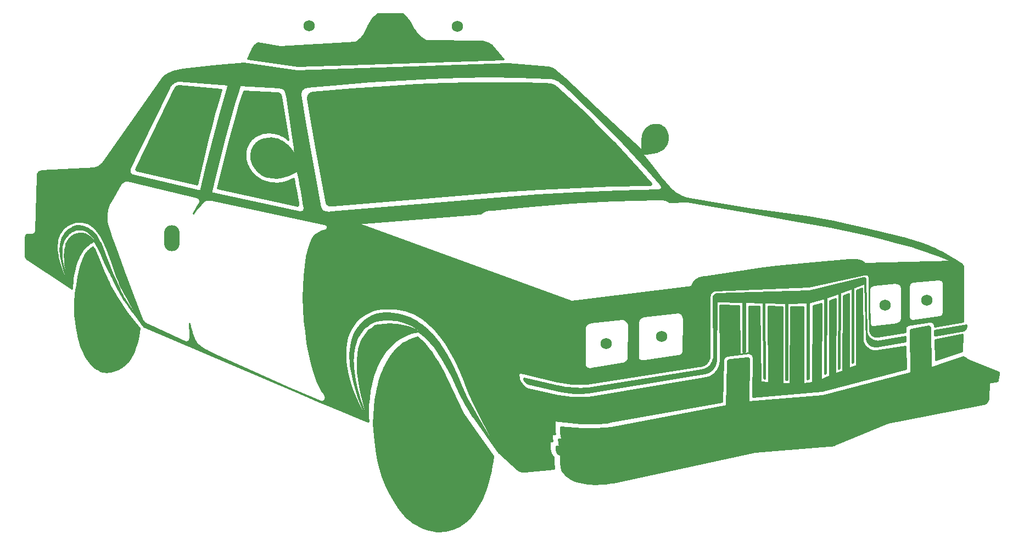
<source format=gbl>
%TF.GenerationSoftware,KiCad,Pcbnew,(5.99.0-8452-g479487ceb1)*%
%TF.CreationDate,2021-02-17T16:52:36+01:00*%
%TF.ProjectId,Hausaufgabe,48617573-6175-4666-9761-62652e6b6963,rev?*%
%TF.SameCoordinates,Original*%
%TF.FileFunction,Copper,L2,Bot*%
%TF.FilePolarity,Positive*%
%FSLAX46Y46*%
G04 Gerber Fmt 4.6, Leading zero omitted, Abs format (unit mm)*
G04 Created by KiCad (PCBNEW (5.99.0-8452-g479487ceb1)) date 2021-02-17 16:52:36*
%MOMM*%
%LPD*%
G01*
G04 APERTURE LIST*
%TA.AperFunction,NonConductor*%
%ADD10C,0.236801*%
%TD*%
%TA.AperFunction,WasherPad*%
%ADD11C,1.740000*%
%TD*%
%TA.AperFunction,ComponentPad*%
%ADD12R,2.410000X4.020000*%
%TD*%
%TA.AperFunction,ComponentPad*%
%ADD13O,2.410000X4.020000*%
%TD*%
G04 APERTURE END LIST*
D10*
X129408176Y-114048910D02*
X128944442Y-114182759D01*
X128944442Y-114182759D02*
X128498923Y-114346911D01*
X128498923Y-114346911D02*
X128071435Y-114540397D01*
X128071435Y-114540397D02*
X127661793Y-114762248D01*
X127661793Y-114762248D02*
X127269812Y-115011497D01*
X127269812Y-115011497D02*
X126895307Y-115287172D01*
X126895307Y-115287172D02*
X126538095Y-115588307D01*
X126538095Y-115588307D02*
X126197989Y-115913931D01*
X126197989Y-115913931D02*
X125874807Y-116263076D01*
X125874807Y-116263076D02*
X125568362Y-116634774D01*
X125568362Y-116634774D02*
X125278470Y-117028054D01*
X125278470Y-117028054D02*
X125004946Y-117441948D01*
X125004946Y-117441948D02*
X124747606Y-117875487D01*
X124747606Y-117875487D02*
X124506266Y-118327702D01*
X124506266Y-118327702D02*
X124280740Y-118797625D01*
X124280740Y-118797625D02*
X124070843Y-119284286D01*
X124070843Y-119284286D02*
X123876391Y-119786717D01*
X123876391Y-119786717D02*
X123697200Y-120303948D01*
X123697200Y-120303948D02*
X123533084Y-120835010D01*
X123533084Y-120835010D02*
X123383860Y-121378935D01*
X123383860Y-121378935D02*
X123249341Y-121934754D01*
X123249341Y-121934754D02*
X123129344Y-122501498D01*
X123129344Y-122501498D02*
X122932176Y-123663883D01*
X122932176Y-123663883D02*
X122790878Y-124858341D01*
X122790878Y-124858341D02*
X122703972Y-126077119D01*
X122703972Y-126077119D02*
X122669981Y-127312466D01*
X122669981Y-127312466D02*
X122710000Y-128460000D01*
X122710000Y-128460000D02*
X122910000Y-130060000D01*
X122910000Y-130060000D02*
X123040000Y-131500000D01*
X123040000Y-131500000D02*
X123310000Y-133030000D01*
X123310000Y-133030000D02*
X123650000Y-134360000D01*
X123650000Y-134360000D02*
X124040000Y-135570000D01*
X124040000Y-135570000D02*
X124630000Y-137000000D01*
X124630000Y-137000000D02*
X125240000Y-138190000D01*
X125240000Y-138190000D02*
X125750000Y-139190000D01*
X125750000Y-139190000D02*
X126510000Y-140280000D01*
X126510000Y-140280000D02*
X127080000Y-141050000D01*
X127080000Y-141050000D02*
X127510000Y-141570000D01*
X127510000Y-141570000D02*
X127890000Y-141980000D01*
X127890000Y-141980000D02*
X128280000Y-142260000D01*
X128280000Y-142260000D02*
X128760000Y-142630000D01*
X128760000Y-142630000D02*
X129280000Y-142930000D01*
X129280000Y-142930000D02*
X129700000Y-143150000D01*
X129700000Y-143150000D02*
X130170000Y-143380000D01*
X130170000Y-143380000D02*
X130640000Y-143550000D01*
X130640000Y-143550000D02*
X131150000Y-143720000D01*
X131150000Y-143720000D02*
X131750000Y-143880000D01*
X131750000Y-143880000D02*
X132340000Y-143990000D01*
X132340000Y-143990000D02*
X132920000Y-144010000D01*
X132920000Y-144010000D02*
X133420000Y-143960000D01*
X133420000Y-143960000D02*
X133760000Y-143900000D01*
X133760000Y-143900000D02*
X134070000Y-143850000D01*
X134070000Y-143850000D02*
X134420000Y-143760000D01*
X134420000Y-143760000D02*
X134681806Y-143665541D01*
X134681806Y-143665541D02*
X135000652Y-143567138D01*
X135000652Y-143567138D02*
X135317483Y-143445988D01*
X135317483Y-143445988D02*
X135631800Y-143301876D01*
X135631800Y-143301876D02*
X135943105Y-143134586D01*
X135943105Y-143134586D02*
X136250901Y-142943903D01*
X136250901Y-142943903D02*
X136554691Y-142729612D01*
X136554691Y-142729612D02*
X136853976Y-142491498D01*
X136853976Y-142491498D02*
X137148259Y-142229346D01*
X137148259Y-142229346D02*
X137437042Y-141942940D01*
X137437042Y-141942940D02*
X137719828Y-141632065D01*
X137719828Y-141632065D02*
X137996119Y-141296506D01*
X137996119Y-141296506D02*
X138265417Y-140936048D01*
X138265417Y-140936048D02*
X138527226Y-140550475D01*
X138527226Y-140550475D02*
X138781046Y-140139573D01*
X138781046Y-140139573D02*
X139026381Y-139703126D01*
X139026381Y-139703126D02*
X139262733Y-139240918D01*
X139262733Y-139240918D02*
X139489605Y-138752736D01*
X139489605Y-138752736D02*
X139706497Y-138238363D01*
X139706497Y-138238363D02*
X139912914Y-137697585D01*
X139912914Y-137697585D02*
X140108357Y-137130185D01*
X140108357Y-137130185D02*
X140292329Y-136535950D01*
X140292329Y-136535950D02*
X140464332Y-135914663D01*
X140464332Y-135914663D02*
X140623869Y-135266110D01*
X140623869Y-135266110D02*
X140770441Y-134590075D01*
X140770441Y-134590075D02*
X140903552Y-133886343D01*
X140903552Y-133886343D02*
X141022703Y-133154700D01*
X141022703Y-133154700D02*
X141127397Y-132394929D01*
X141127397Y-132394929D02*
X139915343Y-130701757D01*
X139915343Y-130701757D02*
X138861004Y-129199415D01*
X138861004Y-129199415D02*
X136498487Y-125814580D01*
X136498487Y-125814580D02*
X135727674Y-124215799D01*
X135727674Y-124215799D02*
X134971558Y-122589847D01*
X134971558Y-122589847D02*
X134206292Y-120968605D01*
X134206292Y-120968605D02*
X133408034Y-119383956D01*
X133408034Y-119383956D02*
X132989080Y-118615316D01*
X132989080Y-118615316D02*
X132552936Y-117867781D01*
X132552936Y-117867781D02*
X132096621Y-117145334D01*
X132096621Y-117145334D02*
X131617155Y-116451961D01*
X131617155Y-116451961D02*
X131111557Y-115791647D01*
X131111557Y-115791647D02*
X130576846Y-115168378D01*
X130576846Y-115168378D02*
X130010041Y-114586138D01*
X130010041Y-114586138D02*
X129408163Y-114048914D01*
X129408163Y-114048914D02*
X129408176Y-114048910D01*
X129408176Y-114048910D02*
X129408176Y-114048910D01*
G36*
X129408163Y-114048914D02*
G01*
X130010041Y-114586138D01*
X130576846Y-115168378D01*
X131111557Y-115791647D01*
X131617155Y-116451961D01*
X132096621Y-117145334D01*
X132552936Y-117867781D01*
X132989080Y-118615316D01*
X133408034Y-119383956D01*
X134206292Y-120968605D01*
X134971558Y-122589847D01*
X135727674Y-124215799D01*
X136498487Y-125814580D01*
X138861004Y-129199415D01*
X139915343Y-130701757D01*
X141127397Y-132394929D01*
X141022703Y-133154700D01*
X140903552Y-133886343D01*
X140770441Y-134590075D01*
X140623869Y-135266110D01*
X140464332Y-135914663D01*
X140292329Y-136535950D01*
X140108357Y-137130185D01*
X139912914Y-137697585D01*
X139706497Y-138238363D01*
X139489605Y-138752736D01*
X139262733Y-139240918D01*
X139026381Y-139703126D01*
X138781046Y-140139573D01*
X138527226Y-140550475D01*
X138265417Y-140936048D01*
X137996119Y-141296506D01*
X137719828Y-141632065D01*
X137437042Y-141942940D01*
X137148259Y-142229346D01*
X136853976Y-142491498D01*
X136554691Y-142729612D01*
X136250901Y-142943903D01*
X135943105Y-143134586D01*
X135631800Y-143301876D01*
X135317483Y-143445988D01*
X135000652Y-143567138D01*
X134681806Y-143665541D01*
X134420000Y-143760000D01*
X134070000Y-143850000D01*
X133760000Y-143900000D01*
X133420000Y-143960000D01*
X132920000Y-144010000D01*
X132340000Y-143990000D01*
X131750000Y-143880000D01*
X131150000Y-143720000D01*
X130640000Y-143550000D01*
X130170000Y-143380000D01*
X129700000Y-143150000D01*
X129280000Y-142930000D01*
X128760000Y-142630000D01*
X128280000Y-142260000D01*
X127890000Y-141980000D01*
X127510000Y-141570000D01*
X127080000Y-141050000D01*
X126510000Y-140280000D01*
X125750000Y-139190000D01*
X125240000Y-138190000D01*
X124630000Y-137000000D01*
X124040000Y-135570000D01*
X123650000Y-134360000D01*
X123310000Y-133030000D01*
X123040000Y-131500000D01*
X122910000Y-130060000D01*
X122710000Y-128460000D01*
X122669981Y-127312466D01*
X122703972Y-126077119D01*
X122790878Y-124858341D01*
X122932176Y-123663883D01*
X123129344Y-122501498D01*
X123249341Y-121934754D01*
X123383860Y-121378935D01*
X123533084Y-120835010D01*
X123697200Y-120303948D01*
X123876391Y-119786717D01*
X124070843Y-119284286D01*
X124280740Y-118797625D01*
X124506266Y-118327702D01*
X124747606Y-117875487D01*
X125004946Y-117441948D01*
X125278470Y-117028054D01*
X125568362Y-116634774D01*
X125874807Y-116263076D01*
X126197989Y-115913931D01*
X126538095Y-115588307D01*
X126895307Y-115287172D01*
X127269812Y-115011497D01*
X127661793Y-114762248D01*
X128071435Y-114540397D01*
X128498923Y-114346911D01*
X128944442Y-114182759D01*
X129408176Y-114048910D01*
X129408163Y-114048914D01*
G37*
X129408163Y-114048914D02*
X130010041Y-114586138D01*
X130576846Y-115168378D01*
X131111557Y-115791647D01*
X131617155Y-116451961D01*
X132096621Y-117145334D01*
X132552936Y-117867781D01*
X132989080Y-118615316D01*
X133408034Y-119383956D01*
X134206292Y-120968605D01*
X134971558Y-122589847D01*
X135727674Y-124215799D01*
X136498487Y-125814580D01*
X138861004Y-129199415D01*
X139915343Y-130701757D01*
X141127397Y-132394929D01*
X141022703Y-133154700D01*
X140903552Y-133886343D01*
X140770441Y-134590075D01*
X140623869Y-135266110D01*
X140464332Y-135914663D01*
X140292329Y-136535950D01*
X140108357Y-137130185D01*
X139912914Y-137697585D01*
X139706497Y-138238363D01*
X139489605Y-138752736D01*
X139262733Y-139240918D01*
X139026381Y-139703126D01*
X138781046Y-140139573D01*
X138527226Y-140550475D01*
X138265417Y-140936048D01*
X137996119Y-141296506D01*
X137719828Y-141632065D01*
X137437042Y-141942940D01*
X137148259Y-142229346D01*
X136853976Y-142491498D01*
X136554691Y-142729612D01*
X136250901Y-142943903D01*
X135943105Y-143134586D01*
X135631800Y-143301876D01*
X135317483Y-143445988D01*
X135000652Y-143567138D01*
X134681806Y-143665541D01*
X134420000Y-143760000D01*
X134070000Y-143850000D01*
X133760000Y-143900000D01*
X133420000Y-143960000D01*
X132920000Y-144010000D01*
X132340000Y-143990000D01*
X131750000Y-143880000D01*
X131150000Y-143720000D01*
X130640000Y-143550000D01*
X130170000Y-143380000D01*
X129700000Y-143150000D01*
X129280000Y-142930000D01*
X128760000Y-142630000D01*
X128280000Y-142260000D01*
X127890000Y-141980000D01*
X127510000Y-141570000D01*
X127080000Y-141050000D01*
X126510000Y-140280000D01*
X125750000Y-139190000D01*
X125240000Y-138190000D01*
X124630000Y-137000000D01*
X124040000Y-135570000D01*
X123650000Y-134360000D01*
X123310000Y-133030000D01*
X123040000Y-131500000D01*
X122910000Y-130060000D01*
X122710000Y-128460000D01*
X122669981Y-127312466D01*
X122703972Y-126077119D01*
X122790878Y-124858341D01*
X122932176Y-123663883D01*
X123129344Y-122501498D01*
X123249341Y-121934754D01*
X123383860Y-121378935D01*
X123533084Y-120835010D01*
X123697200Y-120303948D01*
X123876391Y-119786717D01*
X124070843Y-119284286D01*
X124280740Y-118797625D01*
X124506266Y-118327702D01*
X124747606Y-117875487D01*
X125004946Y-117441948D01*
X125278470Y-117028054D01*
X125568362Y-116634774D01*
X125874807Y-116263076D01*
X126197989Y-115913931D01*
X126538095Y-115588307D01*
X126895307Y-115287172D01*
X127269812Y-115011497D01*
X127661793Y-114762248D01*
X128071435Y-114540397D01*
X128498923Y-114346911D01*
X128944442Y-114182759D01*
X129408176Y-114048910D01*
X129408163Y-114048914D01*
X115350779Y-93294483D02*
X115370339Y-93333766D01*
X115370339Y-93333766D02*
X115391146Y-93370737D01*
X115391146Y-93370737D02*
X115413160Y-93405462D01*
X115413160Y-93405462D02*
X115436344Y-93438008D01*
X115436344Y-93438008D02*
X115460658Y-93468440D01*
X115460658Y-93468440D02*
X115486062Y-93496824D01*
X115486062Y-93496824D02*
X115512519Y-93523226D01*
X115512519Y-93523226D02*
X115539988Y-93547712D01*
X115539988Y-93547712D02*
X115568431Y-93570349D01*
X115568431Y-93570349D02*
X115597809Y-93591202D01*
X115597809Y-93591202D02*
X115628083Y-93610338D01*
X115628083Y-93610338D02*
X115659213Y-93627822D01*
X115659213Y-93627822D02*
X115691161Y-93643721D01*
X115691161Y-93643721D02*
X115723887Y-93658100D01*
X115723887Y-93658100D02*
X115757353Y-93671025D01*
X115757353Y-93671025D02*
X115791519Y-93682563D01*
X115791519Y-93682563D02*
X115826347Y-93692780D01*
X115826347Y-93692780D02*
X115861798Y-93701741D01*
X115861798Y-93701741D02*
X115934409Y-93716161D01*
X115934409Y-93716161D02*
X116009042Y-93726352D01*
X116009042Y-93726352D02*
X116085383Y-93732842D01*
X116085383Y-93732842D02*
X116163120Y-93736159D01*
X116163120Y-93736159D02*
X116241942Y-93736831D01*
X116241942Y-93736831D02*
X116321535Y-93735387D01*
X116321535Y-93735387D02*
X116401588Y-93732355D01*
X116401588Y-93732355D02*
X130689573Y-92500338D01*
X130689573Y-92500338D02*
X142745777Y-91554918D01*
X142745777Y-91554918D02*
X148314926Y-91193402D01*
X148314926Y-91193402D02*
X153779687Y-90908000D01*
X153779687Y-90908000D02*
X159291245Y-90700200D01*
X159291245Y-90700200D02*
X165000787Y-90571490D01*
X165000787Y-90571490D02*
X165084410Y-90574729D01*
X165084410Y-90574729D02*
X165163299Y-90574700D01*
X165163299Y-90574700D02*
X165236537Y-90571167D01*
X165236537Y-90571167D02*
X165303211Y-90563898D01*
X165303211Y-90563898D02*
X165362403Y-90552656D01*
X165362403Y-90552656D02*
X165388909Y-90545473D01*
X165388909Y-90545473D02*
X165413201Y-90537209D01*
X165413201Y-90537209D02*
X165435165Y-90527834D01*
X165435165Y-90527834D02*
X165454688Y-90517321D01*
X165454688Y-90517321D02*
X165471653Y-90505638D01*
X165471653Y-90505638D02*
X165485949Y-90492757D01*
X165485949Y-90492757D02*
X165497458Y-90478649D01*
X165497458Y-90478649D02*
X165506069Y-90463285D01*
X165506069Y-90463285D02*
X165511665Y-90446634D01*
X165511665Y-90446634D02*
X165514133Y-90428668D01*
X165514133Y-90428668D02*
X165513357Y-90409357D01*
X165513357Y-90409357D02*
X165509225Y-90388672D01*
X165509225Y-90388672D02*
X165501621Y-90366584D01*
X165501621Y-90366584D02*
X165490432Y-90343064D01*
X165490432Y-90343064D02*
X165475542Y-90318082D01*
X165475542Y-90318082D02*
X165456837Y-90291608D01*
X165456837Y-90291608D02*
X165434203Y-90263614D01*
X165434203Y-90263614D02*
X165407525Y-90234070D01*
X165407525Y-90234070D02*
X165376689Y-90202948D01*
X165376689Y-90202948D02*
X165341582Y-90170216D01*
X165341582Y-90170216D02*
X165302087Y-90135847D01*
X165302087Y-90135847D02*
X165258091Y-90099811D01*
X165258091Y-90099811D02*
X163384088Y-87978971D01*
X163384088Y-87978971D02*
X161600903Y-86016599D01*
X161600903Y-86016599D02*
X159875326Y-84175940D01*
X159875326Y-84175940D02*
X158174143Y-82420234D01*
X158174143Y-82420234D02*
X156464144Y-80712724D01*
X156464144Y-80712724D02*
X154712116Y-79016651D01*
X154712116Y-79016651D02*
X152884847Y-77295258D01*
X152884847Y-77295258D02*
X150949126Y-75511787D01*
X150949126Y-75511787D02*
X150773690Y-75395493D01*
X150773690Y-75395493D02*
X150689491Y-75341241D01*
X150689491Y-75341241D02*
X150605585Y-75289750D01*
X150605585Y-75289750D02*
X150520433Y-75241143D01*
X150520433Y-75241143D02*
X150432495Y-75195541D01*
X150432495Y-75195541D02*
X150340231Y-75153068D01*
X150340231Y-75153068D02*
X150242102Y-75113846D01*
X150242102Y-75113846D02*
X150136569Y-75077997D01*
X150136569Y-75077997D02*
X150022091Y-75045646D01*
X150022091Y-75045646D02*
X149897130Y-75016913D01*
X149897130Y-75016913D02*
X149760145Y-74991922D01*
X149760145Y-74991922D02*
X149609597Y-74970796D01*
X149609597Y-74970796D02*
X149443947Y-74953657D01*
X149443947Y-74953657D02*
X149261655Y-74940628D01*
X149261655Y-74940628D02*
X149061181Y-74931831D01*
X149061181Y-74931831D02*
X145260588Y-74846063D01*
X145260588Y-74846063D02*
X141487468Y-74810149D01*
X141487468Y-74810149D02*
X137633174Y-74836014D01*
X137633174Y-74836014D02*
X133589057Y-74935586D01*
X133589057Y-74935586D02*
X129246468Y-75120791D01*
X129246468Y-75120791D02*
X124496759Y-75403555D01*
X124496759Y-75403555D02*
X119231281Y-75795806D01*
X119231281Y-75795806D02*
X113341386Y-76309470D01*
X113341386Y-76309470D02*
X113266233Y-76316171D01*
X113266233Y-76316171D02*
X113190181Y-76328275D01*
X113190181Y-76328275D02*
X113114112Y-76346095D01*
X113114112Y-76346095D02*
X113038909Y-76369944D01*
X113038909Y-76369944D02*
X112965453Y-76400136D01*
X112965453Y-76400136D02*
X112929656Y-76417709D01*
X112929656Y-76417709D02*
X112894626Y-76436985D01*
X112894626Y-76436985D02*
X112860475Y-76458004D01*
X112860475Y-76458004D02*
X112827312Y-76480805D01*
X112827312Y-76480805D02*
X112795248Y-76505426D01*
X112795248Y-76505426D02*
X112764392Y-76531908D01*
X112764392Y-76531908D02*
X112734856Y-76560289D01*
X112734856Y-76560289D02*
X112706749Y-76590608D01*
X112706749Y-76590608D02*
X112680182Y-76622905D01*
X112680182Y-76622905D02*
X112655265Y-76657219D01*
X112655265Y-76657219D02*
X112632108Y-76693589D01*
X112632108Y-76693589D02*
X112610821Y-76732054D01*
X112610821Y-76732054D02*
X112591516Y-76772654D01*
X112591516Y-76772654D02*
X112574302Y-76815428D01*
X112574302Y-76815428D02*
X112559289Y-76860414D01*
X112559289Y-76860414D02*
X112546588Y-76907652D01*
X112546588Y-76907652D02*
X112536308Y-76957182D01*
X112536308Y-76957182D02*
X112528562Y-77009042D01*
X112528562Y-77009042D02*
X112523457Y-77063272D01*
X112523457Y-77063272D02*
X112521106Y-77119910D01*
X112521106Y-77119910D02*
X112521618Y-77178997D01*
X112521618Y-77178997D02*
X112525103Y-77240571D01*
X112525103Y-77240571D02*
X113181393Y-81288955D01*
X113181393Y-81288955D02*
X113857698Y-85187283D01*
X113857698Y-85187283D02*
X115350793Y-93294490D01*
X115350793Y-93294490D02*
X115350779Y-93294483D01*
X115350779Y-93294483D02*
X115350779Y-93294483D01*
G36*
X145260588Y-74846063D02*
G01*
X149061181Y-74931831D01*
X149261655Y-74940628D01*
X149443947Y-74953657D01*
X149609597Y-74970796D01*
X149760145Y-74991922D01*
X149897130Y-75016913D01*
X150022091Y-75045646D01*
X150136569Y-75077997D01*
X150242102Y-75113846D01*
X150340231Y-75153068D01*
X150432495Y-75195541D01*
X150520433Y-75241143D01*
X150605585Y-75289750D01*
X150689491Y-75341241D01*
X150773690Y-75395493D01*
X150949126Y-75511787D01*
X152884847Y-77295258D01*
X154712116Y-79016651D01*
X156464144Y-80712724D01*
X158174143Y-82420234D01*
X159875326Y-84175940D01*
X161600903Y-86016599D01*
X163384088Y-87978971D01*
X165258091Y-90099811D01*
X165302087Y-90135847D01*
X165341582Y-90170216D01*
X165376689Y-90202948D01*
X165407525Y-90234070D01*
X165434203Y-90263614D01*
X165456837Y-90291608D01*
X165475542Y-90318082D01*
X165490432Y-90343064D01*
X165501621Y-90366584D01*
X165509225Y-90388672D01*
X165513357Y-90409357D01*
X165514133Y-90428668D01*
X165511665Y-90446634D01*
X165506069Y-90463285D01*
X165497458Y-90478649D01*
X165485949Y-90492757D01*
X165471653Y-90505638D01*
X165454688Y-90517321D01*
X165435165Y-90527834D01*
X165413201Y-90537209D01*
X165388909Y-90545473D01*
X165362403Y-90552656D01*
X165303211Y-90563898D01*
X165236537Y-90571167D01*
X165163299Y-90574700D01*
X165084410Y-90574729D01*
X165000787Y-90571490D01*
X159291245Y-90700200D01*
X153779687Y-90908000D01*
X148314926Y-91193402D01*
X142745777Y-91554918D01*
X130689573Y-92500338D01*
X116401588Y-93732355D01*
X116321535Y-93735387D01*
X116241942Y-93736831D01*
X116163120Y-93736159D01*
X116085383Y-93732842D01*
X116009042Y-93726352D01*
X115934409Y-93716161D01*
X115861798Y-93701741D01*
X115826347Y-93692780D01*
X115791519Y-93682563D01*
X115757353Y-93671025D01*
X115723887Y-93658100D01*
X115691161Y-93643721D01*
X115659213Y-93627822D01*
X115628083Y-93610338D01*
X115597809Y-93591202D01*
X115568431Y-93570349D01*
X115539988Y-93547712D01*
X115512519Y-93523226D01*
X115486062Y-93496824D01*
X115460658Y-93468440D01*
X115436344Y-93438008D01*
X115413160Y-93405462D01*
X115391146Y-93370737D01*
X115370339Y-93333766D01*
X115350779Y-93294483D01*
X115350793Y-93294490D01*
X113857698Y-85187283D01*
X113181393Y-81288955D01*
X112525103Y-77240571D01*
X112521618Y-77178997D01*
X112521106Y-77119910D01*
X112523457Y-77063272D01*
X112528562Y-77009042D01*
X112536308Y-76957182D01*
X112546588Y-76907652D01*
X112559289Y-76860414D01*
X112574302Y-76815428D01*
X112591516Y-76772654D01*
X112610821Y-76732054D01*
X112632108Y-76693589D01*
X112655265Y-76657219D01*
X112680182Y-76622905D01*
X112706749Y-76590608D01*
X112734856Y-76560289D01*
X112764392Y-76531908D01*
X112795248Y-76505426D01*
X112827312Y-76480805D01*
X112860475Y-76458004D01*
X112894626Y-76436985D01*
X112929656Y-76417709D01*
X112965453Y-76400136D01*
X113038909Y-76369944D01*
X113114112Y-76346095D01*
X113190181Y-76328275D01*
X113266233Y-76316171D01*
X113341386Y-76309470D01*
X119231281Y-75795806D01*
X124496759Y-75403555D01*
X129246468Y-75120791D01*
X133589057Y-74935586D01*
X137633174Y-74836014D01*
X141487468Y-74810149D01*
X145260588Y-74846063D01*
G37*
X145260588Y-74846063D02*
X149061181Y-74931831D01*
X149261655Y-74940628D01*
X149443947Y-74953657D01*
X149609597Y-74970796D01*
X149760145Y-74991922D01*
X149897130Y-75016913D01*
X150022091Y-75045646D01*
X150136569Y-75077997D01*
X150242102Y-75113846D01*
X150340231Y-75153068D01*
X150432495Y-75195541D01*
X150520433Y-75241143D01*
X150605585Y-75289750D01*
X150689491Y-75341241D01*
X150773690Y-75395493D01*
X150949126Y-75511787D01*
X152884847Y-77295258D01*
X154712116Y-79016651D01*
X156464144Y-80712724D01*
X158174143Y-82420234D01*
X159875326Y-84175940D01*
X161600903Y-86016599D01*
X163384088Y-87978971D01*
X165258091Y-90099811D01*
X165302087Y-90135847D01*
X165341582Y-90170216D01*
X165376689Y-90202948D01*
X165407525Y-90234070D01*
X165434203Y-90263614D01*
X165456837Y-90291608D01*
X165475542Y-90318082D01*
X165490432Y-90343064D01*
X165501621Y-90366584D01*
X165509225Y-90388672D01*
X165513357Y-90409357D01*
X165514133Y-90428668D01*
X165511665Y-90446634D01*
X165506069Y-90463285D01*
X165497458Y-90478649D01*
X165485949Y-90492757D01*
X165471653Y-90505638D01*
X165454688Y-90517321D01*
X165435165Y-90527834D01*
X165413201Y-90537209D01*
X165388909Y-90545473D01*
X165362403Y-90552656D01*
X165303211Y-90563898D01*
X165236537Y-90571167D01*
X165163299Y-90574700D01*
X165084410Y-90574729D01*
X165000787Y-90571490D01*
X159291245Y-90700200D01*
X153779687Y-90908000D01*
X148314926Y-91193402D01*
X142745777Y-91554918D01*
X130689573Y-92500338D01*
X116401588Y-93732355D01*
X116321535Y-93735387D01*
X116241942Y-93736831D01*
X116163120Y-93736159D01*
X116085383Y-93732842D01*
X116009042Y-93726352D01*
X115934409Y-93716161D01*
X115861798Y-93701741D01*
X115826347Y-93692780D01*
X115791519Y-93682563D01*
X115757353Y-93671025D01*
X115723887Y-93658100D01*
X115691161Y-93643721D01*
X115659213Y-93627822D01*
X115628083Y-93610338D01*
X115597809Y-93591202D01*
X115568431Y-93570349D01*
X115539988Y-93547712D01*
X115512519Y-93523226D01*
X115486062Y-93496824D01*
X115460658Y-93468440D01*
X115436344Y-93438008D01*
X115413160Y-93405462D01*
X115391146Y-93370737D01*
X115370339Y-93333766D01*
X115350779Y-93294483D01*
X115350793Y-93294490D01*
X113857698Y-85187283D01*
X113181393Y-81288955D01*
X112525103Y-77240571D01*
X112521618Y-77178997D01*
X112521106Y-77119910D01*
X112523457Y-77063272D01*
X112528562Y-77009042D01*
X112536308Y-76957182D01*
X112546588Y-76907652D01*
X112559289Y-76860414D01*
X112574302Y-76815428D01*
X112591516Y-76772654D01*
X112610821Y-76732054D01*
X112632108Y-76693589D01*
X112655265Y-76657219D01*
X112680182Y-76622905D01*
X112706749Y-76590608D01*
X112734856Y-76560289D01*
X112764392Y-76531908D01*
X112795248Y-76505426D01*
X112827312Y-76480805D01*
X112860475Y-76458004D01*
X112894626Y-76436985D01*
X112929656Y-76417709D01*
X112965453Y-76400136D01*
X113038909Y-76369944D01*
X113114112Y-76346095D01*
X113190181Y-76328275D01*
X113266233Y-76316171D01*
X113341386Y-76309470D01*
X119231281Y-75795806D01*
X124496759Y-75403555D01*
X129246468Y-75120791D01*
X133589057Y-74935586D01*
X137633174Y-74836014D01*
X141487468Y-74810149D01*
X145260588Y-74846063D01*
X145862514Y-120376055D02*
X145860213Y-120435517D01*
X145860213Y-120435517D02*
X145861662Y-120492119D01*
X145861662Y-120492119D02*
X145863933Y-120519495D01*
X145863933Y-120519495D02*
X145867309Y-120546334D01*
X145867309Y-120546334D02*
X145871846Y-120572693D01*
X145871846Y-120572693D02*
X145877600Y-120598633D01*
X145877600Y-120598633D02*
X145884626Y-120624212D01*
X145884626Y-120624212D02*
X145892981Y-120649489D01*
X145892981Y-120649489D02*
X145902720Y-120674523D01*
X145902720Y-120674523D02*
X145913900Y-120699373D01*
X145913900Y-120699373D02*
X145926575Y-120724099D01*
X145926575Y-120724099D02*
X145940802Y-120748759D01*
X145940802Y-120748759D02*
X145956637Y-120773411D01*
X145956637Y-120773411D02*
X145974135Y-120798116D01*
X145974135Y-120798116D02*
X145993352Y-120822933D01*
X145993352Y-120822933D02*
X146014345Y-120847919D01*
X146014345Y-120847919D02*
X146037168Y-120873135D01*
X146037168Y-120873135D02*
X146061878Y-120898639D01*
X146061878Y-120898639D02*
X146088531Y-120924490D01*
X146088531Y-120924490D02*
X146117182Y-120950747D01*
X146117182Y-120950747D02*
X146180702Y-121004717D01*
X146180702Y-121004717D02*
X146252886Y-121061019D01*
X146252886Y-121061019D02*
X146334180Y-121120126D01*
X146334180Y-121120126D02*
X146425031Y-121182511D01*
X146425031Y-121182511D02*
X146525884Y-121248644D01*
X146525884Y-121248644D02*
X151253791Y-122357910D01*
X151253791Y-122357910D02*
X151799284Y-122451507D01*
X151799284Y-122451507D02*
X152331654Y-122534295D01*
X152331654Y-122534295D02*
X152868521Y-122601334D01*
X152868521Y-122601334D02*
X153144147Y-122627403D01*
X153144147Y-122627403D02*
X153427505Y-122647683D01*
X153427505Y-122647683D02*
X153720797Y-122661555D01*
X153720797Y-122661555D02*
X154026225Y-122668401D01*
X154026225Y-122668401D02*
X154345993Y-122667605D01*
X154345993Y-122667605D02*
X154682303Y-122658549D01*
X154682303Y-122658549D02*
X155037357Y-122640614D01*
X155037357Y-122640614D02*
X155413358Y-122613184D01*
X155413358Y-122613184D02*
X155812507Y-122575641D01*
X155812507Y-122575641D02*
X156237009Y-122527368D01*
X156237009Y-122527368D02*
X173680441Y-119653429D01*
X173680441Y-119653429D02*
X173821647Y-119612698D01*
X173821647Y-119612698D02*
X173954886Y-119568977D01*
X173954886Y-119568977D02*
X174080411Y-119522400D01*
X174080411Y-119522400D02*
X174198475Y-119473100D01*
X174198475Y-119473100D02*
X174309330Y-119421209D01*
X174309330Y-119421209D02*
X174413231Y-119366862D01*
X174413231Y-119366862D02*
X174510430Y-119310190D01*
X174510430Y-119310190D02*
X174601179Y-119251327D01*
X174601179Y-119251327D02*
X174685733Y-119190406D01*
X174685733Y-119190406D02*
X174764343Y-119127559D01*
X174764343Y-119127559D02*
X174837264Y-119062921D01*
X174837264Y-119062921D02*
X174904747Y-118996624D01*
X174904747Y-118996624D02*
X174967046Y-118928801D01*
X174967046Y-118928801D02*
X175024414Y-118859585D01*
X175024414Y-118859585D02*
X175077104Y-118789109D01*
X175077104Y-118789109D02*
X175125369Y-118717507D01*
X175125369Y-118717507D02*
X175169461Y-118644910D01*
X175169461Y-118644910D02*
X175209635Y-118571453D01*
X175209635Y-118571453D02*
X175279236Y-118422489D01*
X175279236Y-118422489D02*
X175336197Y-118271679D01*
X175336197Y-118271679D02*
X175382542Y-118120086D01*
X175382542Y-118120086D02*
X175420294Y-117968776D01*
X175420294Y-117968776D02*
X175451477Y-117818812D01*
X175451477Y-117818812D02*
X175502233Y-117527182D01*
X175502233Y-117527182D02*
X175533561Y-108517633D01*
X175533561Y-108517633D02*
X179625917Y-108626251D01*
X179625917Y-108626251D02*
X179665506Y-116348693D01*
X179665506Y-116348693D02*
X179985506Y-116308693D01*
X179985506Y-116308693D02*
X179952911Y-108638873D01*
X179952911Y-108638873D02*
X182735494Y-108689771D01*
X182735494Y-108689771D02*
X182819086Y-120423426D01*
X182819086Y-120423426D02*
X183067241Y-120438230D01*
X183067241Y-120438230D02*
X182977032Y-108704465D01*
X182977032Y-108704465D02*
X186261339Y-108775770D01*
X186261339Y-108775770D02*
X186218382Y-120615192D01*
X186218382Y-120615192D02*
X186461606Y-120624278D01*
X186461606Y-120624278D02*
X186512621Y-108785412D01*
X186512621Y-108785412D02*
X189533846Y-108737914D01*
X189533846Y-108737914D02*
X189505475Y-120536684D01*
X189505475Y-120536684D02*
X189786316Y-120500955D01*
X189786316Y-120500955D02*
X189808331Y-108704353D01*
X189808331Y-108704353D02*
X192284924Y-108006271D01*
X192284924Y-108006271D02*
X192248679Y-119708202D01*
X192248679Y-119708202D02*
X192439708Y-119634248D01*
X192439708Y-119634248D02*
X192470674Y-107943041D01*
X192470674Y-107943041D02*
X194425803Y-107260657D01*
X194425803Y-107260657D02*
X194372194Y-118926596D01*
X194372194Y-118926596D02*
X194541782Y-118859785D01*
X194541782Y-118859785D02*
X194633985Y-107189138D01*
X194633985Y-107189138D02*
X196464852Y-106492589D01*
X196464852Y-106492589D02*
X196504859Y-118027014D01*
X196504859Y-118027014D02*
X196636489Y-117974471D01*
X196636489Y-117974471D02*
X196617069Y-106431113D01*
X196617069Y-106431113D02*
X198437653Y-105726155D01*
X198437653Y-105726155D02*
X198666797Y-114389336D01*
X198666797Y-114389336D02*
X198700317Y-114475094D01*
X198700317Y-114475094D02*
X198734982Y-114556275D01*
X198734982Y-114556275D02*
X198770786Y-114633004D01*
X198770786Y-114633004D02*
X198807722Y-114705405D01*
X198807722Y-114705405D02*
X198845783Y-114773603D01*
X198845783Y-114773603D02*
X198884964Y-114837725D01*
X198884964Y-114837725D02*
X198925258Y-114897895D01*
X198925258Y-114897895D02*
X198966659Y-114954238D01*
X198966659Y-114954238D02*
X199009161Y-115006880D01*
X199009161Y-115006880D02*
X199052756Y-115055946D01*
X199052756Y-115055946D02*
X199097439Y-115101561D01*
X199097439Y-115101561D02*
X199143203Y-115143850D01*
X199143203Y-115143850D02*
X199190042Y-115182938D01*
X199190042Y-115182938D02*
X199237950Y-115218951D01*
X199237950Y-115218951D02*
X199286920Y-115252014D01*
X199286920Y-115252014D02*
X199336945Y-115282252D01*
X199336945Y-115282252D02*
X199388021Y-115309790D01*
X199388021Y-115309790D02*
X199440139Y-115334753D01*
X199440139Y-115334753D02*
X199493294Y-115357267D01*
X199493294Y-115357267D02*
X199547479Y-115377457D01*
X199547479Y-115377457D02*
X199602689Y-115395448D01*
X199602689Y-115395448D02*
X199658916Y-115411365D01*
X199658916Y-115411365D02*
X199774398Y-115437478D01*
X199774398Y-115437478D02*
X199893874Y-115456799D01*
X199893874Y-115456799D02*
X200017293Y-115470328D01*
X200017293Y-115470328D02*
X200144605Y-115479068D01*
X200144605Y-115479068D02*
X200275758Y-115484019D01*
X200275758Y-115484019D02*
X204711601Y-114719998D01*
X204711601Y-114719998D02*
X204691601Y-113939998D01*
X204691601Y-113939998D02*
X200276421Y-114679204D01*
X200276421Y-114679204D02*
X200176324Y-114669002D01*
X200176324Y-114669002D02*
X200079710Y-114654658D01*
X200079710Y-114654658D02*
X199986562Y-114636366D01*
X199986562Y-114636366D02*
X199896864Y-114614318D01*
X199896864Y-114614318D02*
X199810598Y-114588708D01*
X199810598Y-114588708D02*
X199727750Y-114559728D01*
X199727750Y-114559728D02*
X199648301Y-114527572D01*
X199648301Y-114527572D02*
X199572234Y-114492433D01*
X199572234Y-114492433D02*
X199499535Y-114454503D01*
X199499535Y-114454503D02*
X199430185Y-114413975D01*
X199430185Y-114413975D02*
X199364168Y-114371043D01*
X199364168Y-114371043D02*
X199301468Y-114325899D01*
X199301468Y-114325899D02*
X199242068Y-114278736D01*
X199242068Y-114278736D02*
X199185950Y-114229748D01*
X199185950Y-114229748D02*
X199133100Y-114179127D01*
X199133100Y-114179127D02*
X199083499Y-114127067D01*
X199083499Y-114127067D02*
X198993981Y-114019398D01*
X198993981Y-114019398D02*
X198917263Y-113908287D01*
X198917263Y-113908287D02*
X198853211Y-113795276D01*
X198853211Y-113795276D02*
X198801693Y-113681909D01*
X198801693Y-113681909D02*
X198762576Y-113569730D01*
X198762576Y-113569730D02*
X198735726Y-113460284D01*
X198735726Y-113460284D02*
X198721011Y-113355113D01*
X198721011Y-113355113D02*
X198718296Y-113255762D01*
X198718296Y-113255762D02*
X198530436Y-105072495D01*
X198530436Y-105072495D02*
X198524948Y-105058920D01*
X198524948Y-105058920D02*
X198519113Y-105046080D01*
X198519113Y-105046080D02*
X198512935Y-105033963D01*
X198512935Y-105033963D02*
X198506422Y-105022554D01*
X198506422Y-105022554D02*
X198499581Y-105011842D01*
X198499581Y-105011842D02*
X198492416Y-105001812D01*
X198492416Y-105001812D02*
X198484936Y-104992451D01*
X198484936Y-104992451D02*
X198477146Y-104983747D01*
X198477146Y-104983747D02*
X198469054Y-104975686D01*
X198469054Y-104975686D02*
X198460664Y-104968256D01*
X198460664Y-104968256D02*
X198451984Y-104961442D01*
X198451984Y-104961442D02*
X198443020Y-104955232D01*
X198443020Y-104955232D02*
X198433779Y-104949613D01*
X198433779Y-104949613D02*
X198424266Y-104944571D01*
X198424266Y-104944571D02*
X198414490Y-104940094D01*
X198414490Y-104940094D02*
X198404455Y-104936168D01*
X198404455Y-104936168D02*
X198394168Y-104932780D01*
X198394168Y-104932780D02*
X198383636Y-104929917D01*
X198383636Y-104929917D02*
X198372865Y-104927566D01*
X198372865Y-104927566D02*
X198361862Y-104925713D01*
X198361862Y-104925713D02*
X198350632Y-104924346D01*
X198350632Y-104924346D02*
X198339183Y-104923452D01*
X198339183Y-104923452D02*
X198327521Y-104923016D01*
X198327521Y-104923016D02*
X198315653Y-104923027D01*
X198315653Y-104923027D02*
X198303583Y-104923470D01*
X198303583Y-104923470D02*
X198291321Y-104924333D01*
X198291321Y-104924333D02*
X198278870Y-104925603D01*
X198278870Y-104925603D02*
X198266239Y-104927267D01*
X198266239Y-104927267D02*
X198240459Y-104931721D01*
X198240459Y-104931721D02*
X198214033Y-104937592D01*
X198214033Y-104937592D02*
X189856020Y-106893591D01*
X189856020Y-106893591D02*
X175595918Y-107390883D01*
X175595918Y-107390883D02*
X175516544Y-107410364D01*
X175516544Y-107410364D02*
X175445353Y-107431675D01*
X175445353Y-107431675D02*
X175412688Y-107443035D01*
X175412688Y-107443035D02*
X175381903Y-107454875D01*
X175381903Y-107454875D02*
X175352943Y-107467201D01*
X175352943Y-107467201D02*
X175325753Y-107480023D01*
X175325753Y-107480023D02*
X175300276Y-107493346D01*
X175300276Y-107493346D02*
X175276459Y-107507179D01*
X175276459Y-107507179D02*
X175254246Y-107521529D01*
X175254246Y-107521529D02*
X175233582Y-107536403D01*
X175233582Y-107536403D02*
X175214411Y-107551809D01*
X175214411Y-107551809D02*
X175196678Y-107567754D01*
X175196678Y-107567754D02*
X175180329Y-107584245D01*
X175180329Y-107584245D02*
X175165307Y-107601291D01*
X175165307Y-107601291D02*
X175151559Y-107618899D01*
X175151559Y-107618899D02*
X175139027Y-107637075D01*
X175139027Y-107637075D02*
X175127658Y-107655828D01*
X175127658Y-107655828D02*
X175117396Y-107675164D01*
X175117396Y-107675164D02*
X175108186Y-107695092D01*
X175108186Y-107695092D02*
X175099973Y-107715619D01*
X175099973Y-107715619D02*
X175086315Y-107758499D01*
X175086315Y-107758499D02*
X175075982Y-107803862D01*
X175075982Y-107803862D02*
X175068531Y-107851770D01*
X175068531Y-107851770D02*
X175063521Y-107902281D01*
X175063521Y-107902281D02*
X175060510Y-107955455D01*
X175060510Y-107955455D02*
X175112514Y-117265696D01*
X175112514Y-117265696D02*
X175068442Y-117428513D01*
X175068442Y-117428513D02*
X175020315Y-117587825D01*
X175020315Y-117587825D02*
X174966881Y-117743039D01*
X174966881Y-117743039D02*
X174906888Y-117893563D01*
X174906888Y-117893563D02*
X174839083Y-118038807D01*
X174839083Y-118038807D02*
X174762215Y-118178178D01*
X174762215Y-118178178D02*
X174675031Y-118311085D01*
X174675031Y-118311085D02*
X174627179Y-118374929D01*
X174627179Y-118374929D02*
X174576279Y-118436936D01*
X174576279Y-118436936D02*
X174522173Y-118497030D01*
X174522173Y-118497030D02*
X174464706Y-118555139D01*
X174464706Y-118555139D02*
X174403720Y-118611187D01*
X174403720Y-118611187D02*
X174339060Y-118665102D01*
X174339060Y-118665102D02*
X174270569Y-118716809D01*
X174270569Y-118716809D02*
X174198090Y-118766234D01*
X174198090Y-118766234D02*
X174121466Y-118813303D01*
X174121466Y-118813303D02*
X174040541Y-118857943D01*
X174040541Y-118857943D02*
X173955160Y-118900079D01*
X173955160Y-118900079D02*
X173865164Y-118939637D01*
X173865164Y-118939637D02*
X173770397Y-118976544D01*
X173770397Y-118976544D02*
X173670704Y-119010725D01*
X173670704Y-119010725D02*
X173565927Y-119042106D01*
X173565927Y-119042106D02*
X173455910Y-119070614D01*
X173455910Y-119070614D02*
X173340497Y-119096175D01*
X173340497Y-119096175D02*
X173219530Y-119118714D01*
X173219530Y-119118714D02*
X155763588Y-121911079D01*
X155763588Y-121911079D02*
X155452651Y-121934118D01*
X155452651Y-121934118D02*
X155144445Y-121950277D01*
X155144445Y-121950277D02*
X154535714Y-121963006D01*
X154535714Y-121963006D02*
X153936368Y-121951370D01*
X153936368Y-121951370D02*
X153345381Y-121917472D01*
X153345381Y-121917472D02*
X152761722Y-121863415D01*
X152761722Y-121863415D02*
X152184366Y-121791303D01*
X152184366Y-121791303D02*
X151612284Y-121703239D01*
X151612284Y-121703239D02*
X151044449Y-121601327D01*
X151044449Y-121601327D02*
X145862514Y-120376055D01*
X145862514Y-120376055D02*
X145862514Y-120376055D01*
G36*
X198339183Y-104923452D02*
G01*
X198350632Y-104924346D01*
X198361862Y-104925713D01*
X198372865Y-104927566D01*
X198383636Y-104929917D01*
X198394168Y-104932780D01*
X198404455Y-104936168D01*
X198414490Y-104940094D01*
X198424266Y-104944571D01*
X198433779Y-104949613D01*
X198443020Y-104955232D01*
X198451984Y-104961442D01*
X198460664Y-104968256D01*
X198469054Y-104975686D01*
X198477146Y-104983747D01*
X198484936Y-104992451D01*
X198492416Y-105001812D01*
X198499581Y-105011842D01*
X198506422Y-105022554D01*
X198512935Y-105033963D01*
X198519113Y-105046080D01*
X198524948Y-105058920D01*
X198530436Y-105072495D01*
X198718296Y-113255762D01*
X198721011Y-113355113D01*
X198735726Y-113460284D01*
X198762576Y-113569730D01*
X198801693Y-113681909D01*
X198853211Y-113795276D01*
X198917263Y-113908287D01*
X198993981Y-114019398D01*
X199083499Y-114127067D01*
X199133100Y-114179127D01*
X199185950Y-114229748D01*
X199242068Y-114278736D01*
X199301468Y-114325899D01*
X199364168Y-114371043D01*
X199430185Y-114413975D01*
X199499535Y-114454503D01*
X199572234Y-114492433D01*
X199648301Y-114527572D01*
X199727750Y-114559728D01*
X199810598Y-114588708D01*
X199896864Y-114614318D01*
X199986562Y-114636366D01*
X200079710Y-114654658D01*
X200176324Y-114669002D01*
X200276421Y-114679204D01*
X204691601Y-113939998D01*
X204711601Y-114719998D01*
X200275758Y-115484019D01*
X200144605Y-115479068D01*
X200017293Y-115470328D01*
X199893874Y-115456799D01*
X199774398Y-115437478D01*
X199658916Y-115411365D01*
X199602689Y-115395448D01*
X199547479Y-115377457D01*
X199493294Y-115357267D01*
X199440139Y-115334753D01*
X199388021Y-115309790D01*
X199336945Y-115282252D01*
X199286920Y-115252014D01*
X199237950Y-115218951D01*
X199190042Y-115182938D01*
X199143203Y-115143850D01*
X199097439Y-115101561D01*
X199052756Y-115055946D01*
X199009161Y-115006880D01*
X198966659Y-114954238D01*
X198925258Y-114897895D01*
X198884964Y-114837725D01*
X198845783Y-114773603D01*
X198807722Y-114705405D01*
X198770786Y-114633004D01*
X198734982Y-114556275D01*
X198700317Y-114475094D01*
X198666797Y-114389336D01*
X198437653Y-105726155D01*
X196617069Y-106431113D01*
X196636489Y-117974471D01*
X196504859Y-118027014D01*
X196464852Y-106492589D01*
X194633985Y-107189138D01*
X194541782Y-118859785D01*
X194372194Y-118926596D01*
X194425803Y-107260657D01*
X192470674Y-107943041D01*
X192439708Y-119634248D01*
X192248679Y-119708202D01*
X192284924Y-108006271D01*
X189808331Y-108704353D01*
X189786316Y-120500955D01*
X189505475Y-120536684D01*
X189533846Y-108737914D01*
X186512621Y-108785412D01*
X186461606Y-120624278D01*
X186218382Y-120615192D01*
X186261339Y-108775770D01*
X182977032Y-108704465D01*
X183067241Y-120438230D01*
X182819086Y-120423426D01*
X182735494Y-108689771D01*
X179952911Y-108638873D01*
X179985506Y-116308693D01*
X179665506Y-116348693D01*
X179625917Y-108626251D01*
X175533561Y-108517633D01*
X175502233Y-117527182D01*
X175451477Y-117818812D01*
X175420294Y-117968776D01*
X175382542Y-118120086D01*
X175336197Y-118271679D01*
X175279236Y-118422489D01*
X175209635Y-118571453D01*
X175169461Y-118644910D01*
X175125369Y-118717507D01*
X175077104Y-118789109D01*
X175024414Y-118859585D01*
X174967046Y-118928801D01*
X174904747Y-118996624D01*
X174837264Y-119062921D01*
X174764343Y-119127559D01*
X174685733Y-119190406D01*
X174601179Y-119251327D01*
X174510430Y-119310190D01*
X174413231Y-119366862D01*
X174309330Y-119421209D01*
X174198475Y-119473100D01*
X174080411Y-119522400D01*
X173954886Y-119568977D01*
X173821647Y-119612698D01*
X173680441Y-119653429D01*
X156237009Y-122527368D01*
X155812507Y-122575641D01*
X155413358Y-122613184D01*
X155037357Y-122640614D01*
X154682303Y-122658549D01*
X154345993Y-122667605D01*
X154026225Y-122668401D01*
X153720797Y-122661555D01*
X153427505Y-122647683D01*
X153144147Y-122627403D01*
X152868521Y-122601334D01*
X152331654Y-122534295D01*
X151799284Y-122451507D01*
X151253791Y-122357910D01*
X146525884Y-121248644D01*
X146425031Y-121182511D01*
X146334180Y-121120126D01*
X146252886Y-121061019D01*
X146180702Y-121004717D01*
X146117182Y-120950747D01*
X146088531Y-120924490D01*
X146061878Y-120898639D01*
X146037168Y-120873135D01*
X146014345Y-120847919D01*
X145993352Y-120822933D01*
X145974135Y-120798116D01*
X145956637Y-120773411D01*
X145940802Y-120748759D01*
X145926575Y-120724099D01*
X145913900Y-120699373D01*
X145902720Y-120674523D01*
X145892981Y-120649489D01*
X145884626Y-120624212D01*
X145877600Y-120598633D01*
X145871846Y-120572693D01*
X145867309Y-120546334D01*
X145863933Y-120519495D01*
X145861662Y-120492119D01*
X145860213Y-120435517D01*
X145862514Y-120376055D01*
X151044449Y-121601327D01*
X151612284Y-121703239D01*
X152184366Y-121791303D01*
X152761722Y-121863415D01*
X153345381Y-121917472D01*
X153936368Y-121951370D01*
X154535714Y-121963006D01*
X155144445Y-121950277D01*
X155452651Y-121934118D01*
X155763588Y-121911079D01*
X173219530Y-119118714D01*
X173340497Y-119096175D01*
X173455910Y-119070614D01*
X173565927Y-119042106D01*
X173670704Y-119010725D01*
X173770397Y-118976544D01*
X173865164Y-118939637D01*
X173955160Y-118900079D01*
X174040541Y-118857943D01*
X174121466Y-118813303D01*
X174198090Y-118766234D01*
X174270569Y-118716809D01*
X174339060Y-118665102D01*
X174403720Y-118611187D01*
X174464706Y-118555139D01*
X174522173Y-118497030D01*
X174576279Y-118436936D01*
X174627179Y-118374929D01*
X174675031Y-118311085D01*
X174762215Y-118178178D01*
X174839083Y-118038807D01*
X174906888Y-117893563D01*
X174966881Y-117743039D01*
X175020315Y-117587825D01*
X175068442Y-117428513D01*
X175112514Y-117265696D01*
X175060510Y-107955455D01*
X175063521Y-107902281D01*
X175068531Y-107851770D01*
X175075982Y-107803862D01*
X175086315Y-107758499D01*
X175099973Y-107715619D01*
X175108186Y-107695092D01*
X175117396Y-107675164D01*
X175127658Y-107655828D01*
X175139027Y-107637075D01*
X175151559Y-107618899D01*
X175165307Y-107601291D01*
X175180329Y-107584245D01*
X175196678Y-107567754D01*
X175214411Y-107551809D01*
X175233582Y-107536403D01*
X175254246Y-107521529D01*
X175276459Y-107507179D01*
X175300276Y-107493346D01*
X175325753Y-107480023D01*
X175352943Y-107467201D01*
X175381903Y-107454875D01*
X175412688Y-107443035D01*
X175445353Y-107431675D01*
X175516544Y-107410364D01*
X175595918Y-107390883D01*
X189856020Y-106893591D01*
X198214033Y-104937592D01*
X198240459Y-104931721D01*
X198266239Y-104927267D01*
X198278870Y-104925603D01*
X198291321Y-104924333D01*
X198303583Y-104923470D01*
X198315653Y-104923027D01*
X198327521Y-104923016D01*
X198339183Y-104923452D01*
G37*
X198339183Y-104923452D02*
X198350632Y-104924346D01*
X198361862Y-104925713D01*
X198372865Y-104927566D01*
X198383636Y-104929917D01*
X198394168Y-104932780D01*
X198404455Y-104936168D01*
X198414490Y-104940094D01*
X198424266Y-104944571D01*
X198433779Y-104949613D01*
X198443020Y-104955232D01*
X198451984Y-104961442D01*
X198460664Y-104968256D01*
X198469054Y-104975686D01*
X198477146Y-104983747D01*
X198484936Y-104992451D01*
X198492416Y-105001812D01*
X198499581Y-105011842D01*
X198506422Y-105022554D01*
X198512935Y-105033963D01*
X198519113Y-105046080D01*
X198524948Y-105058920D01*
X198530436Y-105072495D01*
X198718296Y-113255762D01*
X198721011Y-113355113D01*
X198735726Y-113460284D01*
X198762576Y-113569730D01*
X198801693Y-113681909D01*
X198853211Y-113795276D01*
X198917263Y-113908287D01*
X198993981Y-114019398D01*
X199083499Y-114127067D01*
X199133100Y-114179127D01*
X199185950Y-114229748D01*
X199242068Y-114278736D01*
X199301468Y-114325899D01*
X199364168Y-114371043D01*
X199430185Y-114413975D01*
X199499535Y-114454503D01*
X199572234Y-114492433D01*
X199648301Y-114527572D01*
X199727750Y-114559728D01*
X199810598Y-114588708D01*
X199896864Y-114614318D01*
X199986562Y-114636366D01*
X200079710Y-114654658D01*
X200176324Y-114669002D01*
X200276421Y-114679204D01*
X204691601Y-113939998D01*
X204711601Y-114719998D01*
X200275758Y-115484019D01*
X200144605Y-115479068D01*
X200017293Y-115470328D01*
X199893874Y-115456799D01*
X199774398Y-115437478D01*
X199658916Y-115411365D01*
X199602689Y-115395448D01*
X199547479Y-115377457D01*
X199493294Y-115357267D01*
X199440139Y-115334753D01*
X199388021Y-115309790D01*
X199336945Y-115282252D01*
X199286920Y-115252014D01*
X199237950Y-115218951D01*
X199190042Y-115182938D01*
X199143203Y-115143850D01*
X199097439Y-115101561D01*
X199052756Y-115055946D01*
X199009161Y-115006880D01*
X198966659Y-114954238D01*
X198925258Y-114897895D01*
X198884964Y-114837725D01*
X198845783Y-114773603D01*
X198807722Y-114705405D01*
X198770786Y-114633004D01*
X198734982Y-114556275D01*
X198700317Y-114475094D01*
X198666797Y-114389336D01*
X198437653Y-105726155D01*
X196617069Y-106431113D01*
X196636489Y-117974471D01*
X196504859Y-118027014D01*
X196464852Y-106492589D01*
X194633985Y-107189138D01*
X194541782Y-118859785D01*
X194372194Y-118926596D01*
X194425803Y-107260657D01*
X192470674Y-107943041D01*
X192439708Y-119634248D01*
X192248679Y-119708202D01*
X192284924Y-108006271D01*
X189808331Y-108704353D01*
X189786316Y-120500955D01*
X189505475Y-120536684D01*
X189533846Y-108737914D01*
X186512621Y-108785412D01*
X186461606Y-120624278D01*
X186218382Y-120615192D01*
X186261339Y-108775770D01*
X182977032Y-108704465D01*
X183067241Y-120438230D01*
X182819086Y-120423426D01*
X182735494Y-108689771D01*
X179952911Y-108638873D01*
X179985506Y-116308693D01*
X179665506Y-116348693D01*
X179625917Y-108626251D01*
X175533561Y-108517633D01*
X175502233Y-117527182D01*
X175451477Y-117818812D01*
X175420294Y-117968776D01*
X175382542Y-118120086D01*
X175336197Y-118271679D01*
X175279236Y-118422489D01*
X175209635Y-118571453D01*
X175169461Y-118644910D01*
X175125369Y-118717507D01*
X175077104Y-118789109D01*
X175024414Y-118859585D01*
X174967046Y-118928801D01*
X174904747Y-118996624D01*
X174837264Y-119062921D01*
X174764343Y-119127559D01*
X174685733Y-119190406D01*
X174601179Y-119251327D01*
X174510430Y-119310190D01*
X174413231Y-119366862D01*
X174309330Y-119421209D01*
X174198475Y-119473100D01*
X174080411Y-119522400D01*
X173954886Y-119568977D01*
X173821647Y-119612698D01*
X173680441Y-119653429D01*
X156237009Y-122527368D01*
X155812507Y-122575641D01*
X155413358Y-122613184D01*
X155037357Y-122640614D01*
X154682303Y-122658549D01*
X154345993Y-122667605D01*
X154026225Y-122668401D01*
X153720797Y-122661555D01*
X153427505Y-122647683D01*
X153144147Y-122627403D01*
X152868521Y-122601334D01*
X152331654Y-122534295D01*
X151799284Y-122451507D01*
X151253791Y-122357910D01*
X146525884Y-121248644D01*
X146425031Y-121182511D01*
X146334180Y-121120126D01*
X146252886Y-121061019D01*
X146180702Y-121004717D01*
X146117182Y-120950747D01*
X146088531Y-120924490D01*
X146061878Y-120898639D01*
X146037168Y-120873135D01*
X146014345Y-120847919D01*
X145993352Y-120822933D01*
X145974135Y-120798116D01*
X145956637Y-120773411D01*
X145940802Y-120748759D01*
X145926575Y-120724099D01*
X145913900Y-120699373D01*
X145902720Y-120674523D01*
X145892981Y-120649489D01*
X145884626Y-120624212D01*
X145877600Y-120598633D01*
X145871846Y-120572693D01*
X145867309Y-120546334D01*
X145863933Y-120519495D01*
X145861662Y-120492119D01*
X145860213Y-120435517D01*
X145862514Y-120376055D01*
X151044449Y-121601327D01*
X151612284Y-121703239D01*
X152184366Y-121791303D01*
X152761722Y-121863415D01*
X153345381Y-121917472D01*
X153936368Y-121951370D01*
X154535714Y-121963006D01*
X155144445Y-121950277D01*
X155452651Y-121934118D01*
X155763588Y-121911079D01*
X173219530Y-119118714D01*
X173340497Y-119096175D01*
X173455910Y-119070614D01*
X173565927Y-119042106D01*
X173670704Y-119010725D01*
X173770397Y-118976544D01*
X173865164Y-118939637D01*
X173955160Y-118900079D01*
X174040541Y-118857943D01*
X174121466Y-118813303D01*
X174198090Y-118766234D01*
X174270569Y-118716809D01*
X174339060Y-118665102D01*
X174403720Y-118611187D01*
X174464706Y-118555139D01*
X174522173Y-118497030D01*
X174576279Y-118436936D01*
X174627179Y-118374929D01*
X174675031Y-118311085D01*
X174762215Y-118178178D01*
X174839083Y-118038807D01*
X174906888Y-117893563D01*
X174966881Y-117743039D01*
X175020315Y-117587825D01*
X175068442Y-117428513D01*
X175112514Y-117265696D01*
X175060510Y-107955455D01*
X175063521Y-107902281D01*
X175068531Y-107851770D01*
X175075982Y-107803862D01*
X175086315Y-107758499D01*
X175099973Y-107715619D01*
X175108186Y-107695092D01*
X175117396Y-107675164D01*
X175127658Y-107655828D01*
X175139027Y-107637075D01*
X175151559Y-107618899D01*
X175165307Y-107601291D01*
X175180329Y-107584245D01*
X175196678Y-107567754D01*
X175214411Y-107551809D01*
X175233582Y-107536403D01*
X175254246Y-107521529D01*
X175276459Y-107507179D01*
X175300276Y-107493346D01*
X175325753Y-107480023D01*
X175352943Y-107467201D01*
X175381903Y-107454875D01*
X175412688Y-107443035D01*
X175445353Y-107431675D01*
X175516544Y-107410364D01*
X175595918Y-107390883D01*
X189856020Y-106893591D01*
X198214033Y-104937592D01*
X198240459Y-104931721D01*
X198266239Y-104927267D01*
X198278870Y-104925603D01*
X198291321Y-104924333D01*
X198303583Y-104923470D01*
X198315653Y-104923027D01*
X198327521Y-104923016D01*
X198339183Y-104923452D01*
X81180000Y-119410000D02*
X80900000Y-119360000D01*
X80900000Y-119360000D02*
X80600000Y-119260000D01*
X80600000Y-119260000D02*
X80260000Y-119080000D01*
X80260000Y-119080000D02*
X79980000Y-118920000D01*
X79980000Y-118920000D02*
X79740000Y-118760000D01*
X79740000Y-118760000D02*
X79450000Y-118520000D01*
X79450000Y-118520000D02*
X79190000Y-118270000D01*
X79190000Y-118270000D02*
X78930000Y-118000000D01*
X78930000Y-118000000D02*
X78700000Y-117720000D01*
X78700000Y-117720000D02*
X78470000Y-117350000D01*
X78470000Y-117350000D02*
X78300000Y-117080000D01*
X78300000Y-117080000D02*
X78130000Y-116760000D01*
X78130000Y-116760000D02*
X77930000Y-116310000D01*
X77930000Y-116310000D02*
X77780000Y-115980000D01*
X77780000Y-115980000D02*
X77630000Y-115610000D01*
X77630000Y-115610000D02*
X77470000Y-115190000D01*
X77470000Y-115190000D02*
X77340000Y-114800000D01*
X77340000Y-114800000D02*
X77220000Y-114320000D01*
X77220000Y-114320000D02*
X77110000Y-113800000D01*
X77110000Y-113800000D02*
X77010000Y-113380000D01*
X77010000Y-113380000D02*
X76930000Y-112970000D01*
X76930000Y-112970000D02*
X76850000Y-112530000D01*
X76850000Y-112530000D02*
X76740000Y-111670000D01*
X76740000Y-111670000D02*
X76640000Y-110730000D01*
X76640000Y-110730000D02*
X76600000Y-109680000D01*
X76600000Y-109680000D02*
X76630000Y-108540000D01*
X76630000Y-108540000D02*
X76700000Y-107460000D01*
X76700000Y-107460000D02*
X76810000Y-106760000D01*
X76810000Y-106760000D02*
X76900000Y-105980000D01*
X76900000Y-105980000D02*
X77020000Y-105310000D01*
X77020000Y-105310000D02*
X77110000Y-104730000D01*
X77110000Y-104730000D02*
X77260000Y-104060000D01*
X77260000Y-104060000D02*
X77400000Y-103540000D01*
X77400000Y-103540000D02*
X77540000Y-102990000D01*
X77540000Y-102990000D02*
X77670000Y-102520000D01*
X77670000Y-102520000D02*
X77850000Y-102040000D01*
X77850000Y-102040000D02*
X78020000Y-101670000D01*
X78020000Y-101670000D02*
X78210000Y-101300000D01*
X78210000Y-101300000D02*
X78430000Y-100990000D01*
X78430000Y-100990000D02*
X78670000Y-100750000D01*
X78670000Y-100750000D02*
X78880000Y-100560000D01*
X78880000Y-100560000D02*
X79180000Y-100300000D01*
X79180000Y-100300000D02*
X79400000Y-100170000D01*
X79400000Y-100170000D02*
X79608467Y-100531624D01*
X79608467Y-100531624D02*
X79807294Y-100936298D01*
X79807294Y-100936298D02*
X79984508Y-101314060D01*
X79984508Y-101314060D02*
X80143928Y-101670046D01*
X80143928Y-101670046D02*
X80424659Y-102337237D01*
X80424659Y-102337237D02*
X80680037Y-102978962D01*
X80680037Y-102978962D02*
X80940610Y-103636313D01*
X80940610Y-103636313D02*
X81236928Y-104350382D01*
X81236928Y-104350382D02*
X81408037Y-104741527D01*
X81408037Y-104741527D02*
X81599539Y-105162261D01*
X81599539Y-105162261D02*
X81815251Y-105617720D01*
X81815251Y-105617720D02*
X82058993Y-106113041D01*
X82058993Y-106113041D02*
X83141134Y-107937414D01*
X83141134Y-107937414D02*
X83599566Y-108687588D01*
X83599566Y-108687588D02*
X84055101Y-109394399D01*
X84055101Y-109394399D02*
X84546884Y-110106331D01*
X84546884Y-110106331D02*
X84818602Y-110479368D01*
X84818602Y-110479368D02*
X85114062Y-110871867D01*
X85114062Y-110871867D02*
X85795781Y-111739490D01*
X85795781Y-111739490D02*
X86570000Y-112730000D01*
X86570000Y-112730000D02*
X86500000Y-113290000D01*
X86500000Y-113290000D02*
X86420000Y-113820000D01*
X86420000Y-113820000D02*
X86330000Y-114310000D01*
X86330000Y-114310000D02*
X86210000Y-114750000D01*
X86210000Y-114750000D02*
X86080000Y-115200000D01*
X86080000Y-115200000D02*
X85930000Y-115600000D01*
X85930000Y-115600000D02*
X85790000Y-116000000D01*
X85790000Y-116000000D02*
X85650000Y-116380000D01*
X85650000Y-116380000D02*
X85510000Y-116710000D01*
X85510000Y-116710000D02*
X85340000Y-117010000D01*
X85340000Y-117010000D02*
X85150000Y-117320000D01*
X85150000Y-117320000D02*
X84983928Y-117584388D01*
X84983928Y-117584388D02*
X84787039Y-117821291D01*
X84787039Y-117821291D02*
X84585764Y-118036745D01*
X84585764Y-118036745D02*
X84381129Y-118231604D01*
X84381129Y-118231604D02*
X84174157Y-118406723D01*
X84174157Y-118406723D02*
X83965876Y-118562954D01*
X83965876Y-118562954D02*
X83757310Y-118701152D01*
X83757310Y-118701152D02*
X83343428Y-118926866D01*
X83343428Y-118926866D02*
X82960000Y-119100000D01*
X82960000Y-119100000D02*
X82570000Y-119230000D01*
X82570000Y-119230000D02*
X82150000Y-119350000D01*
X82150000Y-119350000D02*
X81810000Y-119400000D01*
X81810000Y-119400000D02*
X81520000Y-119420000D01*
X81520000Y-119420000D02*
X81210000Y-119410000D01*
X81210000Y-119410000D02*
X81500000Y-119400000D01*
X81500000Y-119400000D02*
X81180000Y-119410000D01*
G36*
X79608467Y-100531624D02*
G01*
X79807294Y-100936298D01*
X79984508Y-101314060D01*
X80143928Y-101670046D01*
X80424659Y-102337237D01*
X80680037Y-102978962D01*
X80940610Y-103636313D01*
X81236928Y-104350382D01*
X81408037Y-104741527D01*
X81599539Y-105162261D01*
X81815251Y-105617720D01*
X82058993Y-106113041D01*
X83141134Y-107937414D01*
X83599566Y-108687588D01*
X84055101Y-109394399D01*
X84546884Y-110106331D01*
X84818602Y-110479368D01*
X85114062Y-110871867D01*
X85795781Y-111739490D01*
X86570000Y-112730000D01*
X86500000Y-113290000D01*
X86420000Y-113820000D01*
X86330000Y-114310000D01*
X86210000Y-114750000D01*
X86080000Y-115200000D01*
X85930000Y-115600000D01*
X85790000Y-116000000D01*
X85650000Y-116380000D01*
X85510000Y-116710000D01*
X85340000Y-117010000D01*
X85150000Y-117320000D01*
X84983928Y-117584388D01*
X84787039Y-117821291D01*
X84585764Y-118036745D01*
X84381129Y-118231604D01*
X84174157Y-118406723D01*
X83965876Y-118562954D01*
X83757310Y-118701152D01*
X83343428Y-118926866D01*
X82960000Y-119100000D01*
X82570000Y-119230000D01*
X82150000Y-119350000D01*
X81810000Y-119400000D01*
X81520000Y-119420000D01*
X81210000Y-119410000D01*
X81500000Y-119400000D01*
X81180000Y-119410000D01*
X80900000Y-119360000D01*
X80600000Y-119260000D01*
X80260000Y-119080000D01*
X79980000Y-118920000D01*
X79740000Y-118760000D01*
X79450000Y-118520000D01*
X79190000Y-118270000D01*
X78930000Y-118000000D01*
X78700000Y-117720000D01*
X78470000Y-117350000D01*
X78300000Y-117080000D01*
X78130000Y-116760000D01*
X77930000Y-116310000D01*
X77780000Y-115980000D01*
X77630000Y-115610000D01*
X77470000Y-115190000D01*
X77340000Y-114800000D01*
X77220000Y-114320000D01*
X77110000Y-113800000D01*
X77010000Y-113380000D01*
X76930000Y-112970000D01*
X76850000Y-112530000D01*
X76740000Y-111670000D01*
X76640000Y-110730000D01*
X76600000Y-109680000D01*
X76630000Y-108540000D01*
X76700000Y-107460000D01*
X76810000Y-106760000D01*
X76900000Y-105980000D01*
X77020000Y-105310000D01*
X77110000Y-104730000D01*
X77260000Y-104060000D01*
X77400000Y-103540000D01*
X77540000Y-102990000D01*
X77670000Y-102520000D01*
X77850000Y-102040000D01*
X78020000Y-101670000D01*
X78210000Y-101300000D01*
X78430000Y-100990000D01*
X78670000Y-100750000D01*
X78880000Y-100560000D01*
X79180000Y-100300000D01*
X79400000Y-100170000D01*
X79608467Y-100531624D01*
G37*
X79608467Y-100531624D02*
X79807294Y-100936298D01*
X79984508Y-101314060D01*
X80143928Y-101670046D01*
X80424659Y-102337237D01*
X80680037Y-102978962D01*
X80940610Y-103636313D01*
X81236928Y-104350382D01*
X81408037Y-104741527D01*
X81599539Y-105162261D01*
X81815251Y-105617720D01*
X82058993Y-106113041D01*
X83141134Y-107937414D01*
X83599566Y-108687588D01*
X84055101Y-109394399D01*
X84546884Y-110106331D01*
X84818602Y-110479368D01*
X85114062Y-110871867D01*
X85795781Y-111739490D01*
X86570000Y-112730000D01*
X86500000Y-113290000D01*
X86420000Y-113820000D01*
X86330000Y-114310000D01*
X86210000Y-114750000D01*
X86080000Y-115200000D01*
X85930000Y-115600000D01*
X85790000Y-116000000D01*
X85650000Y-116380000D01*
X85510000Y-116710000D01*
X85340000Y-117010000D01*
X85150000Y-117320000D01*
X84983928Y-117584388D01*
X84787039Y-117821291D01*
X84585764Y-118036745D01*
X84381129Y-118231604D01*
X84174157Y-118406723D01*
X83965876Y-118562954D01*
X83757310Y-118701152D01*
X83343428Y-118926866D01*
X82960000Y-119100000D01*
X82570000Y-119230000D01*
X82150000Y-119350000D01*
X81810000Y-119400000D01*
X81520000Y-119420000D01*
X81210000Y-119410000D01*
X81500000Y-119400000D01*
X81180000Y-119410000D01*
X80900000Y-119360000D01*
X80600000Y-119260000D01*
X80260000Y-119080000D01*
X79980000Y-118920000D01*
X79740000Y-118760000D01*
X79450000Y-118520000D01*
X79190000Y-118270000D01*
X78930000Y-118000000D01*
X78700000Y-117720000D01*
X78470000Y-117350000D01*
X78300000Y-117080000D01*
X78130000Y-116760000D01*
X77930000Y-116310000D01*
X77780000Y-115980000D01*
X77630000Y-115610000D01*
X77470000Y-115190000D01*
X77340000Y-114800000D01*
X77220000Y-114320000D01*
X77110000Y-113800000D01*
X77010000Y-113380000D01*
X76930000Y-112970000D01*
X76850000Y-112530000D01*
X76740000Y-111670000D01*
X76640000Y-110730000D01*
X76600000Y-109680000D01*
X76630000Y-108540000D01*
X76700000Y-107460000D01*
X76810000Y-106760000D01*
X76900000Y-105980000D01*
X77020000Y-105310000D01*
X77110000Y-104730000D01*
X77260000Y-104060000D01*
X77400000Y-103540000D01*
X77540000Y-102990000D01*
X77670000Y-102520000D01*
X77850000Y-102040000D01*
X78020000Y-101670000D01*
X78210000Y-101300000D01*
X78430000Y-100990000D01*
X78670000Y-100750000D01*
X78880000Y-100560000D01*
X79180000Y-100300000D01*
X79400000Y-100170000D01*
X79608467Y-100531624D01*
X209411601Y-113769998D02*
X213241179Y-113115699D01*
X213241179Y-113115699D02*
X213318925Y-113105671D01*
X213318925Y-113105671D02*
X213391877Y-113093043D01*
X213391877Y-113093043D02*
X213460183Y-113077953D01*
X213460183Y-113077953D02*
X213523994Y-113060538D01*
X213523994Y-113060538D02*
X213583460Y-113040939D01*
X213583460Y-113040939D02*
X213638730Y-113019293D01*
X213638730Y-113019293D02*
X213689955Y-112995738D01*
X213689955Y-112995738D02*
X213737283Y-112970412D01*
X213737283Y-112970412D02*
X213780865Y-112943455D01*
X213780865Y-112943455D02*
X213820850Y-112915005D01*
X213820850Y-112915005D02*
X213857389Y-112885200D01*
X213857389Y-112885200D02*
X213890631Y-112854178D01*
X213890631Y-112854178D02*
X213920725Y-112822078D01*
X213920725Y-112822078D02*
X213947822Y-112789038D01*
X213947822Y-112789038D02*
X213972071Y-112755197D01*
X213972071Y-112755197D02*
X213993622Y-112720693D01*
X213993622Y-112720693D02*
X214012625Y-112685664D01*
X214012625Y-112685664D02*
X214029229Y-112650249D01*
X214029229Y-112650249D02*
X214043585Y-112614586D01*
X214043585Y-112614586D02*
X214055842Y-112578813D01*
X214055842Y-112578813D02*
X214074658Y-112507494D01*
X214074658Y-112507494D02*
X214086876Y-112437397D01*
X214086876Y-112437397D02*
X214093694Y-112369630D01*
X214093694Y-112369630D02*
X214096310Y-112305301D01*
X214096310Y-112305301D02*
X214095922Y-112245516D01*
X214095922Y-112245516D02*
X214093727Y-112191382D01*
X214093727Y-112191382D02*
X209211601Y-113059998D01*
X209211601Y-113059998D02*
X209221601Y-113809998D01*
X209221601Y-113809998D02*
X209411601Y-113769998D01*
G36*
X214095922Y-112245516D02*
G01*
X214096310Y-112305301D01*
X214093694Y-112369630D01*
X214086876Y-112437397D01*
X214074658Y-112507494D01*
X214055842Y-112578813D01*
X214043585Y-112614586D01*
X214029229Y-112650249D01*
X214012625Y-112685664D01*
X213993622Y-112720693D01*
X213972071Y-112755197D01*
X213947822Y-112789038D01*
X213920725Y-112822078D01*
X213890631Y-112854178D01*
X213857389Y-112885200D01*
X213820850Y-112915005D01*
X213780865Y-112943455D01*
X213737283Y-112970412D01*
X213689955Y-112995738D01*
X213638730Y-113019293D01*
X213583460Y-113040939D01*
X213523994Y-113060538D01*
X213460183Y-113077953D01*
X213391877Y-113093043D01*
X213318925Y-113105671D01*
X213241179Y-113115699D01*
X209411601Y-113769998D01*
X209221601Y-113809998D01*
X209211601Y-113059998D01*
X214093727Y-112191382D01*
X214095922Y-112245516D01*
G37*
X214095922Y-112245516D02*
X214096310Y-112305301D01*
X214093694Y-112369630D01*
X214086876Y-112437397D01*
X214074658Y-112507494D01*
X214055842Y-112578813D01*
X214043585Y-112614586D01*
X214029229Y-112650249D01*
X214012625Y-112685664D01*
X213993622Y-112720693D01*
X213972071Y-112755197D01*
X213947822Y-112789038D01*
X213920725Y-112822078D01*
X213890631Y-112854178D01*
X213857389Y-112885200D01*
X213820850Y-112915005D01*
X213780865Y-112943455D01*
X213737283Y-112970412D01*
X213689955Y-112995738D01*
X213638730Y-113019293D01*
X213583460Y-113040939D01*
X213523994Y-113060538D01*
X213460183Y-113077953D01*
X213391877Y-113093043D01*
X213318925Y-113105671D01*
X213241179Y-113115699D01*
X209411601Y-113769998D01*
X209221601Y-113809998D01*
X209211601Y-113059998D01*
X214093727Y-112191382D01*
X214095922Y-112245516D01*
X95444841Y-90529728D02*
X96294369Y-86851719D01*
X96294369Y-86851719D02*
X97179933Y-83242933D01*
X97179933Y-83242933D02*
X97648947Y-81436363D01*
X97648947Y-81436363D02*
X98142231Y-79613338D01*
X98142231Y-79613338D02*
X98664873Y-77762602D01*
X98664873Y-77762602D02*
X99221961Y-75872902D01*
X99221961Y-75872902D02*
X92713668Y-75270433D01*
X92713668Y-75270433D02*
X92584709Y-75290315D01*
X92584709Y-75290315D02*
X92528546Y-75300820D01*
X92528546Y-75300820D02*
X92476904Y-75312825D01*
X92476904Y-75312825D02*
X92429016Y-75327171D01*
X92429016Y-75327171D02*
X92406240Y-75335486D01*
X92406240Y-75335486D02*
X92384115Y-75344702D01*
X92384115Y-75344702D02*
X92362545Y-75354925D01*
X92362545Y-75354925D02*
X92341434Y-75366260D01*
X92341434Y-75366260D02*
X92320686Y-75378813D01*
X92320686Y-75378813D02*
X92300205Y-75392688D01*
X92300205Y-75392688D02*
X92279896Y-75407991D01*
X92279896Y-75407991D02*
X92259662Y-75424828D01*
X92259662Y-75424828D02*
X92239408Y-75443303D01*
X92239408Y-75443303D02*
X92219037Y-75463522D01*
X92219037Y-75463522D02*
X92198455Y-75485591D01*
X92198455Y-75485591D02*
X92177564Y-75509614D01*
X92177564Y-75509614D02*
X92156269Y-75535698D01*
X92156269Y-75535698D02*
X92134474Y-75563946D01*
X92134474Y-75563946D02*
X92089001Y-75627360D01*
X92089001Y-75627360D02*
X92040378Y-75700699D01*
X92040378Y-75700699D02*
X91987837Y-75784806D01*
X91987837Y-75784806D02*
X91930611Y-75880522D01*
X91930611Y-75880522D02*
X86088106Y-87944026D01*
X86088106Y-87944026D02*
X86068757Y-87995058D01*
X86068757Y-87995058D02*
X86053443Y-88042506D01*
X86053443Y-88042506D02*
X86042252Y-88086530D01*
X86042252Y-88086530D02*
X86038230Y-88107307D01*
X86038230Y-88107307D02*
X86035271Y-88127289D01*
X86035271Y-88127289D02*
X86033387Y-88146493D01*
X86033387Y-88146493D02*
X86032588Y-88164942D01*
X86032588Y-88164942D02*
X86032885Y-88182654D01*
X86032885Y-88182654D02*
X86034290Y-88199650D01*
X86034290Y-88199650D02*
X86036813Y-88215949D01*
X86036813Y-88215949D02*
X86040464Y-88231572D01*
X86040464Y-88231572D02*
X86045256Y-88246538D01*
X86045256Y-88246538D02*
X86051199Y-88260868D01*
X86051199Y-88260868D02*
X86058304Y-88274581D01*
X86058304Y-88274581D02*
X86066581Y-88287697D01*
X86066581Y-88287697D02*
X86076042Y-88300237D01*
X86076042Y-88300237D02*
X86086698Y-88312220D01*
X86086698Y-88312220D02*
X86098560Y-88323667D01*
X86098560Y-88323667D02*
X86111638Y-88334596D01*
X86111638Y-88334596D02*
X86125943Y-88345029D01*
X86125943Y-88345029D02*
X86141487Y-88354985D01*
X86141487Y-88354985D02*
X86158280Y-88364484D01*
X86158280Y-88364484D02*
X86176334Y-88373547D01*
X86176334Y-88373547D02*
X86195659Y-88382192D01*
X86195659Y-88382192D02*
X86216266Y-88390440D01*
X86216266Y-88390440D02*
X86261369Y-88405826D01*
X86261369Y-88405826D02*
X86311733Y-88419863D01*
X86311733Y-88419863D02*
X95444841Y-90529728D01*
X95444841Y-90529728D02*
X95444841Y-90529728D01*
G36*
X99221961Y-75872902D02*
G01*
X98664873Y-77762602D01*
X98142231Y-79613338D01*
X97648947Y-81436363D01*
X97179933Y-83242933D01*
X96294369Y-86851719D01*
X95444841Y-90529728D01*
X86311733Y-88419863D01*
X86261369Y-88405826D01*
X86216266Y-88390440D01*
X86195659Y-88382192D01*
X86176334Y-88373547D01*
X86158280Y-88364484D01*
X86141487Y-88354985D01*
X86125943Y-88345029D01*
X86111638Y-88334596D01*
X86098560Y-88323667D01*
X86086698Y-88312220D01*
X86076042Y-88300237D01*
X86066581Y-88287697D01*
X86058304Y-88274581D01*
X86051199Y-88260868D01*
X86045256Y-88246538D01*
X86040464Y-88231572D01*
X86036813Y-88215949D01*
X86034290Y-88199650D01*
X86032885Y-88182654D01*
X86032588Y-88164942D01*
X86033387Y-88146493D01*
X86035271Y-88127289D01*
X86038230Y-88107307D01*
X86042252Y-88086530D01*
X86053443Y-88042506D01*
X86068757Y-87995058D01*
X86088106Y-87944026D01*
X91930611Y-75880522D01*
X91987837Y-75784806D01*
X92040378Y-75700699D01*
X92089001Y-75627360D01*
X92134474Y-75563946D01*
X92156269Y-75535698D01*
X92177564Y-75509614D01*
X92198455Y-75485591D01*
X92219037Y-75463522D01*
X92239408Y-75443303D01*
X92259662Y-75424828D01*
X92279896Y-75407991D01*
X92300205Y-75392688D01*
X92320686Y-75378813D01*
X92341434Y-75366260D01*
X92362545Y-75354925D01*
X92384115Y-75344702D01*
X92406240Y-75335486D01*
X92429016Y-75327171D01*
X92476904Y-75312825D01*
X92528546Y-75300820D01*
X92584709Y-75290315D01*
X92713668Y-75270433D01*
X99221961Y-75872902D01*
G37*
X99221961Y-75872902D02*
X98664873Y-77762602D01*
X98142231Y-79613338D01*
X97648947Y-81436363D01*
X97179933Y-83242933D01*
X96294369Y-86851719D01*
X95444841Y-90529728D01*
X86311733Y-88419863D01*
X86261369Y-88405826D01*
X86216266Y-88390440D01*
X86195659Y-88382192D01*
X86176334Y-88373547D01*
X86158280Y-88364484D01*
X86141487Y-88354985D01*
X86125943Y-88345029D01*
X86111638Y-88334596D01*
X86098560Y-88323667D01*
X86086698Y-88312220D01*
X86076042Y-88300237D01*
X86066581Y-88287697D01*
X86058304Y-88274581D01*
X86051199Y-88260868D01*
X86045256Y-88246538D01*
X86040464Y-88231572D01*
X86036813Y-88215949D01*
X86034290Y-88199650D01*
X86032885Y-88182654D01*
X86032588Y-88164942D01*
X86033387Y-88146493D01*
X86035271Y-88127289D01*
X86038230Y-88107307D01*
X86042252Y-88086530D01*
X86053443Y-88042506D01*
X86068757Y-87995058D01*
X86088106Y-87944026D01*
X91930611Y-75880522D01*
X91987837Y-75784806D01*
X92040378Y-75700699D01*
X92089001Y-75627360D01*
X92134474Y-75563946D01*
X92156269Y-75535698D01*
X92177564Y-75509614D01*
X92198455Y-75485591D01*
X92219037Y-75463522D01*
X92239408Y-75443303D01*
X92259662Y-75424828D01*
X92279896Y-75407991D01*
X92300205Y-75392688D01*
X92320686Y-75378813D01*
X92341434Y-75366260D01*
X92362545Y-75354925D01*
X92384115Y-75344702D01*
X92406240Y-75335486D01*
X92429016Y-75327171D01*
X92476904Y-75312825D01*
X92528546Y-75300820D01*
X92584709Y-75290315D01*
X92713668Y-75270433D01*
X99221961Y-75872902D01*
X103239423Y-71147009D02*
X104061128Y-69414305D01*
X104061128Y-69414305D02*
X104115980Y-69328725D01*
X104115980Y-69328725D02*
X104168913Y-69251312D01*
X104168913Y-69251312D02*
X104220292Y-69181438D01*
X104220292Y-69181438D02*
X104270482Y-69118472D01*
X104270482Y-69118472D02*
X104319849Y-69061783D01*
X104319849Y-69061783D02*
X104368757Y-69010742D01*
X104368757Y-69010742D02*
X104417574Y-68964717D01*
X104417574Y-68964717D02*
X104466663Y-68923079D01*
X104466663Y-68923079D02*
X104516390Y-68885197D01*
X104516390Y-68885197D02*
X104567122Y-68850441D01*
X104567122Y-68850441D02*
X104619223Y-68818181D01*
X104619223Y-68818181D02*
X104673058Y-68787786D01*
X104673058Y-68787786D02*
X104728994Y-68758626D01*
X104728994Y-68758626D02*
X104787395Y-68730070D01*
X104787395Y-68730070D02*
X104913055Y-68672253D01*
X104913055Y-68672253D02*
X108232323Y-69296066D01*
X108232323Y-69296066D02*
X119896398Y-68582037D01*
X119896398Y-68582037D02*
X120048003Y-68485397D01*
X120048003Y-68485397D02*
X120191955Y-68386674D01*
X120191955Y-68386674D02*
X120328722Y-68285299D01*
X120328722Y-68285299D02*
X120458772Y-68180705D01*
X120458772Y-68180705D02*
X120582574Y-68072321D01*
X120582574Y-68072321D02*
X120700597Y-67959580D01*
X120700597Y-67959580D02*
X120813309Y-67841912D01*
X120813309Y-67841912D02*
X120921178Y-67718750D01*
X120921178Y-67718750D02*
X121024674Y-67589523D01*
X121024674Y-67589523D02*
X121124263Y-67453663D01*
X121124263Y-67453663D02*
X121220416Y-67310602D01*
X121220416Y-67310602D02*
X121313601Y-67159770D01*
X121313601Y-67159770D02*
X121404285Y-67000599D01*
X121404285Y-67000599D02*
X121492937Y-66832521D01*
X121492937Y-66832521D02*
X121580027Y-66654965D01*
X121580027Y-66654965D02*
X121666022Y-66467365D01*
X121666022Y-66467365D02*
X121916227Y-65882779D01*
X121916227Y-65882779D02*
X121980058Y-65743978D01*
X121980058Y-65743978D02*
X122048083Y-65606686D01*
X122048083Y-65606686D02*
X122122140Y-65470189D01*
X122122140Y-65470189D02*
X122204072Y-65333774D01*
X122204072Y-65333774D02*
X122295718Y-65196727D01*
X122295718Y-65196727D02*
X122398919Y-65058332D01*
X122398919Y-65058332D02*
X122515515Y-64917876D01*
X122515515Y-64917876D02*
X122647347Y-64774646D01*
X122647347Y-64774646D02*
X122796255Y-64627926D01*
X122796255Y-64627926D02*
X122964080Y-64477003D01*
X122964080Y-64477003D02*
X123152661Y-64321162D01*
X123152661Y-64321162D02*
X123363840Y-64159690D01*
X123363840Y-64159690D02*
X127119997Y-64169980D01*
X127119997Y-64169980D02*
X127273636Y-64300984D01*
X127273636Y-64300984D02*
X127418207Y-64432632D01*
X127418207Y-64432632D02*
X127554376Y-64565210D01*
X127554376Y-64565210D02*
X127682813Y-64699005D01*
X127682813Y-64699005D02*
X127804186Y-64834301D01*
X127804186Y-64834301D02*
X127919162Y-64971384D01*
X127919162Y-64971384D02*
X128028412Y-65110539D01*
X128028412Y-65110539D02*
X128132602Y-65252053D01*
X128132602Y-65252053D02*
X128232402Y-65396210D01*
X128232402Y-65396210D02*
X128328480Y-65543297D01*
X128328480Y-65543297D02*
X128421503Y-65693598D01*
X128421503Y-65693598D02*
X128512141Y-65847399D01*
X128512141Y-65847399D02*
X128601062Y-66004986D01*
X128601062Y-66004986D02*
X128688934Y-66166644D01*
X128688934Y-66166644D02*
X128864206Y-66503316D01*
X128864206Y-66503316D02*
X128968855Y-66669445D01*
X128968855Y-66669445D02*
X129075136Y-66827500D01*
X129075136Y-66827500D02*
X129183016Y-66977674D01*
X129183016Y-66977674D02*
X129292462Y-67120160D01*
X129292462Y-67120160D02*
X129403443Y-67255151D01*
X129403443Y-67255151D02*
X129515924Y-67382842D01*
X129515924Y-67382842D02*
X129629874Y-67503424D01*
X129629874Y-67503424D02*
X129745261Y-67617092D01*
X129745261Y-67617092D02*
X129862051Y-67724039D01*
X129862051Y-67724039D02*
X129980213Y-67824458D01*
X129980213Y-67824458D02*
X130099713Y-67918542D01*
X130099713Y-67918542D02*
X130220519Y-68006485D01*
X130220519Y-68006485D02*
X130342598Y-68088480D01*
X130342598Y-68088480D02*
X130465919Y-68164721D01*
X130465919Y-68164721D02*
X130590448Y-68235400D01*
X130590448Y-68235400D02*
X130716152Y-68300711D01*
X130716152Y-68300711D02*
X139540266Y-68391589D01*
X139540266Y-68391589D02*
X140264490Y-68698520D01*
X140264490Y-68698520D02*
X140453390Y-68786866D01*
X140453390Y-68786866D02*
X140545060Y-68833184D01*
X140545060Y-68833184D02*
X140633919Y-68881031D01*
X140633919Y-68881031D02*
X140719245Y-68930479D01*
X140719245Y-68930479D02*
X140800321Y-68981603D01*
X140800321Y-68981603D02*
X140876427Y-69034475D01*
X140876427Y-69034475D02*
X140946843Y-69089169D01*
X140946843Y-69089169D02*
X142707877Y-71224743D01*
X142707877Y-71224743D02*
X110949211Y-72252157D01*
X110949211Y-72252157D02*
X103239423Y-71147009D01*
X103239423Y-71147009D02*
X103239423Y-71147009D01*
G36*
X127119997Y-64169980D02*
G01*
X127273636Y-64300984D01*
X127418207Y-64432632D01*
X127554376Y-64565210D01*
X127682813Y-64699005D01*
X127804186Y-64834301D01*
X127919162Y-64971384D01*
X128028412Y-65110539D01*
X128132602Y-65252053D01*
X128232402Y-65396210D01*
X128328480Y-65543297D01*
X128421503Y-65693598D01*
X128512141Y-65847399D01*
X128601062Y-66004986D01*
X128688934Y-66166644D01*
X128864206Y-66503316D01*
X128968855Y-66669445D01*
X129075136Y-66827500D01*
X129183016Y-66977674D01*
X129292462Y-67120160D01*
X129403443Y-67255151D01*
X129515924Y-67382842D01*
X129629874Y-67503424D01*
X129745261Y-67617092D01*
X129862051Y-67724039D01*
X129980213Y-67824458D01*
X130099713Y-67918542D01*
X130220519Y-68006485D01*
X130342598Y-68088480D01*
X130465919Y-68164721D01*
X130590448Y-68235400D01*
X130716152Y-68300711D01*
X139540266Y-68391589D01*
X140264490Y-68698520D01*
X140453390Y-68786866D01*
X140545060Y-68833184D01*
X140633919Y-68881031D01*
X140719245Y-68930479D01*
X140800321Y-68981603D01*
X140876427Y-69034475D01*
X140946843Y-69089169D01*
X142707877Y-71224743D01*
X110949211Y-72252157D01*
X103239423Y-71147009D01*
X104061128Y-69414305D01*
X104115980Y-69328725D01*
X104168913Y-69251312D01*
X104220292Y-69181438D01*
X104270482Y-69118472D01*
X104319849Y-69061783D01*
X104368757Y-69010742D01*
X104417574Y-68964717D01*
X104466663Y-68923079D01*
X104516390Y-68885197D01*
X104567122Y-68850441D01*
X104619223Y-68818181D01*
X104673058Y-68787786D01*
X104728994Y-68758626D01*
X104787395Y-68730070D01*
X104913055Y-68672253D01*
X108232323Y-69296066D01*
X119896398Y-68582037D01*
X120048003Y-68485397D01*
X120191955Y-68386674D01*
X120328722Y-68285299D01*
X120458772Y-68180705D01*
X120582574Y-68072321D01*
X120700597Y-67959580D01*
X120813309Y-67841912D01*
X120921178Y-67718750D01*
X121024674Y-67589523D01*
X121124263Y-67453663D01*
X121220416Y-67310602D01*
X121313601Y-67159770D01*
X121404285Y-67000599D01*
X121492937Y-66832521D01*
X121580027Y-66654965D01*
X121666022Y-66467365D01*
X121916227Y-65882779D01*
X121980058Y-65743978D01*
X122048083Y-65606686D01*
X122122140Y-65470189D01*
X122204072Y-65333774D01*
X122295718Y-65196727D01*
X122398919Y-65058332D01*
X122515515Y-64917876D01*
X122647347Y-64774646D01*
X122796255Y-64627926D01*
X122964080Y-64477003D01*
X123152661Y-64321162D01*
X123363840Y-64159690D01*
X127119997Y-64169980D01*
G37*
X127119997Y-64169980D02*
X127273636Y-64300984D01*
X127418207Y-64432632D01*
X127554376Y-64565210D01*
X127682813Y-64699005D01*
X127804186Y-64834301D01*
X127919162Y-64971384D01*
X128028412Y-65110539D01*
X128132602Y-65252053D01*
X128232402Y-65396210D01*
X128328480Y-65543297D01*
X128421503Y-65693598D01*
X128512141Y-65847399D01*
X128601062Y-66004986D01*
X128688934Y-66166644D01*
X128864206Y-66503316D01*
X128968855Y-66669445D01*
X129075136Y-66827500D01*
X129183016Y-66977674D01*
X129292462Y-67120160D01*
X129403443Y-67255151D01*
X129515924Y-67382842D01*
X129629874Y-67503424D01*
X129745261Y-67617092D01*
X129862051Y-67724039D01*
X129980213Y-67824458D01*
X130099713Y-67918542D01*
X130220519Y-68006485D01*
X130342598Y-68088480D01*
X130465919Y-68164721D01*
X130590448Y-68235400D01*
X130716152Y-68300711D01*
X139540266Y-68391589D01*
X140264490Y-68698520D01*
X140453390Y-68786866D01*
X140545060Y-68833184D01*
X140633919Y-68881031D01*
X140719245Y-68930479D01*
X140800321Y-68981603D01*
X140876427Y-69034475D01*
X140946843Y-69089169D01*
X142707877Y-71224743D01*
X110949211Y-72252157D01*
X103239423Y-71147009D01*
X104061128Y-69414305D01*
X104115980Y-69328725D01*
X104168913Y-69251312D01*
X104220292Y-69181438D01*
X104270482Y-69118472D01*
X104319849Y-69061783D01*
X104368757Y-69010742D01*
X104417574Y-68964717D01*
X104466663Y-68923079D01*
X104516390Y-68885197D01*
X104567122Y-68850441D01*
X104619223Y-68818181D01*
X104673058Y-68787786D01*
X104728994Y-68758626D01*
X104787395Y-68730070D01*
X104913055Y-68672253D01*
X108232323Y-69296066D01*
X119896398Y-68582037D01*
X120048003Y-68485397D01*
X120191955Y-68386674D01*
X120328722Y-68285299D01*
X120458772Y-68180705D01*
X120582574Y-68072321D01*
X120700597Y-67959580D01*
X120813309Y-67841912D01*
X120921178Y-67718750D01*
X121024674Y-67589523D01*
X121124263Y-67453663D01*
X121220416Y-67310602D01*
X121313601Y-67159770D01*
X121404285Y-67000599D01*
X121492937Y-66832521D01*
X121580027Y-66654965D01*
X121666022Y-66467365D01*
X121916227Y-65882779D01*
X121980058Y-65743978D01*
X122048083Y-65606686D01*
X122122140Y-65470189D01*
X122204072Y-65333774D01*
X122295718Y-65196727D01*
X122398919Y-65058332D01*
X122515515Y-64917876D01*
X122647347Y-64774646D01*
X122796255Y-64627926D01*
X122964080Y-64477003D01*
X123152661Y-64321162D01*
X123363840Y-64159690D01*
X127119997Y-64169980D01*
X69379345Y-102088156D02*
X69339308Y-102066474D01*
X69339308Y-102066474D02*
X69299795Y-102042567D01*
X69299795Y-102042567D02*
X69261095Y-102016314D01*
X69261095Y-102016314D02*
X69223500Y-101987594D01*
X69223500Y-101987594D02*
X69187301Y-101956288D01*
X69187301Y-101956288D02*
X69152787Y-101922274D01*
X69152787Y-101922274D02*
X69136253Y-101904215D01*
X69136253Y-101904215D02*
X69120250Y-101885433D01*
X69120250Y-101885433D02*
X69104814Y-101865914D01*
X69104814Y-101865914D02*
X69089980Y-101845643D01*
X69089980Y-101845643D02*
X69075787Y-101824605D01*
X69075787Y-101824605D02*
X69062268Y-101802785D01*
X69062268Y-101802785D02*
X69049463Y-101780167D01*
X69049463Y-101780167D02*
X69037405Y-101756737D01*
X69037405Y-101756737D02*
X69026132Y-101732480D01*
X69026132Y-101732480D02*
X69015681Y-101707380D01*
X69015681Y-101707380D02*
X69006087Y-101681422D01*
X69006087Y-101681422D02*
X68997387Y-101654592D01*
X68997387Y-101654592D02*
X68989616Y-101626875D01*
X68989616Y-101626875D02*
X68982813Y-101598254D01*
X68982813Y-101598254D02*
X68977012Y-101568716D01*
X68977012Y-101568716D02*
X68972250Y-101538245D01*
X68972250Y-101538245D02*
X68968564Y-101506826D01*
X68968564Y-101506826D02*
X68965989Y-101474444D01*
X68965989Y-101474444D02*
X68964563Y-101441085D01*
X68964563Y-101441085D02*
X68964321Y-101406732D01*
X68964321Y-101406732D02*
X69006206Y-98882443D01*
X69006206Y-98882443D02*
X69001649Y-98835792D01*
X69001649Y-98835792D02*
X68998241Y-98785367D01*
X68998241Y-98785367D02*
X68996376Y-98732103D01*
X68996376Y-98732103D02*
X68996444Y-98676934D01*
X68996444Y-98676934D02*
X68998838Y-98620797D01*
X68998838Y-98620797D02*
X69003951Y-98564625D01*
X69003951Y-98564625D02*
X69012174Y-98509355D01*
X69012174Y-98509355D02*
X69023899Y-98455919D01*
X69023899Y-98455919D02*
X69039520Y-98405255D01*
X69039520Y-98405255D02*
X69048913Y-98381253D01*
X69048913Y-98381253D02*
X69059428Y-98358295D01*
X69059428Y-98358295D02*
X69071112Y-98336497D01*
X69071112Y-98336497D02*
X69084014Y-98315977D01*
X69084014Y-98315977D02*
X69098185Y-98296850D01*
X69098185Y-98296850D02*
X69113673Y-98279233D01*
X69113673Y-98279233D02*
X69130526Y-98263245D01*
X69130526Y-98263245D02*
X69148795Y-98249000D01*
X69148795Y-98249000D02*
X69168527Y-98236618D01*
X69168527Y-98236618D02*
X69189772Y-98226213D01*
X69189772Y-98226213D02*
X69212580Y-98217903D01*
X69212580Y-98217903D02*
X69236998Y-98211805D01*
X69236998Y-98211805D02*
X69263077Y-98208037D01*
X69263077Y-98208037D02*
X69290864Y-98206713D01*
X69290864Y-98206713D02*
X70014023Y-98199284D01*
X70014023Y-98199284D02*
X70050093Y-98196733D01*
X70050093Y-98196733D02*
X70084863Y-98192191D01*
X70084863Y-98192191D02*
X70118351Y-98185746D01*
X70118351Y-98185746D02*
X70150578Y-98177487D01*
X70150578Y-98177487D02*
X70181563Y-98167501D01*
X70181563Y-98167501D02*
X70211325Y-98155879D01*
X70211325Y-98155879D02*
X70239885Y-98142708D01*
X70239885Y-98142708D02*
X70267261Y-98128076D01*
X70267261Y-98128076D02*
X70293472Y-98112074D01*
X70293472Y-98112074D02*
X70318540Y-98094788D01*
X70318540Y-98094788D02*
X70342482Y-98076308D01*
X70342482Y-98076308D02*
X70365319Y-98056721D01*
X70365319Y-98056721D02*
X70387070Y-98036118D01*
X70387070Y-98036118D02*
X70407754Y-98014586D01*
X70407754Y-98014586D02*
X70427392Y-97992213D01*
X70427392Y-97992213D02*
X70446002Y-97969089D01*
X70446002Y-97969089D02*
X70463604Y-97945302D01*
X70463604Y-97945302D02*
X70480218Y-97920940D01*
X70480218Y-97920940D02*
X70510559Y-97870847D01*
X70510559Y-97870847D02*
X70537179Y-97819519D01*
X70537179Y-97819519D02*
X70560237Y-97767663D01*
X70560237Y-97767663D02*
X70579887Y-97715989D01*
X70579887Y-97715989D02*
X70596285Y-97665205D01*
X70596285Y-97665205D02*
X70609589Y-97616019D01*
X70609589Y-97616019D02*
X70619953Y-97569141D01*
X70619953Y-97569141D02*
X70800344Y-89246778D01*
X70800344Y-89246778D02*
X70802355Y-89194290D01*
X70802355Y-89194290D02*
X70806059Y-89143882D01*
X70806059Y-89143882D02*
X70811409Y-89095520D01*
X70811409Y-89095520D02*
X70818358Y-89049167D01*
X70818358Y-89049167D02*
X70826859Y-89004787D01*
X70826859Y-89004787D02*
X70836866Y-88962345D01*
X70836866Y-88962345D02*
X70848331Y-88921805D01*
X70848331Y-88921805D02*
X70861207Y-88883131D01*
X70861207Y-88883131D02*
X70875448Y-88846288D01*
X70875448Y-88846288D02*
X70891007Y-88811239D01*
X70891007Y-88811239D02*
X70907837Y-88777949D01*
X70907837Y-88777949D02*
X70925891Y-88746382D01*
X70925891Y-88746382D02*
X70945122Y-88716503D01*
X70945122Y-88716503D02*
X70965484Y-88688275D01*
X70965484Y-88688275D02*
X70986930Y-88661662D01*
X70986930Y-88661662D02*
X71009413Y-88636630D01*
X71009413Y-88636630D02*
X71032885Y-88613143D01*
X71032885Y-88613143D02*
X71057301Y-88591163D01*
X71057301Y-88591163D02*
X71082613Y-88570657D01*
X71082613Y-88570657D02*
X71108774Y-88551587D01*
X71108774Y-88551587D02*
X71163459Y-88517616D01*
X71163459Y-88517616D02*
X71220978Y-88488963D01*
X71220978Y-88488963D02*
X71280959Y-88465343D01*
X71280959Y-88465343D02*
X71343027Y-88446469D01*
X71343027Y-88446469D02*
X71406806Y-88432055D01*
X71406806Y-88432055D02*
X71471921Y-88421816D01*
X71471921Y-88421816D02*
X79735212Y-87931503D01*
X79735212Y-87931503D02*
X79819728Y-87916771D01*
X79819728Y-87916771D02*
X79902861Y-87895653D01*
X79902861Y-87895653D02*
X79984380Y-87868730D01*
X79984380Y-87868730D02*
X80064056Y-87836587D01*
X80064056Y-87836587D02*
X80141657Y-87799806D01*
X80141657Y-87799806D02*
X80216953Y-87758971D01*
X80216953Y-87758971D02*
X80289714Y-87714664D01*
X80289714Y-87714664D02*
X80359709Y-87667469D01*
X80359709Y-87667469D02*
X80426707Y-87617969D01*
X80426707Y-87617969D02*
X80490478Y-87566746D01*
X80490478Y-87566746D02*
X80550791Y-87514385D01*
X80550791Y-87514385D02*
X80607417Y-87461468D01*
X80607417Y-87461468D02*
X80660123Y-87408578D01*
X80660123Y-87408578D02*
X80708680Y-87356298D01*
X80708680Y-87356298D02*
X80752858Y-87305212D01*
X80752858Y-87305212D02*
X80792425Y-87255903D01*
X80792425Y-87255903D02*
X90075128Y-74195241D01*
X90075128Y-74195241D02*
X90155447Y-74099406D01*
X90155447Y-74099406D02*
X90238093Y-74008282D01*
X90238093Y-74008282D02*
X90322967Y-73921722D01*
X90322967Y-73921722D02*
X90409968Y-73839578D01*
X90409968Y-73839578D02*
X90498999Y-73761702D01*
X90498999Y-73761702D02*
X90589960Y-73687946D01*
X90589960Y-73687946D02*
X90777274Y-73552204D01*
X90777274Y-73552204D02*
X90971117Y-73431169D01*
X90971117Y-73431169D02*
X91170697Y-73323657D01*
X91170697Y-73323657D02*
X91375219Y-73228486D01*
X91375219Y-73228486D02*
X91583890Y-73144474D01*
X91583890Y-73144474D02*
X91795917Y-73070436D01*
X91795917Y-73070436D02*
X92010506Y-73005191D01*
X92010506Y-73005191D02*
X92226864Y-72947555D01*
X92226864Y-72947555D02*
X92444198Y-72896346D01*
X92444198Y-72896346D02*
X92878617Y-72808477D01*
X92878617Y-72808477D02*
X93307417Y-72732119D01*
X93307417Y-72732119D02*
X97879476Y-72232731D01*
X97879476Y-72232731D02*
X100676702Y-71952011D01*
X100676702Y-71952011D02*
X101840970Y-71847384D01*
X101840970Y-71847384D02*
X102711049Y-71783148D01*
X102711049Y-71783148D02*
X110852044Y-72977644D01*
X110852044Y-72977644D02*
X143415617Y-71892817D01*
X143415617Y-71892817D02*
X149490627Y-72407010D01*
X149490627Y-72407010D02*
X149576704Y-72412807D01*
X149576704Y-72412807D02*
X149664566Y-72424272D01*
X149664566Y-72424272D02*
X149753496Y-72440891D01*
X149753496Y-72440891D02*
X149842776Y-72462153D01*
X149842776Y-72462153D02*
X149931688Y-72487544D01*
X149931688Y-72487544D02*
X150019514Y-72516553D01*
X150019514Y-72516553D02*
X150105539Y-72548666D01*
X150105539Y-72548666D02*
X150189043Y-72583373D01*
X150189043Y-72583373D02*
X150269310Y-72620160D01*
X150269310Y-72620160D02*
X150345621Y-72658514D01*
X150345621Y-72658514D02*
X150417260Y-72697925D01*
X150417260Y-72697925D02*
X150483509Y-72737878D01*
X150483509Y-72737878D02*
X150543650Y-72777863D01*
X150543650Y-72777863D02*
X150596967Y-72817366D01*
X150596967Y-72817366D02*
X150642741Y-72855875D01*
X150642741Y-72855875D02*
X150680254Y-72892878D01*
X150680254Y-72892878D02*
X149601300Y-74040327D01*
X149601300Y-74040327D02*
X145050733Y-73905051D01*
X145050733Y-73905051D02*
X140532550Y-73868013D01*
X140532550Y-73868013D02*
X136016771Y-73924373D01*
X136016771Y-73924373D02*
X131473415Y-74069291D01*
X131473415Y-74069291D02*
X126872503Y-74297928D01*
X126872503Y-74297928D02*
X122184056Y-74605444D01*
X122184056Y-74605444D02*
X117378091Y-74986999D01*
X117378091Y-74986999D02*
X112424631Y-75437754D01*
X112424631Y-75437754D02*
X112314389Y-75459032D01*
X112314389Y-75459032D02*
X112210349Y-75485492D01*
X112210349Y-75485492D02*
X112112475Y-75517486D01*
X112112475Y-75517486D02*
X112065841Y-75535667D01*
X112065841Y-75535667D02*
X112020736Y-75555362D01*
X112020736Y-75555362D02*
X111977157Y-75576616D01*
X111977157Y-75576616D02*
X111935098Y-75599471D01*
X111935098Y-75599471D02*
X111894556Y-75623973D01*
X111894556Y-75623973D02*
X111855527Y-75650163D01*
X111855527Y-75650163D02*
X111818006Y-75678087D01*
X111818006Y-75678087D02*
X111781990Y-75707788D01*
X111781990Y-75707788D02*
X111747473Y-75739310D01*
X111747473Y-75739310D02*
X111714453Y-75772695D01*
X111714453Y-75772695D02*
X111682924Y-75807989D01*
X111682924Y-75807989D02*
X111652883Y-75845235D01*
X111652883Y-75845235D02*
X111624325Y-75884476D01*
X111624325Y-75884476D02*
X111597246Y-75925757D01*
X111597246Y-75925757D02*
X111571642Y-75969121D01*
X111571642Y-75969121D02*
X111547509Y-76014612D01*
X111547509Y-76014612D02*
X111524843Y-76062273D01*
X111524843Y-76062273D02*
X111503639Y-76112148D01*
X111503639Y-76112148D02*
X111483893Y-76164282D01*
X111483893Y-76164282D02*
X111465602Y-76218717D01*
X111465602Y-76218717D02*
X111448760Y-76275498D01*
X111448760Y-76275498D02*
X111433364Y-76334668D01*
X111433364Y-76334668D02*
X111419410Y-76396271D01*
X111419410Y-76396271D02*
X111406893Y-76460350D01*
X111406893Y-76460350D02*
X111386154Y-76596115D01*
X111386154Y-76596115D02*
X109238979Y-76789315D01*
X109238979Y-76789315D02*
X109225271Y-76692200D01*
X109225271Y-76692200D02*
X109209828Y-76600362D01*
X109209828Y-76600362D02*
X109192677Y-76513645D01*
X109192677Y-76513645D02*
X109173845Y-76431891D01*
X109173845Y-76431891D02*
X109153358Y-76354943D01*
X109153358Y-76354943D02*
X109131245Y-76282643D01*
X109131245Y-76282643D02*
X109107532Y-76214835D01*
X109107532Y-76214835D02*
X109082247Y-76151361D01*
X109082247Y-76151361D02*
X109055415Y-76092064D01*
X109055415Y-76092064D02*
X109027066Y-76036785D01*
X109027066Y-76036785D02*
X108997225Y-75985369D01*
X108997225Y-75985369D02*
X108965919Y-75937657D01*
X108965919Y-75937657D02*
X108933177Y-75893493D01*
X108933177Y-75893493D02*
X108899024Y-75852719D01*
X108899024Y-75852719D02*
X108863489Y-75815177D01*
X108863489Y-75815177D02*
X108826597Y-75780711D01*
X108826597Y-75780711D02*
X108788377Y-75749163D01*
X108788377Y-75749163D02*
X108748855Y-75720375D01*
X108748855Y-75720375D02*
X108708058Y-75694191D01*
X108708058Y-75694191D02*
X108666014Y-75670453D01*
X108666014Y-75670453D02*
X108622750Y-75649003D01*
X108622750Y-75649003D02*
X108578292Y-75629685D01*
X108578292Y-75629685D02*
X108485905Y-75596814D01*
X108485905Y-75596814D02*
X108389070Y-75570581D01*
X108389070Y-75570581D02*
X108288003Y-75549726D01*
X108288003Y-75549726D02*
X108182922Y-75532992D01*
X108182922Y-75532992D02*
X108074043Y-75519120D01*
X108074043Y-75519120D02*
X102051748Y-75203673D01*
X102051748Y-75203673D02*
X100305832Y-75088862D01*
X100305832Y-75088862D02*
X92697266Y-74497728D01*
X92697266Y-74497728D02*
X92598691Y-74502361D01*
X92598691Y-74502361D02*
X92496966Y-74513989D01*
X92496966Y-74513989D02*
X92392801Y-74532932D01*
X92392801Y-74532932D02*
X92286906Y-74559511D01*
X92286906Y-74559511D02*
X92179991Y-74594046D01*
X92179991Y-74594046D02*
X92072767Y-74636857D01*
X92072767Y-74636857D02*
X91965943Y-74688264D01*
X91965943Y-74688264D02*
X91860230Y-74748587D01*
X91860230Y-74748587D02*
X91756339Y-74818146D01*
X91756339Y-74818146D02*
X91654978Y-74897262D01*
X91654978Y-74897262D02*
X91605469Y-74940504D01*
X91605469Y-74940504D02*
X91556859Y-74986255D01*
X91556859Y-74986255D02*
X91509237Y-75034556D01*
X91509237Y-75034556D02*
X91462692Y-75085445D01*
X91462692Y-75085445D02*
X91417312Y-75138964D01*
X91417312Y-75138964D02*
X91373186Y-75195152D01*
X91373186Y-75195152D02*
X91330404Y-75254050D01*
X91330404Y-75254050D02*
X91289053Y-75315697D01*
X91289053Y-75315697D02*
X91249223Y-75380133D01*
X91249223Y-75380133D02*
X91211002Y-75447399D01*
X91211002Y-75447399D02*
X91174479Y-75517534D01*
X91174479Y-75517534D02*
X91139743Y-75590578D01*
X91139743Y-75590578D02*
X85097387Y-88028403D01*
X85097387Y-88028403D02*
X85074781Y-88110411D01*
X85074781Y-88110411D02*
X85056415Y-88191833D01*
X85056415Y-88191833D02*
X85042906Y-88272350D01*
X85042906Y-88272350D02*
X85034869Y-88351641D01*
X85034869Y-88351641D02*
X85032921Y-88429385D01*
X85032921Y-88429385D02*
X85034422Y-88467577D01*
X85034422Y-88467577D02*
X85037677Y-88505262D01*
X85037677Y-88505262D02*
X85042762Y-88542399D01*
X85042762Y-88542399D02*
X85049755Y-88578950D01*
X85049755Y-88578950D02*
X85058732Y-88614874D01*
X85058732Y-88614874D02*
X85069770Y-88650130D01*
X85069770Y-88650130D02*
X85082946Y-88684679D01*
X85082946Y-88684679D02*
X85098338Y-88718481D01*
X85098338Y-88718481D02*
X85116022Y-88751495D01*
X85116022Y-88751495D02*
X85136076Y-88783681D01*
X85136076Y-88783681D02*
X85158576Y-88815000D01*
X85158576Y-88815000D02*
X85183599Y-88845412D01*
X85183599Y-88845412D02*
X85211224Y-88874875D01*
X85211224Y-88874875D02*
X85241525Y-88903351D01*
X85241525Y-88903351D02*
X85274581Y-88930799D01*
X85274581Y-88930799D02*
X85310469Y-88957179D01*
X85310469Y-88957179D02*
X85349265Y-88982450D01*
X85349265Y-88982450D02*
X85391047Y-89006574D01*
X85391047Y-89006574D02*
X85435892Y-89029509D01*
X85435892Y-89029509D02*
X85483876Y-89051216D01*
X85483876Y-89051216D02*
X85535077Y-89071655D01*
X85535077Y-89071655D02*
X85589571Y-89090785D01*
X85589571Y-89090785D02*
X95992048Y-91520216D01*
X95992048Y-91520216D02*
X96922228Y-87583987D01*
X96922228Y-87583987D02*
X97923474Y-83614566D01*
X97923474Y-83614566D02*
X99037457Y-79490133D01*
X99037457Y-79490133D02*
X100305845Y-75088868D01*
X100305845Y-75088868D02*
X102051762Y-75203680D01*
X102051762Y-75203680D02*
X101193834Y-78051896D01*
X101193834Y-78051896D02*
X100491530Y-80497526D01*
X100491530Y-80497526D02*
X99910476Y-82631014D01*
X99910476Y-82631014D02*
X99416298Y-84542805D01*
X99416298Y-84542805D02*
X97620859Y-91781883D01*
X97620859Y-91781883D02*
X111325779Y-94697509D01*
X111325779Y-94697509D02*
X111390685Y-94705170D01*
X111390685Y-94705170D02*
X111453344Y-94709086D01*
X111453344Y-94709086D02*
X111513520Y-94708861D01*
X111513520Y-94708861D02*
X111542602Y-94707073D01*
X111542602Y-94707073D02*
X111570975Y-94704102D01*
X111570975Y-94704102D02*
X111598609Y-94699900D01*
X111598609Y-94699900D02*
X111625474Y-94694416D01*
X111625474Y-94694416D02*
X111651540Y-94687602D01*
X111651540Y-94687602D02*
X111676779Y-94679407D01*
X111676779Y-94679407D02*
X111701160Y-94669784D01*
X111701160Y-94669784D02*
X111724655Y-94658682D01*
X111724655Y-94658682D02*
X111747232Y-94646053D01*
X111747232Y-94646053D02*
X111768864Y-94631847D01*
X111768864Y-94631847D02*
X111789520Y-94616015D01*
X111789520Y-94616015D02*
X111809171Y-94598508D01*
X111809171Y-94598508D02*
X111827787Y-94579276D01*
X111827787Y-94579276D02*
X111845338Y-94558270D01*
X111845338Y-94558270D02*
X111861796Y-94535441D01*
X111861796Y-94535441D02*
X111877130Y-94510739D01*
X111877130Y-94510739D02*
X111891311Y-94484116D01*
X111891311Y-94484116D02*
X111904310Y-94455522D01*
X111904310Y-94455522D02*
X111916096Y-94424908D01*
X111916096Y-94424908D02*
X111926641Y-94392225D01*
X111926641Y-94392225D02*
X111935914Y-94357422D01*
X111935914Y-94357422D02*
X111943887Y-94320452D01*
X111943887Y-94320452D02*
X111950529Y-94281265D01*
X111950529Y-94281265D02*
X111955811Y-94239811D01*
X111955811Y-94239811D02*
X111959703Y-94196041D01*
X111959703Y-94196041D02*
X111962177Y-94149906D01*
X111962177Y-94149906D02*
X111829776Y-93404474D01*
X111829776Y-93404474D02*
X111706109Y-92648283D01*
X111706109Y-92648283D02*
X111467898Y-91137914D01*
X111467898Y-91137914D02*
X111344813Y-90400879D01*
X111344813Y-90400879D02*
X111213383Y-89687374D01*
X111213383Y-89687374D02*
X111069337Y-89005969D01*
X111069337Y-89005969D02*
X110908405Y-88365237D01*
X110908405Y-88365237D02*
X110533851Y-88569127D01*
X110533851Y-88569127D02*
X110180203Y-88750611D01*
X110180203Y-88750611D02*
X109844810Y-88910156D01*
X109844810Y-88910156D02*
X109525022Y-89048228D01*
X109525022Y-89048228D02*
X109218191Y-89165291D01*
X109218191Y-89165291D02*
X108921664Y-89261812D01*
X108921664Y-89261812D02*
X108632793Y-89338256D01*
X108632793Y-89338256D02*
X108348928Y-89395090D01*
X108348928Y-89395090D02*
X108067419Y-89432778D01*
X108067419Y-89432778D02*
X107785615Y-89451788D01*
X107785615Y-89451788D02*
X107500866Y-89452584D01*
X107500866Y-89452584D02*
X107210524Y-89435632D01*
X107210524Y-89435632D02*
X106911937Y-89401398D01*
X106911937Y-89401398D02*
X106602455Y-89350348D01*
X106602455Y-89350348D02*
X106279430Y-89282948D01*
X106279430Y-89282948D02*
X105940210Y-89199663D01*
X105940210Y-89199663D02*
X105778559Y-89120732D01*
X105778559Y-89120732D02*
X105623455Y-89037225D01*
X105623455Y-89037225D02*
X105474861Y-88949369D01*
X105474861Y-88949369D02*
X105332736Y-88857389D01*
X105332736Y-88857389D02*
X105197043Y-88761511D01*
X105197043Y-88761511D02*
X105067742Y-88661961D01*
X105067742Y-88661961D02*
X104944795Y-88558966D01*
X104944795Y-88558966D02*
X104828162Y-88452751D01*
X104828162Y-88452751D02*
X104717805Y-88343543D01*
X104717805Y-88343543D02*
X104613684Y-88231567D01*
X104613684Y-88231567D02*
X104515762Y-88117050D01*
X104515762Y-88117050D02*
X104423999Y-88000217D01*
X104423999Y-88000217D02*
X104338356Y-87881295D01*
X104338356Y-87881295D02*
X104258795Y-87760510D01*
X104258795Y-87760510D02*
X104185276Y-87638088D01*
X104185276Y-87638088D02*
X104117760Y-87514255D01*
X104117760Y-87514255D02*
X104056210Y-87389236D01*
X104056210Y-87389236D02*
X104000585Y-87263258D01*
X104000585Y-87263258D02*
X103950847Y-87136548D01*
X103950847Y-87136548D02*
X103906957Y-87009330D01*
X103906957Y-87009330D02*
X103868877Y-86881832D01*
X103868877Y-86881832D02*
X103836567Y-86754278D01*
X103836567Y-86754278D02*
X103809989Y-86626896D01*
X103809989Y-86626896D02*
X103789103Y-86499911D01*
X103789103Y-86499911D02*
X103773871Y-86373550D01*
X103773871Y-86373550D02*
X103764254Y-86248038D01*
X103764254Y-86248038D02*
X103760213Y-86123601D01*
X103760213Y-86123601D02*
X103761709Y-86000465D01*
X103761709Y-86000465D02*
X103768703Y-85878858D01*
X103768703Y-85878858D02*
X103781157Y-85759003D01*
X103781157Y-85759003D02*
X103799031Y-85641129D01*
X103799031Y-85641129D02*
X103822287Y-85525459D01*
X103822287Y-85525459D02*
X103855615Y-85387864D01*
X103855615Y-85387864D02*
X103893136Y-85255450D01*
X103893136Y-85255450D02*
X103934835Y-85128148D01*
X103934835Y-85128148D02*
X103980693Y-85005886D01*
X103980693Y-85005886D02*
X104030694Y-84888597D01*
X104030694Y-84888597D02*
X104084822Y-84776209D01*
X104084822Y-84776209D02*
X104143060Y-84668653D01*
X104143060Y-84668653D02*
X104205391Y-84565859D01*
X104205391Y-84565859D02*
X104271799Y-84467757D01*
X104271799Y-84467757D02*
X104342266Y-84374278D01*
X104342266Y-84374278D02*
X104416775Y-84285351D01*
X104416775Y-84285351D02*
X104495311Y-84200907D01*
X104495311Y-84200907D02*
X104577856Y-84120876D01*
X104577856Y-84120876D02*
X104664394Y-84045188D01*
X104664394Y-84045188D02*
X104754908Y-83973773D01*
X104754908Y-83973773D02*
X104849381Y-83906561D01*
X104849381Y-83906561D02*
X104947796Y-83843482D01*
X104947796Y-83843482D02*
X105050137Y-83784467D01*
X105050137Y-83784467D02*
X105156387Y-83729446D01*
X105156387Y-83729446D02*
X105266529Y-83678349D01*
X105266529Y-83678349D02*
X105380546Y-83631105D01*
X105380546Y-83631105D02*
X105498422Y-83587646D01*
X105498422Y-83587646D02*
X105620140Y-83547901D01*
X105620140Y-83547901D02*
X105745683Y-83511801D01*
X105745683Y-83511801D02*
X105875035Y-83479275D01*
X105875035Y-83479275D02*
X106008178Y-83450254D01*
X106008178Y-83450254D02*
X106285773Y-83402447D01*
X106285773Y-83402447D02*
X106578333Y-83367820D01*
X106578333Y-83367820D02*
X106885726Y-83345816D01*
X106885726Y-83345816D02*
X107116264Y-83363059D01*
X107116264Y-83363059D02*
X107347157Y-83395796D01*
X107347157Y-83395796D02*
X107578305Y-83444862D01*
X107578305Y-83444862D02*
X107809607Y-83511095D01*
X107809607Y-83511095D02*
X108040964Y-83595334D01*
X108040964Y-83595334D02*
X108272274Y-83698414D01*
X108272274Y-83698414D02*
X108503438Y-83821175D01*
X108503438Y-83821175D02*
X108734355Y-83964452D01*
X108734355Y-83964452D02*
X108964926Y-84129084D01*
X108964926Y-84129084D02*
X109195050Y-84315907D01*
X109195050Y-84315907D02*
X109424626Y-84525760D01*
X109424626Y-84525760D02*
X109653555Y-84759479D01*
X109653555Y-84759479D02*
X109881736Y-85017902D01*
X109881736Y-85017902D02*
X110109069Y-85301867D01*
X110109069Y-85301867D02*
X110335453Y-85612211D01*
X110335453Y-85612211D02*
X110560790Y-85949771D01*
X110560790Y-85949771D02*
X110431638Y-84870622D01*
X110431638Y-84870622D02*
X110283365Y-83756483D01*
X110283365Y-83756483D02*
X109947082Y-81455557D01*
X109947082Y-81455557D02*
X109238979Y-76789336D01*
X109238979Y-76789336D02*
X111386154Y-76596136D01*
X111386154Y-76596136D02*
X111707570Y-78737840D01*
X111707570Y-78737840D02*
X112053642Y-80864590D01*
X112053642Y-80864590D02*
X112807933Y-85120805D01*
X112807933Y-85120805D02*
X114482383Y-93977157D01*
X114482383Y-93977157D02*
X114503806Y-94054304D01*
X114503806Y-94054304D02*
X114527958Y-94126561D01*
X114527958Y-94126561D02*
X114554766Y-94194078D01*
X114554766Y-94194078D02*
X114584156Y-94257009D01*
X114584156Y-94257009D02*
X114616056Y-94315505D01*
X114616056Y-94315505D02*
X114650393Y-94369716D01*
X114650393Y-94369716D02*
X114687095Y-94419796D01*
X114687095Y-94419796D02*
X114726088Y-94465895D01*
X114726088Y-94465895D02*
X114767301Y-94508166D01*
X114767301Y-94508166D02*
X114810660Y-94546759D01*
X114810660Y-94546759D02*
X114856093Y-94581828D01*
X114856093Y-94581828D02*
X114903527Y-94613522D01*
X114903527Y-94613522D02*
X114952889Y-94641995D01*
X114952889Y-94641995D02*
X115004107Y-94667397D01*
X115004107Y-94667397D02*
X115057107Y-94689880D01*
X115057107Y-94689880D02*
X115111818Y-94709597D01*
X115111818Y-94709597D02*
X115168166Y-94726698D01*
X115168166Y-94726698D02*
X115226078Y-94741336D01*
X115226078Y-94741336D02*
X115285483Y-94753662D01*
X115285483Y-94753662D02*
X115346307Y-94763827D01*
X115346307Y-94763827D02*
X115408477Y-94771984D01*
X115408477Y-94771984D02*
X115471921Y-94778283D01*
X115471921Y-94778283D02*
X115602340Y-94785919D01*
X115602340Y-94785919D02*
X115736982Y-94787947D01*
X115736982Y-94787947D02*
X115875264Y-94785580D01*
X115875264Y-94785580D02*
X116016606Y-94780033D01*
X116016606Y-94780033D02*
X116160426Y-94772518D01*
X116160426Y-94772518D02*
X141676295Y-92596347D01*
X141676295Y-92596347D02*
X148004133Y-92146508D01*
X148004133Y-92146508D02*
X154273733Y-91777020D01*
X154273733Y-91777020D02*
X160466204Y-91509217D01*
X160466204Y-91509217D02*
X166562653Y-91364434D01*
X166562653Y-91364434D02*
X166606102Y-91360372D01*
X166606102Y-91360372D02*
X166648140Y-91354691D01*
X166648140Y-91354691D02*
X166688699Y-91347409D01*
X166688699Y-91347409D02*
X166727712Y-91338542D01*
X166727712Y-91338542D02*
X166765111Y-91328107D01*
X166765111Y-91328107D02*
X166800829Y-91316121D01*
X166800829Y-91316121D02*
X166834799Y-91302601D01*
X166834799Y-91302601D02*
X166866952Y-91287563D01*
X166866952Y-91287563D02*
X166897222Y-91271025D01*
X166897222Y-91271025D02*
X166925541Y-91253002D01*
X166925541Y-91253002D02*
X166951842Y-91233512D01*
X166951842Y-91233512D02*
X166976057Y-91212572D01*
X166976057Y-91212572D02*
X166998119Y-91190198D01*
X166998119Y-91190198D02*
X167017960Y-91166406D01*
X167017960Y-91166406D02*
X167035513Y-91141215D01*
X167035513Y-91141215D02*
X167050710Y-91114640D01*
X167050710Y-91114640D02*
X167063484Y-91086698D01*
X167063484Y-91086698D02*
X167073768Y-91057406D01*
X167073768Y-91057406D02*
X167081494Y-91026781D01*
X167081494Y-91026781D02*
X167086594Y-90994839D01*
X167086594Y-90994839D02*
X167089001Y-90961598D01*
X167089001Y-90961598D02*
X167088648Y-90927073D01*
X167088648Y-90927073D02*
X167085468Y-90891283D01*
X167085468Y-90891283D02*
X167079392Y-90854243D01*
X167079392Y-90854243D02*
X167070353Y-90815970D01*
X167070353Y-90815970D02*
X167058285Y-90776481D01*
X167058285Y-90776481D02*
X167043118Y-90735793D01*
X167043118Y-90735793D02*
X167024787Y-90693923D01*
X167024787Y-90693923D02*
X167003223Y-90650887D01*
X167003223Y-90650887D02*
X166978360Y-90606702D01*
X166978360Y-90606702D02*
X166950129Y-90561385D01*
X166950129Y-90561385D02*
X166918463Y-90514952D01*
X166918463Y-90514952D02*
X165078086Y-88418417D01*
X165078086Y-88418417D02*
X163220876Y-86365320D01*
X163220876Y-86365320D02*
X161347213Y-84355128D01*
X161347213Y-84355128D02*
X159457479Y-82387311D01*
X159457479Y-82387311D02*
X157552055Y-80461335D01*
X157552055Y-80461335D02*
X155631320Y-78576671D01*
X155631320Y-78576671D02*
X153695656Y-76732786D01*
X153695656Y-76732786D02*
X151745443Y-74929148D01*
X151745443Y-74929148D02*
X151617538Y-74818812D01*
X151617538Y-74818812D02*
X151493184Y-74716309D01*
X151493184Y-74716309D02*
X151371445Y-74621524D01*
X151371445Y-74621524D02*
X151251387Y-74534346D01*
X151251387Y-74534346D02*
X151132074Y-74454661D01*
X151132074Y-74454661D02*
X151012570Y-74382356D01*
X151012570Y-74382356D02*
X150891940Y-74317318D01*
X150891940Y-74317318D02*
X150769249Y-74259434D01*
X150769249Y-74259434D02*
X150643562Y-74208591D01*
X150643562Y-74208591D02*
X150513943Y-74164676D01*
X150513943Y-74164676D02*
X150379458Y-74127576D01*
X150379458Y-74127576D02*
X150239169Y-74097179D01*
X150239169Y-74097179D02*
X150092143Y-74073370D01*
X150092143Y-74073370D02*
X149937444Y-74056037D01*
X149937444Y-74056037D02*
X149774137Y-74045067D01*
X149774137Y-74045067D02*
X149601286Y-74040348D01*
X149601286Y-74040348D02*
X150680241Y-72892891D01*
X150680241Y-72892891D02*
X152190000Y-74160000D01*
X152190000Y-74160000D02*
X153710000Y-75600000D01*
X153710000Y-75600000D02*
X157280000Y-78950000D01*
X157280000Y-78950000D02*
X160830000Y-82310000D01*
X160830000Y-82310000D02*
X164050000Y-85270000D01*
X164050000Y-85270000D02*
X164030000Y-84880000D01*
X164030000Y-84880000D02*
X164030000Y-84410000D01*
X164030000Y-84410000D02*
X164050000Y-83920000D01*
X164050000Y-83920000D02*
X164070000Y-83480000D01*
X164070000Y-83480000D02*
X164119891Y-83090584D01*
X164119891Y-83090584D02*
X164162007Y-82908619D01*
X164162007Y-82908619D02*
X164210912Y-82737488D01*
X164210912Y-82737488D02*
X164266559Y-82577042D01*
X164266559Y-82577042D02*
X164328902Y-82427133D01*
X164328902Y-82427133D02*
X164397894Y-82287613D01*
X164397894Y-82287613D02*
X164473488Y-82158332D01*
X164473488Y-82158332D02*
X164555638Y-82039143D01*
X164555638Y-82039143D02*
X164644296Y-81929898D01*
X164644296Y-81929898D02*
X164739417Y-81830447D01*
X164739417Y-81830447D02*
X164840953Y-81740643D01*
X164840953Y-81740643D02*
X164948859Y-81660337D01*
X164948859Y-81660337D02*
X165063086Y-81589381D01*
X165063086Y-81589381D02*
X165180000Y-81520000D01*
X165180000Y-81520000D02*
X165300000Y-81460000D01*
X165300000Y-81460000D02*
X165440000Y-81400000D01*
X165440000Y-81400000D02*
X165580000Y-81350000D01*
X165580000Y-81350000D02*
X165760000Y-81310000D01*
X165760000Y-81310000D02*
X165890000Y-81290000D01*
X165890000Y-81290000D02*
X166200000Y-81270000D01*
X166200000Y-81270000D02*
X166560000Y-81290000D01*
X166560000Y-81290000D02*
X166710000Y-81310000D01*
X166710000Y-81310000D02*
X166830000Y-81350000D01*
X166830000Y-81350000D02*
X166930000Y-81400000D01*
X166930000Y-81400000D02*
X167020000Y-81450000D01*
X167020000Y-81450000D02*
X167140000Y-81520000D01*
X167140000Y-81520000D02*
X167240000Y-81590000D01*
X167240000Y-81590000D02*
X167340000Y-81670000D01*
X167340000Y-81670000D02*
X167430000Y-81740000D01*
X167430000Y-81740000D02*
X167510000Y-81820000D01*
X167510000Y-81820000D02*
X167580000Y-81890000D01*
X167580000Y-81890000D02*
X167640000Y-81980000D01*
X167640000Y-81980000D02*
X167700000Y-82060000D01*
X167700000Y-82060000D02*
X167750000Y-82150000D01*
X167750000Y-82150000D02*
X167810000Y-82240000D01*
X167810000Y-82240000D02*
X167860000Y-82330000D01*
X167860000Y-82330000D02*
X167910000Y-82438528D01*
X167910000Y-82438528D02*
X167940000Y-82540000D01*
X167940000Y-82540000D02*
X167960000Y-82640000D01*
X167960000Y-82640000D02*
X167990000Y-82747279D01*
X167990000Y-82747279D02*
X168010000Y-82855292D01*
X168010000Y-82855292D02*
X168030000Y-82965555D01*
X168030000Y-82965555D02*
X168040000Y-83077885D01*
X168040000Y-83077885D02*
X168040000Y-83192105D01*
X168040000Y-83192105D02*
X168040000Y-83320000D01*
X168040000Y-83320000D02*
X168030000Y-83430000D01*
X168030000Y-83430000D02*
X168020951Y-83544300D01*
X168020951Y-83544300D02*
X168007022Y-83664278D01*
X168007022Y-83664278D02*
X167987606Y-83785245D01*
X167987606Y-83785245D02*
X167962676Y-83907022D01*
X167962676Y-83907022D02*
X167932206Y-84029429D01*
X167932206Y-84029429D02*
X167896170Y-84152287D01*
X167896170Y-84152287D02*
X167854542Y-84275415D01*
X167854542Y-84275415D02*
X167778241Y-84395215D01*
X167778241Y-84395215D02*
X167697777Y-84508455D01*
X167697777Y-84508455D02*
X167613264Y-84615315D01*
X167613264Y-84615315D02*
X167524818Y-84715972D01*
X167524818Y-84715972D02*
X167432554Y-84810604D01*
X167432554Y-84810604D02*
X167336586Y-84899391D01*
X167336586Y-84899391D02*
X167237030Y-84982511D01*
X167237030Y-84982511D02*
X167134000Y-85060141D01*
X167134000Y-85060141D02*
X167027611Y-85132461D01*
X167027611Y-85132461D02*
X166917978Y-85199649D01*
X166917978Y-85199649D02*
X166805216Y-85261884D01*
X166805216Y-85261884D02*
X166700000Y-85319343D01*
X166700000Y-85319343D02*
X166580000Y-85380000D01*
X166580000Y-85380000D02*
X166460000Y-85430000D01*
X166460000Y-85430000D02*
X166340000Y-85480000D01*
X166340000Y-85480000D02*
X166198496Y-85520000D01*
X166198496Y-85520000D02*
X165939570Y-85581900D01*
X165939570Y-85581900D02*
X165670164Y-85636612D01*
X165670164Y-85636612D02*
X165400000Y-85690000D01*
X165400000Y-85690000D02*
X165130000Y-85720000D01*
X165130000Y-85720000D02*
X164810000Y-85740000D01*
X164810000Y-85740000D02*
X164500000Y-85750000D01*
X164500000Y-85750000D02*
X164260000Y-85750000D01*
X164260000Y-85750000D02*
X164160000Y-85870000D01*
X164160000Y-85870000D02*
X164570000Y-86380000D01*
X164570000Y-86380000D02*
X165230000Y-87210000D01*
X165230000Y-87210000D02*
X166390000Y-88710000D01*
X166390000Y-88710000D02*
X166970000Y-89420000D01*
X166970000Y-89420000D02*
X167580359Y-90169357D01*
X167580359Y-90169357D02*
X167886510Y-90506100D01*
X167886510Y-90506100D02*
X168180000Y-90854760D01*
X168180000Y-90854760D02*
X168473563Y-91164114D01*
X168473563Y-91164114D02*
X168781812Y-91457334D01*
X168781812Y-91457334D02*
X168985259Y-91607492D01*
X168985259Y-91607492D02*
X169173229Y-91741355D01*
X169173229Y-91741355D02*
X169347241Y-91860182D01*
X169347241Y-91860182D02*
X169508814Y-91965231D01*
X169508814Y-91965231D02*
X169659467Y-92057760D01*
X169659467Y-92057760D02*
X169800720Y-92139028D01*
X169800720Y-92139028D02*
X169934091Y-92210294D01*
X169934091Y-92210294D02*
X170061099Y-92272815D01*
X170061099Y-92272815D02*
X170183264Y-92327851D01*
X170183264Y-92327851D02*
X170302104Y-92376659D01*
X170302104Y-92376659D02*
X170419138Y-92420498D01*
X170419138Y-92420498D02*
X170535885Y-92460626D01*
X170535885Y-92460626D02*
X170774596Y-92534784D01*
X170774596Y-92534784D02*
X171030388Y-92609201D01*
X171030388Y-92609201D02*
X176425201Y-93587138D01*
X176425201Y-93587138D02*
X180515683Y-94225267D01*
X180515683Y-94225267D02*
X186715995Y-95045800D01*
X186715995Y-95045800D02*
X189791997Y-95510055D01*
X189791997Y-95510055D02*
X193496010Y-96198203D01*
X193496010Y-96198203D02*
X195734485Y-96670276D01*
X195734485Y-96670276D02*
X198311120Y-97251169D01*
X198311120Y-97251169D02*
X204720413Y-98809878D01*
X204720413Y-98809878D02*
X205117431Y-98949204D01*
X205117431Y-98949204D02*
X205513645Y-99079484D01*
X205513645Y-99079484D02*
X206318596Y-99331831D01*
X206318596Y-99331831D02*
X207165131Y-99604776D01*
X207165131Y-99604776D02*
X207613325Y-99760802D01*
X207613325Y-99760802D02*
X208083115Y-99936174D01*
X208083115Y-99936174D02*
X208578234Y-100135621D01*
X208578234Y-100135621D02*
X209102414Y-100363878D01*
X209102414Y-100363878D02*
X209659389Y-100625675D01*
X209659389Y-100625675D02*
X210252892Y-100925745D01*
X210252892Y-100925745D02*
X210886656Y-101268819D01*
X210886656Y-101268819D02*
X211564414Y-101659629D01*
X211564414Y-101659629D02*
X212289900Y-102102907D01*
X212289900Y-102102907D02*
X213066846Y-102603386D01*
X213066846Y-102603386D02*
X211999608Y-102321875D01*
X211999608Y-102321875D02*
X209943352Y-101503539D01*
X209943352Y-101503539D02*
X207783385Y-100741229D01*
X207783385Y-100741229D02*
X205527693Y-100029974D01*
X205527693Y-100029974D02*
X203184265Y-99364804D01*
X203184265Y-99364804D02*
X200761086Y-98740745D01*
X200761086Y-98740745D02*
X198266144Y-98152829D01*
X198266144Y-98152829D02*
X193092918Y-97065533D01*
X193092918Y-97065533D02*
X187728483Y-96063147D01*
X187728483Y-96063147D02*
X182236735Y-95105899D01*
X182236735Y-95105899D02*
X171126886Y-93167736D01*
X171126886Y-93167736D02*
X168275698Y-93178511D01*
X168275698Y-93178511D02*
X168194828Y-93123660D01*
X168194828Y-93123660D02*
X168110375Y-93072008D01*
X168110375Y-93072008D02*
X168022228Y-93023709D01*
X168022228Y-93023709D02*
X167930271Y-92978914D01*
X167930271Y-92978914D02*
X167834390Y-92937777D01*
X167834390Y-92937777D02*
X167734471Y-92900451D01*
X167734471Y-92900451D02*
X167630401Y-92867088D01*
X167630401Y-92867088D02*
X167522065Y-92837841D01*
X167522065Y-92837841D02*
X167409348Y-92812862D01*
X167409348Y-92812862D02*
X167292138Y-92792305D01*
X167292138Y-92792305D02*
X167170320Y-92776322D01*
X167170320Y-92776322D02*
X167043780Y-92765065D01*
X167043780Y-92765065D02*
X166912403Y-92758689D01*
X166912403Y-92758689D02*
X166776076Y-92757344D01*
X166776076Y-92757344D02*
X166634685Y-92761184D01*
X166634685Y-92761184D02*
X166488115Y-92770363D01*
X166488115Y-92770363D02*
X163004758Y-92852325D01*
X163004758Y-92852325D02*
X159646403Y-92977907D01*
X159646403Y-92977907D02*
X156393026Y-93142189D01*
X156393026Y-93142189D02*
X153224607Y-93340252D01*
X153224607Y-93340252D02*
X147062552Y-93818036D01*
X147062552Y-93818036D02*
X141000062Y-94371901D01*
X141000062Y-94371901D02*
X140815215Y-94386273D01*
X140815215Y-94386273D02*
X140644709Y-94402515D01*
X140644709Y-94402515D02*
X140487450Y-94420899D01*
X140487450Y-94420899D02*
X140342343Y-94441697D01*
X140342343Y-94441697D02*
X140208291Y-94465181D01*
X140208291Y-94465181D02*
X140084199Y-94491625D01*
X140084199Y-94491625D02*
X139968971Y-94521300D01*
X139968971Y-94521300D02*
X139861512Y-94554478D01*
X139861512Y-94554478D02*
X139760726Y-94591433D01*
X139760726Y-94591433D02*
X139665518Y-94632435D01*
X139665518Y-94632435D02*
X139574791Y-94677757D01*
X139574791Y-94677757D02*
X139487451Y-94727673D01*
X139487451Y-94727673D02*
X139402402Y-94782453D01*
X139402402Y-94782453D02*
X139318547Y-94842370D01*
X139318547Y-94842370D02*
X139234793Y-94907697D01*
X139234793Y-94907697D02*
X139150042Y-94978706D01*
X139150042Y-94978706D02*
X120220674Y-96517922D01*
X120220674Y-96517922D02*
X153254554Y-108550426D01*
X153254554Y-108550426D02*
X171725114Y-106241604D01*
X171725114Y-106241604D02*
X171757308Y-106129707D01*
X171757308Y-106129707D02*
X171793221Y-106023923D01*
X171793221Y-106023923D02*
X171832702Y-105924054D01*
X171832702Y-105924054D02*
X171875602Y-105829899D01*
X171875602Y-105829899D02*
X171921770Y-105741258D01*
X171921770Y-105741258D02*
X171971057Y-105657933D01*
X171971057Y-105657933D02*
X172023313Y-105579722D01*
X172023313Y-105579722D02*
X172078388Y-105506426D01*
X172078388Y-105506426D02*
X172136132Y-105437846D01*
X172136132Y-105437846D02*
X172196395Y-105373781D01*
X172196395Y-105373781D02*
X172259029Y-105314032D01*
X172259029Y-105314032D02*
X172323881Y-105258399D01*
X172323881Y-105258399D02*
X172390804Y-105206682D01*
X172390804Y-105206682D02*
X172459647Y-105158682D01*
X172459647Y-105158682D02*
X172530260Y-105114198D01*
X172530260Y-105114198D02*
X172602493Y-105073030D01*
X172602493Y-105073030D02*
X172676197Y-105034980D01*
X172676197Y-105034980D02*
X172751221Y-104999847D01*
X172751221Y-104999847D02*
X172904633Y-104937532D01*
X172904633Y-104937532D02*
X173061529Y-104884489D01*
X173061529Y-104884489D02*
X173220712Y-104839118D01*
X173220712Y-104839118D02*
X173380981Y-104799821D01*
X173380981Y-104799821D02*
X173541138Y-104765000D01*
X173541138Y-104765000D02*
X173856324Y-104702391D01*
X173856324Y-104702391D02*
X179455058Y-103855993D01*
X179455058Y-103855993D02*
X182174859Y-103488704D01*
X182174859Y-103488704D02*
X184876139Y-103154232D01*
X184876139Y-103154232D02*
X187584787Y-102849236D01*
X187584787Y-102849236D02*
X190326694Y-102570375D01*
X190326694Y-102570375D02*
X196013849Y-102077688D01*
X196013849Y-102077688D02*
X196326744Y-102070278D01*
X196326744Y-102070278D02*
X196645032Y-102073701D01*
X196645032Y-102073701D02*
X196804602Y-102081335D01*
X196804602Y-102081335D02*
X196963604Y-102093908D01*
X196963604Y-102093908D02*
X197121399Y-102112164D01*
X197121399Y-102112164D02*
X197277349Y-102136846D01*
X197277349Y-102136846D02*
X197430816Y-102168699D01*
X197430816Y-102168699D02*
X197581160Y-102208465D01*
X197581160Y-102208465D02*
X197727743Y-102256889D01*
X197727743Y-102256889D02*
X197869926Y-102314714D01*
X197869926Y-102314714D02*
X198007070Y-102382683D01*
X198007070Y-102382683D02*
X198138538Y-102461541D01*
X198138538Y-102461541D02*
X198263689Y-102552030D01*
X198263689Y-102552030D02*
X198323697Y-102601869D01*
X198323697Y-102601869D02*
X198381886Y-102654895D01*
X198381886Y-102654895D02*
X211999608Y-102321868D01*
X211999608Y-102321868D02*
X213066846Y-102603379D01*
X213066846Y-102603379D02*
X213128626Y-102631142D01*
X213128626Y-102631142D02*
X213186861Y-102661023D01*
X213186861Y-102661023D02*
X213241468Y-102692873D01*
X213241468Y-102692873D02*
X213292362Y-102726539D01*
X213292362Y-102726539D02*
X213339460Y-102761872D01*
X213339460Y-102761872D02*
X213382677Y-102798721D01*
X213382677Y-102798721D02*
X213421931Y-102836934D01*
X213421931Y-102836934D02*
X213457137Y-102876363D01*
X213457137Y-102876363D02*
X213488212Y-102916855D01*
X213488212Y-102916855D02*
X213515072Y-102958260D01*
X213515072Y-102958260D02*
X213537633Y-103000428D01*
X213537633Y-103000428D02*
X213547275Y-103021750D01*
X213547275Y-103021750D02*
X213555811Y-103043207D01*
X213555811Y-103043207D02*
X213563231Y-103064779D01*
X213563231Y-103064779D02*
X213569524Y-103086447D01*
X213569524Y-103086447D02*
X213574679Y-103108193D01*
X213574679Y-103108193D02*
X213578686Y-103129998D01*
X213578686Y-103129998D02*
X213581534Y-103151843D01*
X213581534Y-103151843D02*
X213583214Y-103173709D01*
X213583214Y-103173709D02*
X213583714Y-103195577D01*
X213583714Y-103195577D02*
X213583025Y-103217428D01*
X213583025Y-103217428D02*
X213560505Y-111661973D01*
X213560505Y-111661973D02*
X209177264Y-112448973D01*
X209177264Y-112448973D02*
X209153795Y-112087766D01*
X209153795Y-112087766D02*
X209143946Y-112060298D01*
X209143946Y-112060298D02*
X209133144Y-112033726D01*
X209133144Y-112033726D02*
X209121409Y-112008054D01*
X209121409Y-112008054D02*
X209108759Y-111983285D01*
X209108759Y-111983285D02*
X209095213Y-111959424D01*
X209095213Y-111959424D02*
X209080791Y-111936475D01*
X209080791Y-111936475D02*
X209065511Y-111914441D01*
X209065511Y-111914441D02*
X209049392Y-111893329D01*
X209049392Y-111893329D02*
X209032454Y-111873140D01*
X209032454Y-111873140D02*
X209014716Y-111853880D01*
X209014716Y-111853880D02*
X208996197Y-111835553D01*
X208996197Y-111835553D02*
X208976915Y-111818162D01*
X208976915Y-111818162D02*
X208956890Y-111801713D01*
X208956890Y-111801713D02*
X208936141Y-111786209D01*
X208936141Y-111786209D02*
X208914687Y-111771654D01*
X208914687Y-111771654D02*
X208892546Y-111758052D01*
X208892546Y-111758052D02*
X208869739Y-111745409D01*
X208869739Y-111745409D02*
X208846284Y-111733727D01*
X208846284Y-111733727D02*
X208822200Y-111723010D01*
X208822200Y-111723010D02*
X208797506Y-111713264D01*
X208797506Y-111713264D02*
X208772221Y-111704493D01*
X208772221Y-111704493D02*
X208746365Y-111696699D01*
X208746365Y-111696699D02*
X208719956Y-111689889D01*
X208719956Y-111689889D02*
X208693014Y-111684065D01*
X208693014Y-111684065D02*
X208665557Y-111679231D01*
X208665557Y-111679231D02*
X208637604Y-111675393D01*
X208637604Y-111675393D02*
X208609175Y-111672554D01*
X208609175Y-111672554D02*
X208580289Y-111670719D01*
X208580289Y-111670719D02*
X208550964Y-111669890D01*
X208550964Y-111669890D02*
X208521220Y-111670074D01*
X208521220Y-111670074D02*
X208491076Y-111671273D01*
X208491076Y-111671273D02*
X208460551Y-111673492D01*
X208460551Y-111673492D02*
X205038708Y-112203628D01*
X205038708Y-112203628D02*
X204996641Y-112227506D01*
X204996641Y-112227506D02*
X204957283Y-112252882D01*
X204957283Y-112252882D02*
X204920597Y-112279670D01*
X204920597Y-112279670D02*
X204886549Y-112307779D01*
X204886549Y-112307779D02*
X204855101Y-112337120D01*
X204855101Y-112337120D02*
X204826219Y-112367604D01*
X204826219Y-112367604D02*
X204799867Y-112399142D01*
X204799867Y-112399142D02*
X204776009Y-112431644D01*
X204776009Y-112431644D02*
X204754608Y-112465022D01*
X204754608Y-112465022D02*
X204735630Y-112499187D01*
X204735630Y-112499187D02*
X204719039Y-112534048D01*
X204719039Y-112534048D02*
X204704798Y-112569517D01*
X204704798Y-112569517D02*
X204692873Y-112605504D01*
X204692873Y-112605504D02*
X204683226Y-112641921D01*
X204683226Y-112641921D02*
X204675823Y-112678679D01*
X204675823Y-112678679D02*
X204670628Y-112715687D01*
X204670628Y-112715687D02*
X204666156Y-113253751D01*
X204666156Y-113253751D02*
X200466439Y-113969415D01*
X200466439Y-113969415D02*
X200411775Y-113980552D01*
X200411775Y-113980552D02*
X200346997Y-113986956D01*
X200346997Y-113986956D02*
X200273632Y-113988017D01*
X200273632Y-113988017D02*
X200193202Y-113983121D01*
X200193202Y-113983121D02*
X200107232Y-113971657D01*
X200107232Y-113971657D02*
X200017246Y-113953015D01*
X200017246Y-113953015D02*
X199924768Y-113926581D01*
X199924768Y-113926581D02*
X199831323Y-113891745D01*
X199831323Y-113891745D02*
X199784713Y-113870984D01*
X199784713Y-113870984D02*
X199738434Y-113847894D01*
X199738434Y-113847894D02*
X199692675Y-113822397D01*
X199692675Y-113822397D02*
X199647627Y-113794417D01*
X199647627Y-113794417D02*
X199603480Y-113763878D01*
X199603480Y-113763878D02*
X199560424Y-113730703D01*
X199560424Y-113730703D02*
X199518652Y-113694815D01*
X199518652Y-113694815D02*
X199478352Y-113656139D01*
X199478352Y-113656139D02*
X199439715Y-113614597D01*
X199439715Y-113614597D02*
X199402933Y-113570113D01*
X199402933Y-113570113D02*
X199368195Y-113522612D01*
X199368195Y-113522612D02*
X199335691Y-113472016D01*
X199335691Y-113472016D02*
X199305614Y-113418248D01*
X199305614Y-113418248D02*
X199278152Y-113361233D01*
X199278152Y-113361233D02*
X199253498Y-113300894D01*
X199253498Y-113300894D02*
X199231840Y-113237154D01*
X199231840Y-113237154D02*
X199129019Y-109476890D01*
X199129019Y-109476890D02*
X199152790Y-109979049D01*
X199152790Y-109979049D02*
X199183880Y-110841079D01*
X199183880Y-110841079D02*
X199222430Y-112018561D01*
X199222430Y-112018561D02*
X199231730Y-112055567D01*
X199231730Y-112055567D02*
X199241759Y-112090247D01*
X199241759Y-112090247D02*
X199252500Y-112122683D01*
X199252500Y-112122683D02*
X199263933Y-112152955D01*
X199263933Y-112152955D02*
X199276038Y-112181145D01*
X199276038Y-112181145D02*
X199288796Y-112207334D01*
X199288796Y-112207334D02*
X199302188Y-112231603D01*
X199302188Y-112231603D02*
X199316195Y-112254034D01*
X199316195Y-112254034D02*
X199330797Y-112274708D01*
X199330797Y-112274708D02*
X199345975Y-112293707D01*
X199345975Y-112293707D02*
X199361710Y-112311111D01*
X199361710Y-112311111D02*
X199377982Y-112327002D01*
X199377982Y-112327002D02*
X199394772Y-112341461D01*
X199394772Y-112341461D02*
X199412061Y-112354569D01*
X199412061Y-112354569D02*
X199429829Y-112366408D01*
X199429829Y-112366408D02*
X199448057Y-112377060D01*
X199448057Y-112377060D02*
X199466726Y-112386605D01*
X199466726Y-112386605D02*
X199485817Y-112395124D01*
X199485817Y-112395124D02*
X199505310Y-112402699D01*
X199505310Y-112402699D02*
X199525186Y-112409412D01*
X199525186Y-112409412D02*
X199566008Y-112420574D01*
X199566008Y-112420574D02*
X199608131Y-112429260D01*
X199608131Y-112429260D02*
X199651399Y-112436121D01*
X199651399Y-112436121D02*
X199695658Y-112441808D01*
X199695658Y-112441808D02*
X199786531Y-112452257D01*
X199786531Y-112452257D02*
X203407514Y-111970855D01*
X203407514Y-111970855D02*
X203439427Y-111964678D01*
X203439427Y-111964678D02*
X203471697Y-111956515D01*
X203471697Y-111956515D02*
X203504228Y-111946385D01*
X203504228Y-111946385D02*
X203536924Y-111934310D01*
X203536924Y-111934310D02*
X203569688Y-111920311D01*
X203569688Y-111920311D02*
X203602426Y-111904408D01*
X203602426Y-111904408D02*
X203635040Y-111886623D01*
X203635040Y-111886623D02*
X203667436Y-111866975D01*
X203667436Y-111866975D02*
X203699517Y-111845487D01*
X203699517Y-111845487D02*
X203731187Y-111822178D01*
X203731187Y-111822178D02*
X203762351Y-111797070D01*
X203762351Y-111797070D02*
X203792912Y-111770183D01*
X203792912Y-111770183D02*
X203822775Y-111741538D01*
X203822775Y-111741538D02*
X203851843Y-111711156D01*
X203851843Y-111711156D02*
X203880021Y-111679058D01*
X203880021Y-111679058D02*
X203907213Y-111645265D01*
X203907213Y-111645265D02*
X203933323Y-111609797D01*
X203933323Y-111609797D02*
X203958255Y-111572675D01*
X203958255Y-111572675D02*
X203981913Y-111533920D01*
X203981913Y-111533920D02*
X204004201Y-111493554D01*
X204004201Y-111493554D02*
X204025023Y-111451596D01*
X204025023Y-111451596D02*
X204044284Y-111408067D01*
X204044284Y-111408067D02*
X204061887Y-111362989D01*
X204061887Y-111362989D02*
X204077736Y-111316382D01*
X204077736Y-111316382D02*
X204091736Y-111268267D01*
X204091736Y-111268267D02*
X204103791Y-111218665D01*
X204103791Y-111218665D02*
X204113804Y-111167597D01*
X204113804Y-111167597D02*
X204121680Y-111115083D01*
X204121680Y-111115083D02*
X204127323Y-111061144D01*
X204127323Y-111061144D02*
X204130637Y-111005802D01*
X204130637Y-111005802D02*
X204131526Y-110949076D01*
X204131526Y-110949076D02*
X204129894Y-110890989D01*
X204129894Y-110890989D02*
X205215384Y-110598577D01*
X205215384Y-110598577D02*
X205215653Y-110700198D01*
X205215653Y-110700198D02*
X205219091Y-110795587D01*
X205219091Y-110795587D02*
X205226118Y-110884805D01*
X205226118Y-110884805D02*
X205237156Y-110967911D01*
X205237156Y-110967911D02*
X205252624Y-111044966D01*
X205252624Y-111044966D02*
X205272943Y-111116029D01*
X205272943Y-111116029D02*
X205285053Y-111149333D01*
X205285053Y-111149333D02*
X205298534Y-111181162D01*
X205298534Y-111181162D02*
X205313438Y-111211522D01*
X205313438Y-111211522D02*
X205329817Y-111240423D01*
X205329817Y-111240423D02*
X205347724Y-111267871D01*
X205347724Y-111267871D02*
X205367212Y-111293874D01*
X205367212Y-111293874D02*
X205388334Y-111318439D01*
X205388334Y-111318439D02*
X205411141Y-111341574D01*
X205411141Y-111341574D02*
X205435686Y-111363286D01*
X205435686Y-111363286D02*
X205462023Y-111383583D01*
X205462023Y-111383583D02*
X205490203Y-111402473D01*
X205490203Y-111402473D02*
X205520279Y-111419963D01*
X205520279Y-111419963D02*
X205552304Y-111436060D01*
X205552304Y-111436060D02*
X205586330Y-111450772D01*
X205586330Y-111450772D02*
X205622410Y-111464107D01*
X205622410Y-111464107D02*
X205660596Y-111476072D01*
X205660596Y-111476072D02*
X205700941Y-111486674D01*
X205700941Y-111486674D02*
X205743498Y-111495921D01*
X205743498Y-111495921D02*
X205835456Y-111510381D01*
X205835456Y-111510381D02*
X209937848Y-110945257D01*
X209937848Y-110945257D02*
X209984414Y-110929578D01*
X209984414Y-110929578D02*
X210028013Y-110913762D01*
X210028013Y-110913762D02*
X210068760Y-110897796D01*
X210068760Y-110897796D02*
X210106769Y-110881669D01*
X210106769Y-110881669D02*
X210142154Y-110865369D01*
X210142154Y-110865369D02*
X210175030Y-110848884D01*
X210175030Y-110848884D02*
X210205512Y-110832203D01*
X210205512Y-110832203D02*
X210233713Y-110815314D01*
X210233713Y-110815314D02*
X210259749Y-110798205D01*
X210259749Y-110798205D02*
X210283733Y-110780866D01*
X210283733Y-110780866D02*
X210305780Y-110763283D01*
X210305780Y-110763283D02*
X210326004Y-110745446D01*
X210326004Y-110745446D02*
X210344520Y-110727343D01*
X210344520Y-110727343D02*
X210361442Y-110708962D01*
X210361442Y-110708962D02*
X210376885Y-110690292D01*
X210376885Y-110690292D02*
X210390962Y-110671320D01*
X210390962Y-110671320D02*
X210403789Y-110652036D01*
X210403789Y-110652036D02*
X210415480Y-110632428D01*
X210415480Y-110632428D02*
X210435910Y-110592192D01*
X210435910Y-110592192D02*
X210453167Y-110550519D01*
X210453167Y-110550519D02*
X210468168Y-110507316D01*
X210468168Y-110507316D02*
X210523902Y-110317339D01*
X210523902Y-110317339D02*
X210565759Y-105775411D01*
X210565759Y-105775411D02*
X210555829Y-105736134D01*
X210555829Y-105736134D02*
X210545022Y-105698279D01*
X210545022Y-105698279D02*
X210533332Y-105661827D01*
X210533332Y-105661827D02*
X210520755Y-105626758D01*
X210520755Y-105626758D02*
X210507288Y-105593053D01*
X210507288Y-105593053D02*
X210492925Y-105560691D01*
X210492925Y-105560691D02*
X210477663Y-105529654D01*
X210477663Y-105529654D02*
X210461498Y-105499921D01*
X210461498Y-105499921D02*
X210444424Y-105471473D01*
X210444424Y-105471473D02*
X210426439Y-105444290D01*
X210426439Y-105444290D02*
X210407537Y-105418352D01*
X210407537Y-105418352D02*
X210387714Y-105393641D01*
X210387714Y-105393641D02*
X210366966Y-105370136D01*
X210366966Y-105370136D02*
X210345289Y-105347817D01*
X210345289Y-105347817D02*
X210322678Y-105326665D01*
X210322678Y-105326665D02*
X210299130Y-105306660D01*
X210299130Y-105306660D02*
X210274639Y-105287783D01*
X210274639Y-105287783D02*
X210249203Y-105270014D01*
X210249203Y-105270014D02*
X210222815Y-105253333D01*
X210222815Y-105253333D02*
X210195473Y-105237721D01*
X210195473Y-105237721D02*
X210167171Y-105223158D01*
X210167171Y-105223158D02*
X210137906Y-105209623D01*
X210137906Y-105209623D02*
X210107673Y-105197099D01*
X210107673Y-105197099D02*
X210076469Y-105185564D01*
X210076469Y-105185564D02*
X210011126Y-105165386D01*
X210011126Y-105165386D02*
X209941845Y-105148932D01*
X209941845Y-105148932D02*
X209868589Y-105136044D01*
X209868589Y-105136044D02*
X209791327Y-105126565D01*
X209791327Y-105126565D02*
X205856378Y-105482385D01*
X205856378Y-105482385D02*
X205818815Y-105494075D01*
X205818815Y-105494075D02*
X205782104Y-105506986D01*
X205782104Y-105506986D02*
X205746276Y-105521116D01*
X205746276Y-105521116D02*
X205711360Y-105536461D01*
X205711360Y-105536461D02*
X205677387Y-105553017D01*
X205677387Y-105553017D02*
X205644388Y-105570781D01*
X205644388Y-105570781D02*
X205612393Y-105589749D01*
X205612393Y-105589749D02*
X205581433Y-105609918D01*
X205581433Y-105609918D02*
X205551539Y-105631284D01*
X205551539Y-105631284D02*
X205522741Y-105653844D01*
X205522741Y-105653844D02*
X205495071Y-105677595D01*
X205495071Y-105677595D02*
X205468557Y-105702533D01*
X205468557Y-105702533D02*
X205443231Y-105728654D01*
X205443231Y-105728654D02*
X205419125Y-105755955D01*
X205419125Y-105755955D02*
X205396267Y-105784433D01*
X205396267Y-105784433D02*
X205374689Y-105814084D01*
X205374689Y-105814084D02*
X205354422Y-105844904D01*
X205354422Y-105844904D02*
X205335495Y-105876890D01*
X205335495Y-105876890D02*
X205317940Y-105910039D01*
X205317940Y-105910039D02*
X205301788Y-105944347D01*
X205301788Y-105944347D02*
X205287068Y-105979811D01*
X205287068Y-105979811D02*
X205273812Y-106016427D01*
X205273812Y-106016427D02*
X205262049Y-106054191D01*
X205262049Y-106054191D02*
X205251811Y-106093101D01*
X205251811Y-106093101D02*
X205243129Y-106133153D01*
X205243129Y-106133153D02*
X205236032Y-106174343D01*
X205236032Y-106174343D02*
X205230552Y-106216667D01*
X205230552Y-106216667D02*
X205226718Y-106260123D01*
X205226718Y-106260123D02*
X205224563Y-106304707D01*
X205224563Y-106304707D02*
X205224115Y-106350415D01*
X205224115Y-106350415D02*
X205225406Y-106397244D01*
X205225406Y-106397244D02*
X205228467Y-106445190D01*
X205228467Y-106445190D02*
X205215397Y-110598577D01*
X205215397Y-110598577D02*
X204129908Y-110890989D01*
X204129908Y-110890989D02*
X204107709Y-106552408D01*
X204107709Y-106552408D02*
X204081725Y-106432241D01*
X204081725Y-106432241D02*
X204065295Y-106365243D01*
X204065295Y-106365243D02*
X204045291Y-106295357D01*
X204045291Y-106295357D02*
X204020748Y-106223875D01*
X204020748Y-106223875D02*
X203990706Y-106152088D01*
X203990706Y-106152088D02*
X203954200Y-106081288D01*
X203954200Y-106081288D02*
X203933222Y-106046662D01*
X203933222Y-106046662D02*
X203910268Y-106012767D01*
X203910268Y-106012767D02*
X203885216Y-105979765D01*
X203885216Y-105979765D02*
X203857947Y-105947816D01*
X203857947Y-105947816D02*
X203828340Y-105917083D01*
X203828340Y-105917083D02*
X203796275Y-105887727D01*
X203796275Y-105887727D02*
X203761632Y-105859909D01*
X203761632Y-105859909D02*
X203724289Y-105833791D01*
X203724289Y-105833791D02*
X203684128Y-105809535D01*
X203684128Y-105809535D02*
X203641027Y-105787300D01*
X203641027Y-105787300D02*
X203594865Y-105767250D01*
X203594865Y-105767250D02*
X203545524Y-105749546D01*
X203545524Y-105749546D02*
X203492882Y-105734349D01*
X203492882Y-105734349D02*
X203436819Y-105721820D01*
X203436819Y-105721820D02*
X203377215Y-105712121D01*
X203377215Y-105712121D02*
X203313950Y-105705413D01*
X203313950Y-105705413D02*
X203246902Y-105701858D01*
X203246902Y-105701858D02*
X203175952Y-105701618D01*
X203175952Y-105701618D02*
X199800658Y-105987465D01*
X199800658Y-105987465D02*
X199739988Y-106006640D01*
X199739988Y-106006640D02*
X199681107Y-106028265D01*
X199681107Y-106028265D02*
X199624186Y-106052281D01*
X199624186Y-106052281D02*
X199569392Y-106078626D01*
X199569392Y-106078626D02*
X199516893Y-106107239D01*
X199516893Y-106107239D02*
X199466857Y-106138058D01*
X199466857Y-106138058D02*
X199419454Y-106171024D01*
X199419454Y-106171024D02*
X199374851Y-106206076D01*
X199374851Y-106206076D02*
X199333217Y-106243152D01*
X199333217Y-106243152D02*
X199294719Y-106282191D01*
X199294719Y-106282191D02*
X199259527Y-106323133D01*
X199259527Y-106323133D02*
X199227809Y-106365917D01*
X199227809Y-106365917D02*
X199199732Y-106410482D01*
X199199732Y-106410482D02*
X199175465Y-106456766D01*
X199175465Y-106456766D02*
X199155177Y-106504710D01*
X199155177Y-106504710D02*
X199139036Y-106554252D01*
X199139036Y-106554252D02*
X199133254Y-107604687D01*
X199133254Y-107604687D02*
X199129012Y-109476890D01*
X199129012Y-109476890D02*
X199095895Y-104854471D01*
X199095895Y-104854471D02*
X199084346Y-104796196D01*
X199084346Y-104796196D02*
X199069086Y-104739025D01*
X199069086Y-104739025D02*
X199049894Y-104683528D01*
X199049894Y-104683528D02*
X199038755Y-104656584D01*
X199038755Y-104656584D02*
X199026550Y-104630272D01*
X199026550Y-104630272D02*
X199013252Y-104604662D01*
X199013252Y-104604662D02*
X198998833Y-104579826D01*
X198998833Y-104579826D02*
X198983267Y-104555835D01*
X198983267Y-104555835D02*
X198966524Y-104532760D01*
X198966524Y-104532760D02*
X198948579Y-104510672D01*
X198948579Y-104510672D02*
X198929402Y-104489642D01*
X198929402Y-104489642D02*
X198908968Y-104469741D01*
X198908968Y-104469741D02*
X198887248Y-104451040D01*
X198887248Y-104451040D02*
X198864214Y-104433610D01*
X198864214Y-104433610D02*
X198839839Y-104417523D01*
X198839839Y-104417523D02*
X198814096Y-104402850D01*
X198814096Y-104402850D02*
X198786958Y-104389661D01*
X198786958Y-104389661D02*
X198758395Y-104378027D01*
X198758395Y-104378027D02*
X198728382Y-104368021D01*
X198728382Y-104368021D02*
X198696891Y-104359712D01*
X198696891Y-104359712D02*
X198663893Y-104353173D01*
X198663893Y-104353173D02*
X198629362Y-104348473D01*
X198629362Y-104348473D02*
X198593269Y-104345684D01*
X198593269Y-104345684D02*
X198555588Y-104344878D01*
X198555588Y-104344878D02*
X198516291Y-104346125D01*
X198516291Y-104346125D02*
X198475351Y-104349497D01*
X198475351Y-104349497D02*
X198432739Y-104355063D01*
X198432739Y-104355063D02*
X198388428Y-104362897D01*
X198388428Y-104362897D02*
X198342391Y-104373068D01*
X198342391Y-104373068D02*
X189760874Y-106277746D01*
X189760874Y-106277746D02*
X175443947Y-106809245D01*
X175443947Y-106809245D02*
X175391979Y-106813821D01*
X175391979Y-106813821D02*
X175341462Y-106820769D01*
X175341462Y-106820769D02*
X175292397Y-106830012D01*
X175292397Y-106830012D02*
X175244786Y-106841477D01*
X175244786Y-106841477D02*
X175198630Y-106855088D01*
X175198630Y-106855088D02*
X175153931Y-106870770D01*
X175153931Y-106870770D02*
X175110690Y-106888449D01*
X175110690Y-106888449D02*
X175068909Y-106908049D01*
X175068909Y-106908049D02*
X175028589Y-106929497D01*
X175028589Y-106929497D02*
X174989733Y-106952715D01*
X174989733Y-106952715D02*
X174952341Y-106977631D01*
X174952341Y-106977631D02*
X174916415Y-107004169D01*
X174916415Y-107004169D02*
X174881957Y-107032254D01*
X174881957Y-107032254D02*
X174848968Y-107061811D01*
X174848968Y-107061811D02*
X174817450Y-107092766D01*
X174817450Y-107092766D02*
X174787405Y-107125043D01*
X174787405Y-107125043D02*
X174758833Y-107158567D01*
X174758833Y-107158567D02*
X174731737Y-107193265D01*
X174731737Y-107193265D02*
X174706118Y-107229060D01*
X174706118Y-107229060D02*
X174681978Y-107265878D01*
X174681978Y-107265878D02*
X174638139Y-107342284D01*
X174638139Y-107342284D02*
X174600234Y-107421882D01*
X174600234Y-107421882D02*
X174568275Y-107504075D01*
X174568275Y-107504075D02*
X174542273Y-107588263D01*
X174542273Y-107588263D02*
X174522243Y-107673846D01*
X174522243Y-107673846D02*
X174508195Y-107760226D01*
X174508195Y-107760226D02*
X174512675Y-117077910D01*
X174512675Y-117077910D02*
X174442498Y-117302009D01*
X174442498Y-117302009D02*
X174406293Y-117413619D01*
X174406293Y-117413619D02*
X174366659Y-117524126D01*
X174366659Y-117524126D02*
X174321582Y-117632923D01*
X174321582Y-117632923D02*
X174269048Y-117739402D01*
X174269048Y-117739402D02*
X174239356Y-117791583D01*
X174239356Y-117791583D02*
X174207044Y-117842956D01*
X174207044Y-117842956D02*
X174171861Y-117893446D01*
X174171861Y-117893446D02*
X174133555Y-117942976D01*
X174133555Y-117942976D02*
X174091875Y-117991472D01*
X174091875Y-117991472D02*
X174046568Y-118038856D01*
X174046568Y-118038856D02*
X173997384Y-118085054D01*
X173997384Y-118085054D02*
X173944070Y-118129988D01*
X173944070Y-118129988D02*
X173886374Y-118173584D01*
X173886374Y-118173584D02*
X173824045Y-118215765D01*
X173824045Y-118215765D02*
X173756832Y-118256455D01*
X173756832Y-118256455D02*
X173684481Y-118295578D01*
X173684481Y-118295578D02*
X173606743Y-118333058D01*
X173606743Y-118333058D02*
X173523364Y-118368820D01*
X173523364Y-118368820D02*
X173434094Y-118402787D01*
X173434094Y-118402787D02*
X173338680Y-118434884D01*
X173338680Y-118434884D02*
X173236871Y-118465034D01*
X173236871Y-118465034D02*
X173128415Y-118493162D01*
X173128415Y-118493162D02*
X173013061Y-118519192D01*
X173013061Y-118519192D02*
X172890556Y-118543047D01*
X172890556Y-118543047D02*
X170420757Y-116052312D01*
X170420757Y-116052312D02*
X170462641Y-111510385D01*
X170462641Y-111510385D02*
X170466351Y-111405217D01*
X170466351Y-111405217D02*
X170464422Y-111299375D01*
X170464422Y-111299375D02*
X170456602Y-111193747D01*
X170456602Y-111193747D02*
X170442642Y-111089221D01*
X170442642Y-111089221D02*
X170422290Y-110986686D01*
X170422290Y-110986686D02*
X170395294Y-110887032D01*
X170395294Y-110887032D02*
X170361403Y-110791145D01*
X170361403Y-110791145D02*
X170320367Y-110699916D01*
X170320367Y-110699916D02*
X170297090Y-110656326D01*
X170297090Y-110656326D02*
X170271933Y-110614234D01*
X170271933Y-110614234D02*
X170244864Y-110573750D01*
X170244864Y-110573750D02*
X170215852Y-110534985D01*
X170215852Y-110534985D02*
X170184865Y-110498052D01*
X170184865Y-110498052D02*
X170151871Y-110463061D01*
X170151871Y-110463061D02*
X170116840Y-110430123D01*
X170116840Y-110430123D02*
X170079740Y-110399348D01*
X170079740Y-110399348D02*
X170040539Y-110370850D01*
X170040539Y-110370850D02*
X169999207Y-110344737D01*
X169999207Y-110344737D02*
X169955711Y-110321122D01*
X169955711Y-110321122D02*
X169910021Y-110300115D01*
X169910021Y-110300115D02*
X169862104Y-110281828D01*
X169862104Y-110281828D02*
X169811931Y-110266372D01*
X169811931Y-110266372D02*
X169759468Y-110253857D01*
X169759468Y-110253857D02*
X169704686Y-110244396D01*
X169704686Y-110244396D02*
X164375437Y-110821166D01*
X164375437Y-110821166D02*
X164312955Y-110837245D01*
X164312955Y-110837245D02*
X164253188Y-110854765D01*
X164253188Y-110854765D02*
X164196085Y-110873709D01*
X164196085Y-110873709D02*
X164141597Y-110894064D01*
X164141597Y-110894064D02*
X164089676Y-110915815D01*
X164089676Y-110915815D02*
X164040271Y-110938945D01*
X164040271Y-110938945D02*
X163993332Y-110963441D01*
X163993332Y-110963441D02*
X163948811Y-110989288D01*
X163948811Y-110989288D02*
X163906658Y-111016470D01*
X163906658Y-111016470D02*
X163866824Y-111044973D01*
X163866824Y-111044973D02*
X163829258Y-111074781D01*
X163829258Y-111074781D02*
X163793912Y-111105881D01*
X163793912Y-111105881D02*
X163760736Y-111138256D01*
X163760736Y-111138256D02*
X163729681Y-111171892D01*
X163729681Y-111171892D02*
X163700697Y-111206774D01*
X163700697Y-111206774D02*
X163673734Y-111242887D01*
X163673734Y-111242887D02*
X163648744Y-111280217D01*
X163648744Y-111280217D02*
X163625676Y-111318747D01*
X163625676Y-111318747D02*
X163604482Y-111358464D01*
X163604482Y-111358464D02*
X163585112Y-111399352D01*
X163585112Y-111399352D02*
X163567515Y-111441396D01*
X163567515Y-111441396D02*
X163551644Y-111484582D01*
X163551644Y-111484582D02*
X163537448Y-111528895D01*
X163537448Y-111528895D02*
X163524878Y-111574319D01*
X163524878Y-111574319D02*
X163504417Y-111668442D01*
X163504417Y-111668442D02*
X163489867Y-111766833D01*
X163489867Y-111766833D02*
X163480831Y-111869372D01*
X163480831Y-111869372D02*
X163476913Y-111975939D01*
X163476913Y-111975939D02*
X163430017Y-117098843D01*
X163430017Y-117098843D02*
X161964880Y-117266286D01*
X161964880Y-117266286D02*
X162048568Y-112389471D01*
X162048568Y-112389471D02*
X162037145Y-112304500D01*
X162037145Y-112304500D02*
X162020435Y-112215845D01*
X162020435Y-112215845D02*
X161997991Y-112124666D01*
X161997991Y-112124666D02*
X161969366Y-112032125D01*
X161969366Y-112032125D02*
X161934115Y-111939385D01*
X161934115Y-111939385D02*
X161891788Y-111847607D01*
X161891788Y-111847607D02*
X161841941Y-111757952D01*
X161841941Y-111757952D02*
X161814057Y-111714284D01*
X161814057Y-111714284D02*
X161784125Y-111671582D01*
X161784125Y-111671582D02*
X161752089Y-111629992D01*
X161752089Y-111629992D02*
X161717894Y-111589659D01*
X161717894Y-111589659D02*
X161681483Y-111550728D01*
X161681483Y-111550728D02*
X161642801Y-111513345D01*
X161642801Y-111513345D02*
X161601791Y-111477654D01*
X161601791Y-111477654D02*
X161558399Y-111443800D01*
X161558399Y-111443800D02*
X161512567Y-111411930D01*
X161512567Y-111411930D02*
X161464241Y-111382188D01*
X161464241Y-111382188D02*
X161413364Y-111354719D01*
X161413364Y-111354719D02*
X161359880Y-111329669D01*
X161359880Y-111329669D02*
X161303734Y-111307183D01*
X161303734Y-111307183D02*
X161244870Y-111287405D01*
X161244870Y-111287405D02*
X161183231Y-111270482D01*
X161183231Y-111270482D02*
X161118763Y-111256558D01*
X161118763Y-111256558D02*
X161051408Y-111245779D01*
X161051408Y-111245779D02*
X160981112Y-111238290D01*
X160981112Y-111238290D02*
X156167100Y-111782482D01*
X156167100Y-111782482D02*
X156105501Y-111792139D01*
X156105501Y-111792139D02*
X156046012Y-111803914D01*
X156046012Y-111803914D02*
X155988630Y-111817829D01*
X155988630Y-111817829D02*
X155933352Y-111833904D01*
X155933352Y-111833904D02*
X155880173Y-111852162D01*
X155880173Y-111852162D02*
X155829090Y-111872622D01*
X155829090Y-111872622D02*
X155780101Y-111895307D01*
X155780101Y-111895307D02*
X155733200Y-111920238D01*
X155733200Y-111920238D02*
X155688386Y-111947436D01*
X155688386Y-111947436D02*
X155645654Y-111976922D01*
X155645654Y-111976922D02*
X155605000Y-112008718D01*
X155605000Y-112008718D02*
X155566421Y-112042845D01*
X155566421Y-112042845D02*
X155529915Y-112079324D01*
X155529915Y-112079324D02*
X155495476Y-112118176D01*
X155495476Y-112118176D02*
X155463102Y-112159423D01*
X155463102Y-112159423D02*
X155432789Y-112203086D01*
X155432789Y-112203086D02*
X155404534Y-112249186D01*
X155404534Y-112249186D02*
X155378333Y-112297745D01*
X155378333Y-112297745D02*
X155354182Y-112348784D01*
X155354182Y-112348784D02*
X155332078Y-112402323D01*
X155332078Y-112402323D02*
X155312018Y-112458385D01*
X155312018Y-112458385D02*
X155293998Y-112516990D01*
X155293998Y-112516990D02*
X155278014Y-112578161D01*
X155278014Y-112578161D02*
X155264063Y-112641917D01*
X155264063Y-112641917D02*
X155252141Y-112708281D01*
X155252141Y-112708281D02*
X155242246Y-112777274D01*
X155242246Y-112777274D02*
X155234372Y-112848916D01*
X155234372Y-112848916D02*
X155228518Y-112923230D01*
X155228518Y-112923230D02*
X155224678Y-113000236D01*
X155224678Y-113000236D02*
X155222851Y-113079956D01*
X155222851Y-113079956D02*
X155223032Y-113162411D01*
X155223032Y-113162411D02*
X155225217Y-113247622D01*
X155225217Y-113247622D02*
X155225176Y-118187231D01*
X155225176Y-118187231D02*
X155228245Y-118240556D01*
X155228245Y-118240556D02*
X155234016Y-118292133D01*
X155234016Y-118292133D02*
X155242424Y-118341934D01*
X155242424Y-118341934D02*
X155253402Y-118389935D01*
X155253402Y-118389935D02*
X155266883Y-118436110D01*
X155266883Y-118436110D02*
X155282802Y-118480433D01*
X155282802Y-118480433D02*
X155301091Y-118522878D01*
X155301091Y-118522878D02*
X155321684Y-118563421D01*
X155321684Y-118563421D02*
X155344515Y-118602034D01*
X155344515Y-118602034D02*
X155369518Y-118638693D01*
X155369518Y-118638693D02*
X155396625Y-118673373D01*
X155396625Y-118673373D02*
X155425771Y-118706046D01*
X155425771Y-118706046D02*
X155456889Y-118736689D01*
X155456889Y-118736689D02*
X155489913Y-118765274D01*
X155489913Y-118765274D02*
X155524776Y-118791777D01*
X155524776Y-118791777D02*
X155561412Y-118816172D01*
X155561412Y-118816172D02*
X155599755Y-118838433D01*
X155599755Y-118838433D02*
X155639737Y-118858535D01*
X155639737Y-118858535D02*
X155681293Y-118876451D01*
X155681293Y-118876451D02*
X155724356Y-118892157D01*
X155724356Y-118892157D02*
X155768860Y-118905627D01*
X155768860Y-118905627D02*
X155814738Y-118916835D01*
X155814738Y-118916835D02*
X155861924Y-118925755D01*
X155861924Y-118925755D02*
X155910351Y-118932362D01*
X155910351Y-118932362D02*
X155959953Y-118936631D01*
X155959953Y-118936631D02*
X156010664Y-118938535D01*
X156010664Y-118938535D02*
X156062417Y-118938049D01*
X156062417Y-118938049D02*
X156115146Y-118935147D01*
X156115146Y-118935147D02*
X156168784Y-118929804D01*
X156168784Y-118929804D02*
X156223265Y-118921993D01*
X156223265Y-118921993D02*
X156278522Y-118911691D01*
X156278522Y-118911691D02*
X156334490Y-118898870D01*
X156334490Y-118898870D02*
X161022942Y-118145370D01*
X161022942Y-118145370D02*
X161127342Y-118112939D01*
X161127342Y-118112939D02*
X161223711Y-118078343D01*
X161223711Y-118078343D02*
X161312543Y-118041439D01*
X161312543Y-118041439D02*
X161394334Y-118002085D01*
X161394334Y-118002085D02*
X161469578Y-117960141D01*
X161469578Y-117960141D02*
X161538770Y-117915463D01*
X161538770Y-117915463D02*
X161602404Y-117867912D01*
X161602404Y-117867912D02*
X161660976Y-117817344D01*
X161660976Y-117817344D02*
X161714980Y-117763618D01*
X161714980Y-117763618D02*
X161764911Y-117706593D01*
X161764911Y-117706593D02*
X161811264Y-117646126D01*
X161811264Y-117646126D02*
X161854533Y-117582077D01*
X161854533Y-117582077D02*
X161895213Y-117514303D01*
X161895213Y-117514303D02*
X161933800Y-117442663D01*
X161933800Y-117442663D02*
X161970787Y-117367016D01*
X161970787Y-117367016D02*
X162006669Y-117287219D01*
X162006669Y-117287219D02*
X163430017Y-117098843D01*
X163430017Y-117098843D02*
X163431338Y-117134770D01*
X163431338Y-117134770D02*
X163434318Y-117170250D01*
X163434318Y-117170250D02*
X163438988Y-117205216D01*
X163438988Y-117205216D02*
X163445381Y-117239602D01*
X163445381Y-117239602D02*
X163453530Y-117273341D01*
X163453530Y-117273341D02*
X163463466Y-117306365D01*
X163463466Y-117306365D02*
X163475223Y-117338608D01*
X163475223Y-117338608D02*
X163488832Y-117370003D01*
X163488832Y-117370003D02*
X163504327Y-117400484D01*
X163504327Y-117400484D02*
X163521739Y-117429983D01*
X163521739Y-117429983D02*
X163541101Y-117458433D01*
X163541101Y-117458433D02*
X163562445Y-117485768D01*
X163562445Y-117485768D02*
X163585804Y-117511922D01*
X163585804Y-117511922D02*
X163611210Y-117536826D01*
X163611210Y-117536826D02*
X163638696Y-117560415D01*
X163638696Y-117560415D02*
X163668294Y-117582621D01*
X163668294Y-117582621D02*
X163700036Y-117603378D01*
X163700036Y-117603378D02*
X163733955Y-117622618D01*
X163733955Y-117622618D02*
X163770084Y-117640276D01*
X163770084Y-117640276D02*
X163808454Y-117656284D01*
X163808454Y-117656284D02*
X163849098Y-117670575D01*
X163849098Y-117670575D02*
X163892049Y-117683082D01*
X163892049Y-117683082D02*
X163937338Y-117693740D01*
X163937338Y-117693740D02*
X163984999Y-117702480D01*
X163984999Y-117702480D02*
X164035064Y-117709236D01*
X164035064Y-117709236D02*
X164087565Y-117713941D01*
X164087565Y-117713941D02*
X164142535Y-117716529D01*
X164142535Y-117716529D02*
X164200005Y-117716932D01*
X164200005Y-117716932D02*
X164260009Y-117715084D01*
X164260009Y-117715084D02*
X164322579Y-117710918D01*
X164322579Y-117710918D02*
X164387748Y-117704367D01*
X164387748Y-117704367D02*
X164455547Y-117695364D01*
X164455547Y-117695364D02*
X169646317Y-116952328D01*
X169646317Y-116952328D02*
X169690544Y-116946021D01*
X169690544Y-116946021D02*
X169733664Y-116937944D01*
X169733664Y-116937944D02*
X169775659Y-116928133D01*
X169775659Y-116928133D02*
X169816510Y-116916624D01*
X169816510Y-116916624D02*
X169856200Y-116903453D01*
X169856200Y-116903453D02*
X169894709Y-116888657D01*
X169894709Y-116888657D02*
X169932018Y-116872273D01*
X169932018Y-116872273D02*
X169968110Y-116854335D01*
X169968110Y-116854335D02*
X170002966Y-116834881D01*
X170002966Y-116834881D02*
X170036567Y-116813946D01*
X170036567Y-116813946D02*
X170068894Y-116791568D01*
X170068894Y-116791568D02*
X170099930Y-116767782D01*
X170099930Y-116767782D02*
X170129655Y-116742625D01*
X170129655Y-116742625D02*
X170158051Y-116716132D01*
X170158051Y-116716132D02*
X170185100Y-116688341D01*
X170185100Y-116688341D02*
X170210783Y-116659287D01*
X170210783Y-116659287D02*
X170235081Y-116629007D01*
X170235081Y-116629007D02*
X170257976Y-116597537D01*
X170257976Y-116597537D02*
X170279449Y-116564913D01*
X170279449Y-116564913D02*
X170299482Y-116531172D01*
X170299482Y-116531172D02*
X170318057Y-116496349D01*
X170318057Y-116496349D02*
X170335154Y-116460482D01*
X170335154Y-116460482D02*
X170350755Y-116423605D01*
X170350755Y-116423605D02*
X170364843Y-116385757D01*
X170364843Y-116385757D02*
X170377397Y-116346972D01*
X170377397Y-116346972D02*
X170388399Y-116307288D01*
X170388399Y-116307288D02*
X170397832Y-116266740D01*
X170397832Y-116266740D02*
X170405676Y-116225364D01*
X170405676Y-116225364D02*
X170411914Y-116183198D01*
X170411914Y-116183198D02*
X170416525Y-116140277D01*
X170416525Y-116140277D02*
X170419493Y-116096637D01*
X170419493Y-116096637D02*
X170420797Y-116052316D01*
X170420797Y-116052316D02*
X172890556Y-118543050D01*
X172890556Y-118543050D02*
X155628989Y-121217081D01*
X155628989Y-121217081D02*
X154915084Y-121243930D01*
X154915084Y-121243930D02*
X154299114Y-121250496D01*
X154299114Y-121250496D02*
X153752307Y-121237386D01*
X153752307Y-121237386D02*
X153245894Y-121205210D01*
X153245894Y-121205210D02*
X152751106Y-121154579D01*
X152751106Y-121154579D02*
X152239172Y-121086101D01*
X152239172Y-121086101D02*
X151048792Y-120898045D01*
X151048792Y-120898045D02*
X145089727Y-119471178D01*
X145089727Y-119471178D02*
X145063185Y-119617383D01*
X145063185Y-119617383D02*
X145045592Y-119765593D01*
X145045592Y-119765593D02*
X145037891Y-119915650D01*
X145037891Y-119915650D02*
X145041028Y-120067396D01*
X145041028Y-120067396D02*
X145055944Y-120220672D01*
X145055944Y-120220672D02*
X145083586Y-120375320D01*
X145083586Y-120375320D02*
X145102473Y-120453110D01*
X145102473Y-120453110D02*
X145124896Y-120531183D01*
X145124896Y-120531183D02*
X145150972Y-120609521D01*
X145150972Y-120609521D02*
X145180819Y-120688103D01*
X145180819Y-120688103D02*
X145214555Y-120766910D01*
X145214555Y-120766910D02*
X145252298Y-120845921D01*
X145252298Y-120845921D02*
X145294166Y-120925118D01*
X145294166Y-120925118D02*
X145340278Y-121004479D01*
X145340278Y-121004479D02*
X145390750Y-121083987D01*
X145390750Y-121083987D02*
X145445702Y-121163620D01*
X145445702Y-121163620D02*
X145505250Y-121243359D01*
X145505250Y-121243359D02*
X145569514Y-121323185D01*
X145569514Y-121323185D02*
X145638611Y-121403077D01*
X145638611Y-121403077D02*
X145712659Y-121483016D01*
X145712659Y-121483016D02*
X145791777Y-121562982D01*
X145791777Y-121562982D02*
X145876081Y-121642956D01*
X145876081Y-121642956D02*
X145965690Y-121722917D01*
X145965690Y-121722917D02*
X146060722Y-121802845D01*
X146060722Y-121802845D02*
X146161296Y-121882722D01*
X146161296Y-121882722D02*
X146267529Y-121962527D01*
X146267529Y-121962527D02*
X151202183Y-123110987D01*
X151202183Y-123110987D02*
X151909028Y-123217157D01*
X151909028Y-123217157D02*
X152537460Y-123297527D01*
X152537460Y-123297527D02*
X153119896Y-123352820D01*
X153119896Y-123352820D02*
X153403995Y-123371288D01*
X153403995Y-123371288D02*
X153688751Y-123383758D01*
X153688751Y-123383758D02*
X153978215Y-123390320D01*
X153978215Y-123390320D02*
X154276441Y-123391065D01*
X154276441Y-123391065D02*
X154915382Y-123375464D01*
X154915382Y-123375464D02*
X155637991Y-123337678D01*
X155637991Y-123337678D02*
X156476682Y-123278431D01*
X156476682Y-123278431D02*
X173989422Y-120322149D01*
X173989422Y-120322149D02*
X174197649Y-120262518D01*
X174197649Y-120262518D02*
X174399260Y-120191115D01*
X174399260Y-120191115D02*
X174593602Y-120107503D01*
X174593602Y-120107503D02*
X174780020Y-120011247D01*
X174780020Y-120011247D02*
X174957862Y-119901911D01*
X174957862Y-119901911D02*
X175043362Y-119842202D01*
X175043362Y-119842202D02*
X175126473Y-119779059D01*
X175126473Y-119779059D02*
X175207113Y-119712427D01*
X175207113Y-119712427D02*
X175285200Y-119642254D01*
X175285200Y-119642254D02*
X175360653Y-119568483D01*
X175360653Y-119568483D02*
X175433390Y-119491061D01*
X175433390Y-119491061D02*
X175503329Y-119409932D01*
X175503329Y-119409932D02*
X175570389Y-119325043D01*
X175570389Y-119325043D02*
X175634487Y-119236339D01*
X175634487Y-119236339D02*
X175695543Y-119143765D01*
X175695543Y-119143765D02*
X175753473Y-119047267D01*
X175753473Y-119047267D02*
X175808198Y-118946791D01*
X175808198Y-118946791D02*
X175859635Y-118842282D01*
X175859635Y-118842282D02*
X175907702Y-118733685D01*
X175907702Y-118733685D02*
X175952317Y-118620945D01*
X175952317Y-118620945D02*
X175993399Y-118504010D01*
X175993399Y-118504010D02*
X176030867Y-118382823D01*
X176030867Y-118382823D02*
X176064638Y-118257331D01*
X176064638Y-118257331D02*
X176094631Y-118127478D01*
X176094631Y-118127478D02*
X176120764Y-117993211D01*
X176120764Y-117993211D02*
X176142956Y-117854475D01*
X176142956Y-117854475D02*
X176161124Y-117711215D01*
X176161124Y-117711215D02*
X176120318Y-109142440D01*
X176120318Y-109142440D02*
X179067935Y-109240815D01*
X179067935Y-109240815D02*
X179122971Y-116649496D01*
X179122971Y-116649496D02*
X180547533Y-116489293D01*
X180547533Y-116489293D02*
X180554690Y-109300911D01*
X180554690Y-109300911D02*
X182173879Y-109320048D01*
X182173879Y-109320048D02*
X182321876Y-121012149D01*
X182321876Y-121012149D02*
X183594693Y-121100952D01*
X183594693Y-121100952D02*
X183525065Y-109326920D01*
X183525065Y-109326920D02*
X185711899Y-109377453D01*
X185711899Y-109377453D02*
X185740093Y-121228023D01*
X185740093Y-121228023D02*
X186950418Y-121280041D01*
X186950418Y-121280041D02*
X187011101Y-109401670D01*
X187011101Y-109401670D02*
X188941689Y-109394777D01*
X188941689Y-109394777D02*
X188917612Y-121198033D01*
X188917612Y-121198033D02*
X190400249Y-121034335D01*
X190400249Y-121034335D02*
X190444640Y-109231228D01*
X190444640Y-109231228D02*
X191708772Y-108848222D01*
X191708772Y-108848222D02*
X191660803Y-120612529D01*
X191660803Y-120612529D02*
X192978011Y-120079723D01*
X192978011Y-120079723D02*
X193013723Y-108440691D01*
X193013723Y-108440691D02*
X193918324Y-108108214D01*
X193918324Y-108108214D02*
X193880822Y-119754122D01*
X193880822Y-119754122D02*
X195020433Y-119273116D01*
X195020433Y-119273116D02*
X195142127Y-107684743D01*
X195142127Y-107684743D02*
X195960773Y-107348148D01*
X195960773Y-107348148D02*
X195967936Y-118895712D01*
X195967936Y-118895712D02*
X197146857Y-118445580D01*
X197146857Y-118445580D02*
X197137461Y-106879470D01*
X197137461Y-106879470D02*
X197982253Y-106529192D01*
X197982253Y-106529192D02*
X198118928Y-114694906D01*
X198118928Y-114694906D02*
X198149342Y-114791237D01*
X198149342Y-114791237D02*
X198183737Y-114884673D01*
X198183737Y-114884673D02*
X198221947Y-114975185D01*
X198221947Y-114975185D02*
X198263802Y-115062740D01*
X198263802Y-115062740D02*
X198309135Y-115147307D01*
X198309135Y-115147307D02*
X198357777Y-115228855D01*
X198357777Y-115228855D02*
X198409560Y-115307353D01*
X198409560Y-115307353D02*
X198464315Y-115382768D01*
X198464315Y-115382768D02*
X198521876Y-115455071D01*
X198521876Y-115455071D02*
X198582072Y-115524230D01*
X198582072Y-115524230D02*
X198644737Y-115590213D01*
X198644737Y-115590213D02*
X198709702Y-115652989D01*
X198709702Y-115652989D02*
X198776798Y-115712526D01*
X198776798Y-115712526D02*
X198845858Y-115768795D01*
X198845858Y-115768795D02*
X198916713Y-115821762D01*
X198916713Y-115821762D02*
X198989195Y-115871397D01*
X198989195Y-115871397D02*
X199063136Y-115917669D01*
X199063136Y-115917669D02*
X199138367Y-115960546D01*
X199138367Y-115960546D02*
X199214721Y-115999998D01*
X199214721Y-115999998D02*
X199292029Y-116035991D01*
X199292029Y-116035991D02*
X199370123Y-116068497D01*
X199370123Y-116068497D02*
X199448835Y-116097482D01*
X199448835Y-116097482D02*
X199527996Y-116122916D01*
X199527996Y-116122916D02*
X199607438Y-116144768D01*
X199607438Y-116144768D02*
X199686994Y-116163005D01*
X199686994Y-116163005D02*
X199766494Y-116177598D01*
X199766494Y-116177598D02*
X199845771Y-116188514D01*
X199845771Y-116188514D02*
X199924657Y-116195723D01*
X199924657Y-116195723D02*
X200002982Y-116199192D01*
X200002982Y-116199192D02*
X200080580Y-116198891D01*
X200080580Y-116198891D02*
X200157281Y-116194789D01*
X200157281Y-116194789D02*
X200232918Y-116186854D01*
X200232918Y-116186854D02*
X204718638Y-115457314D01*
X204718638Y-115457314D02*
X204763391Y-118914708D01*
X204763391Y-118914708D02*
X191817540Y-122369737D01*
X191817540Y-122369737D02*
X181150145Y-123273340D01*
X181150145Y-123273340D02*
X181208323Y-117117221D01*
X181208323Y-117117221D02*
X181203126Y-117083129D01*
X181203126Y-117083129D02*
X181196746Y-117050277D01*
X181196746Y-117050277D02*
X181189200Y-117018636D01*
X181189200Y-117018636D02*
X181180507Y-116988173D01*
X181180507Y-116988173D02*
X181170685Y-116958859D01*
X181170685Y-116958859D02*
X181159755Y-116930663D01*
X181159755Y-116930663D02*
X181147734Y-116903554D01*
X181147734Y-116903554D02*
X181134641Y-116877501D01*
X181134641Y-116877501D02*
X181120495Y-116852474D01*
X181120495Y-116852474D02*
X181105315Y-116828441D01*
X181105315Y-116828441D02*
X181089120Y-116805373D01*
X181089120Y-116805373D02*
X181071927Y-116783239D01*
X181071927Y-116783239D02*
X181053758Y-116762007D01*
X181053758Y-116762007D02*
X181034629Y-116741647D01*
X181034629Y-116741647D02*
X181014559Y-116722129D01*
X181014559Y-116722129D02*
X180993569Y-116703421D01*
X180993569Y-116703421D02*
X180971675Y-116685493D01*
X180971675Y-116685493D02*
X180948898Y-116668314D01*
X180948898Y-116668314D02*
X180900767Y-116636082D01*
X180900767Y-116636082D02*
X180849326Y-116606479D01*
X180849326Y-116606479D02*
X180794724Y-116579258D01*
X180794724Y-116579258D02*
X180737113Y-116554174D01*
X180737113Y-116554174D02*
X180676643Y-116530982D01*
X180676643Y-116530982D02*
X180613463Y-116509436D01*
X180613463Y-116509436D02*
X180547725Y-116489290D01*
X180547725Y-116489290D02*
X177202960Y-116889521D01*
X177202960Y-116889521D02*
X177157167Y-116907163D01*
X177157167Y-116907163D02*
X177109560Y-116929299D01*
X177109560Y-116929299D02*
X177060732Y-116955893D01*
X177060732Y-116955893D02*
X177011275Y-116986910D01*
X177011275Y-116986910D02*
X176961785Y-117022312D01*
X176961785Y-117022312D02*
X176912852Y-117062066D01*
X176912852Y-117062066D02*
X176865072Y-117106134D01*
X176865072Y-117106134D02*
X176819037Y-117154481D01*
X176819037Y-117154481D02*
X176796859Y-117180248D01*
X176796859Y-117180248D02*
X176775340Y-117207072D01*
X176775340Y-117207072D02*
X176754553Y-117234947D01*
X176754553Y-117234947D02*
X176734574Y-117263870D01*
X176734574Y-117263870D02*
X176715476Y-117293835D01*
X176715476Y-117293835D02*
X176697333Y-117324840D01*
X176697333Y-117324840D02*
X176680220Y-117356878D01*
X176680220Y-117356878D02*
X176664211Y-117389945D01*
X176664211Y-117389945D02*
X176649379Y-117424038D01*
X176649379Y-117424038D02*
X176635800Y-117459151D01*
X176635800Y-117459151D02*
X176623546Y-117495280D01*
X176623546Y-117495280D02*
X176612693Y-117532421D01*
X176612693Y-117532421D02*
X176603314Y-117570569D01*
X176603314Y-117570569D02*
X176595484Y-117609719D01*
X176595484Y-117609719D02*
X176589276Y-117649868D01*
X176589276Y-117649868D02*
X176584766Y-117691011D01*
X176584766Y-117691011D02*
X176463837Y-124044174D01*
X176463837Y-124044174D02*
X159236520Y-127107217D01*
X159236520Y-127107217D02*
X158938816Y-127163071D01*
X158938816Y-127163071D02*
X158646881Y-127210970D01*
X158646881Y-127210970D02*
X158359627Y-127251390D01*
X158359627Y-127251390D02*
X158075966Y-127284808D01*
X158075966Y-127284808D02*
X157794810Y-127311700D01*
X157794810Y-127311700D02*
X157515069Y-127332541D01*
X157515069Y-127332541D02*
X156955483Y-127357977D01*
X156955483Y-127357977D02*
X156388502Y-127364925D01*
X156388502Y-127364925D02*
X155805420Y-127357194D01*
X155805420Y-127357194D02*
X155197530Y-127338592D01*
X155197530Y-127338592D02*
X154556125Y-127312930D01*
X154556125Y-127312930D02*
X150627444Y-126953829D01*
X150627444Y-126953829D02*
X150612359Y-127058565D01*
X150612359Y-127058565D02*
X150599794Y-127163371D01*
X150599794Y-127163371D02*
X150589696Y-127269002D01*
X150589696Y-127269002D02*
X150582014Y-127376215D01*
X150582014Y-127376215D02*
X150576696Y-127485764D01*
X150576696Y-127485764D02*
X150573689Y-127598406D01*
X150573689Y-127598406D02*
X150572942Y-127714894D01*
X150572942Y-127714894D02*
X150574402Y-127835986D01*
X150574402Y-127835986D02*
X150583736Y-128094999D01*
X150583736Y-128094999D02*
X150601276Y-128381490D01*
X150601276Y-128381490D02*
X150626604Y-128701501D01*
X150626604Y-128701501D02*
X150659305Y-129061076D01*
X150659305Y-129061076D02*
X150189518Y-129043185D01*
X150189518Y-129043185D02*
X150181810Y-129117164D01*
X150181810Y-129117164D02*
X150176226Y-129191589D01*
X150176226Y-129191589D02*
X150172693Y-129266162D01*
X150172693Y-129266162D02*
X150171138Y-129340583D01*
X150171138Y-129340583D02*
X150171488Y-129414554D01*
X150171488Y-129414554D02*
X150173673Y-129487776D01*
X150173673Y-129487776D02*
X150177617Y-129559948D01*
X150177617Y-129559948D02*
X150183251Y-129630773D01*
X150183251Y-129630773D02*
X150190500Y-129699951D01*
X150190500Y-129699951D02*
X150199293Y-129767184D01*
X150199293Y-129767184D02*
X150209556Y-129832171D01*
X150209556Y-129832171D02*
X150221219Y-129894614D01*
X150221219Y-129894614D02*
X150234207Y-129954215D01*
X150234207Y-129954215D02*
X150248448Y-130010673D01*
X150248448Y-130010673D02*
X150263871Y-130063690D01*
X150263871Y-130063690D02*
X150280402Y-130112966D01*
X150280402Y-130112966D02*
X149850178Y-130111177D01*
X149850178Y-130111177D02*
X149829215Y-130228170D01*
X149829215Y-130228170D02*
X149814413Y-130356805D01*
X149814413Y-130356805D02*
X149805604Y-130495083D01*
X149805604Y-130495083D02*
X149802616Y-130641004D01*
X149802616Y-130641004D02*
X149805280Y-130792570D01*
X149805280Y-130792570D02*
X149813427Y-130947781D01*
X149813427Y-130947781D02*
X149826885Y-131104638D01*
X149826885Y-131104638D02*
X149845487Y-131261143D01*
X149845487Y-131261143D02*
X149869061Y-131415295D01*
X149869061Y-131415295D02*
X149897438Y-131565097D01*
X149897438Y-131565097D02*
X149930448Y-131708548D01*
X149930448Y-131708548D02*
X149967921Y-131843650D01*
X149967921Y-131843650D02*
X150009688Y-131968404D01*
X150009688Y-131968404D02*
X150055578Y-132080810D01*
X150055578Y-132080810D02*
X150105422Y-132178869D01*
X150105422Y-132178869D02*
X150159050Y-132260583D01*
X150159050Y-132260583D02*
X150456381Y-132609375D01*
X150456381Y-132609375D02*
X150446183Y-132851967D01*
X150446183Y-132851967D02*
X150441574Y-133030500D01*
X150441574Y-133030500D02*
X150442170Y-133174381D01*
X150442170Y-133174381D02*
X150447588Y-133313020D01*
X150447588Y-133313020D02*
X150471355Y-133692200D01*
X150471355Y-133692200D02*
X150488937Y-133991556D01*
X150488937Y-133991556D02*
X150509806Y-134403301D01*
X150509806Y-134403301D02*
X146067760Y-134761658D01*
X146067760Y-134761658D02*
X146002106Y-134767448D01*
X146002106Y-134767448D02*
X145931456Y-134770913D01*
X145931456Y-134770913D02*
X145856622Y-134771800D01*
X145856622Y-134771800D02*
X145778416Y-134769857D01*
X145778416Y-134769857D02*
X145697653Y-134764832D01*
X145697653Y-134764832D02*
X145615144Y-134756472D01*
X145615144Y-134756472D02*
X145531702Y-134744525D01*
X145531702Y-134744525D02*
X145448142Y-134728739D01*
X145448142Y-134728739D02*
X145365275Y-134708861D01*
X145365275Y-134708861D02*
X145283914Y-134684639D01*
X145283914Y-134684639D02*
X145204873Y-134655821D01*
X145204873Y-134655821D02*
X145128965Y-134622154D01*
X145128965Y-134622154D02*
X145057002Y-134583386D01*
X145057002Y-134583386D02*
X145022754Y-134562010D01*
X145022754Y-134562010D02*
X144989797Y-134539264D01*
X144989797Y-134539264D02*
X144958233Y-134515116D01*
X144958233Y-134515116D02*
X144928164Y-134489536D01*
X144928164Y-134489536D02*
X144899691Y-134462491D01*
X144899691Y-134462491D02*
X144872915Y-134433950D01*
X144872915Y-134433950D02*
X141923728Y-131830112D01*
X141923728Y-131830112D02*
X138537684Y-125093533D01*
X138537684Y-125093533D02*
X137985251Y-123947721D01*
X137985251Y-123947721D02*
X137494945Y-122874071D01*
X137494945Y-122874071D02*
X137039016Y-121800998D01*
X137039016Y-121800998D02*
X136589713Y-120656917D01*
X136589713Y-120656917D02*
X135923022Y-119065723D01*
X135923022Y-119065723D02*
X135237277Y-117607191D01*
X135237277Y-117607191D02*
X134530996Y-116278990D01*
X134530996Y-116278990D02*
X133802697Y-115078791D01*
X133802697Y-115078791D02*
X133050897Y-114004264D01*
X133050897Y-114004264D02*
X132665722Y-113513400D01*
X132665722Y-113513400D02*
X132274115Y-113053079D01*
X132274115Y-113053079D02*
X131875892Y-112623012D01*
X131875892Y-112623012D02*
X131470868Y-112222906D01*
X131470868Y-112222906D02*
X131058857Y-111852471D01*
X131058857Y-111852471D02*
X130639674Y-111511415D01*
X130639674Y-111511415D02*
X130213133Y-111199447D01*
X130213133Y-111199447D02*
X129779050Y-110916276D01*
X129779050Y-110916276D02*
X129337239Y-110661611D01*
X129337239Y-110661611D02*
X128887515Y-110435159D01*
X128887515Y-110435159D02*
X128429692Y-110236631D01*
X128429692Y-110236631D02*
X127963586Y-110065735D01*
X127963586Y-110065735D02*
X127489011Y-109922179D01*
X127489011Y-109922179D02*
X127005781Y-109805672D01*
X127005781Y-109805672D02*
X126513712Y-109715924D01*
X126513712Y-109715924D02*
X126012618Y-109652642D01*
X126012618Y-109652642D02*
X125502315Y-109615536D01*
X125502315Y-109615536D02*
X124982615Y-109604315D01*
X124982615Y-109604315D02*
X124453335Y-109618686D01*
X124453335Y-109618686D02*
X123914289Y-109658360D01*
X123914289Y-109658360D02*
X122806158Y-109812447D01*
X122806158Y-109812447D02*
X122077970Y-110107007D01*
X122077970Y-110107007D02*
X121424384Y-110448616D01*
X121424384Y-110448616D02*
X120842449Y-110834155D01*
X120842449Y-110834155D02*
X120329216Y-111260506D01*
X120329216Y-111260506D02*
X119881735Y-111724550D01*
X119881735Y-111724550D02*
X119497055Y-112223170D01*
X119497055Y-112223170D02*
X119172226Y-112753247D01*
X119172226Y-112753247D02*
X118904298Y-113311662D01*
X118904298Y-113311662D02*
X118690321Y-113895298D01*
X118690321Y-113895298D02*
X118527344Y-114501035D01*
X118527344Y-114501035D02*
X118412417Y-115125755D01*
X118412417Y-115125755D02*
X118342591Y-115766341D01*
X118342591Y-115766341D02*
X118314914Y-116419673D01*
X118314914Y-116419673D02*
X118326437Y-117082634D01*
X118326437Y-117082634D02*
X118374209Y-117752104D01*
X118374209Y-117752104D02*
X118455280Y-118424966D01*
X118455280Y-118424966D02*
X118705519Y-119768391D01*
X118705519Y-119768391D02*
X119053553Y-121087962D01*
X119053553Y-121087962D02*
X119475779Y-122358732D01*
X119475779Y-122358732D02*
X119948596Y-123555753D01*
X119948596Y-123555753D02*
X120448402Y-124654080D01*
X120448402Y-124654080D02*
X120951596Y-125628764D01*
X120951596Y-125628764D02*
X121434575Y-126454859D01*
X121434575Y-126454859D02*
X121873739Y-127107418D01*
X121873739Y-127107418D02*
X121466928Y-125633302D01*
X121466928Y-125633302D02*
X121110347Y-124240892D01*
X121110347Y-124240892D02*
X120806772Y-122928357D01*
X120806772Y-122928357D02*
X120558978Y-121693864D01*
X120558978Y-121693864D02*
X120369742Y-120535579D01*
X120369742Y-120535579D02*
X120241839Y-119451669D01*
X120241839Y-119451669D02*
X120178046Y-118440303D01*
X120178046Y-118440303D02*
X120181138Y-117499647D01*
X120181138Y-117499647D02*
X120253892Y-116627869D01*
X120253892Y-116627869D02*
X120399084Y-115823134D01*
X120399084Y-115823134D02*
X120619489Y-115083612D01*
X120619489Y-115083612D02*
X120917883Y-114407469D01*
X120917883Y-114407469D02*
X121097194Y-114092591D01*
X121097194Y-114092591D02*
X121297043Y-113792871D01*
X121297043Y-113792871D02*
X121517778Y-113508079D01*
X121517778Y-113508079D02*
X121759745Y-113237987D01*
X121759745Y-113237987D02*
X122023291Y-112982365D01*
X122023291Y-112982365D02*
X122308764Y-112740983D01*
X122308764Y-112740983D02*
X122946876Y-112300027D01*
X122946876Y-112300027D02*
X123306025Y-112214036D01*
X123306025Y-112214036D02*
X123686370Y-112144121D01*
X123686370Y-112144121D02*
X124084952Y-112090820D01*
X124084952Y-112090820D02*
X124498813Y-112054672D01*
X124498813Y-112054672D02*
X124924994Y-112036214D01*
X124924994Y-112036214D02*
X125360537Y-112035985D01*
X125360537Y-112035985D02*
X125802483Y-112054521D01*
X125802483Y-112054521D02*
X126247873Y-112092362D01*
X126247873Y-112092362D02*
X126693750Y-112150044D01*
X126693750Y-112150044D02*
X127137153Y-112228106D01*
X127137153Y-112228106D02*
X127575126Y-112327086D01*
X127575126Y-112327086D02*
X128004710Y-112447522D01*
X128004710Y-112447522D02*
X128422945Y-112589951D01*
X128422945Y-112589951D02*
X128826873Y-112754912D01*
X128826873Y-112754912D02*
X129213537Y-112942942D01*
X129213537Y-112942942D02*
X129579977Y-113154580D01*
X129579977Y-113154580D02*
X129834051Y-113321378D01*
X129834051Y-113321378D02*
X130083149Y-113498579D01*
X130083149Y-113498579D02*
X130566665Y-113882651D01*
X130566665Y-113882651D02*
X131031029Y-114303735D01*
X131031029Y-114303735D02*
X131476743Y-114758766D01*
X131476743Y-114758766D02*
X131904310Y-115244682D01*
X131904310Y-115244682D02*
X132314234Y-115758420D01*
X132314234Y-115758420D02*
X132707017Y-116296916D01*
X132707017Y-116296916D02*
X133083162Y-116857108D01*
X133083162Y-116857108D02*
X133443172Y-117435933D01*
X133443172Y-117435933D02*
X133787550Y-118030327D01*
X133787550Y-118030327D02*
X134116800Y-118637228D01*
X134116800Y-118637228D02*
X134431424Y-119253572D01*
X134431424Y-119253572D02*
X134731925Y-119876296D01*
X134731925Y-119876296D02*
X135018806Y-120502338D01*
X135018806Y-120502338D02*
X135553722Y-121752123D01*
X135553722Y-121752123D02*
X135880528Y-122479779D01*
X135880528Y-122479779D02*
X136207234Y-123161316D01*
X136207234Y-123161316D02*
X136535897Y-123803822D01*
X136535897Y-123803822D02*
X136868577Y-124414387D01*
X136868577Y-124414387D02*
X137207335Y-125000099D01*
X137207335Y-125000099D02*
X137554229Y-125568048D01*
X137554229Y-125568048D02*
X137911318Y-126125322D01*
X137911318Y-126125322D02*
X138280663Y-126679010D01*
X138280663Y-126679010D02*
X141923741Y-131830108D01*
X141923741Y-131830108D02*
X140875118Y-130308881D01*
X140875118Y-130308881D02*
X139931656Y-128980444D01*
X139931656Y-128980444D02*
X139076828Y-127785758D01*
X139076828Y-127785758D02*
X138294106Y-126665780D01*
X138294106Y-126665780D02*
X137566963Y-125561469D01*
X137566963Y-125561469D02*
X137219067Y-124996738D01*
X137219067Y-124996738D02*
X136878869Y-124413783D01*
X136878869Y-124413783D02*
X136544301Y-123805224D01*
X136544301Y-123805224D02*
X136213298Y-123163682D01*
X136213298Y-123163682D02*
X135883794Y-122481775D01*
X135883794Y-122481775D02*
X135553722Y-121752123D01*
X135553722Y-121752123D02*
X134724712Y-120038979D01*
X134724712Y-120038979D02*
X134335871Y-119274768D01*
X134335871Y-119274768D02*
X133960626Y-118567217D01*
X133960626Y-118567217D02*
X133596342Y-117912641D01*
X133596342Y-117912641D02*
X133240384Y-117307354D01*
X133240384Y-117307354D02*
X132890118Y-116747670D01*
X132890118Y-116747670D02*
X132542907Y-116229905D01*
X132542907Y-116229905D02*
X132196118Y-115750372D01*
X132196118Y-115750372D02*
X131847115Y-115305386D01*
X131847115Y-115305386D02*
X131493262Y-114891262D01*
X131493262Y-114891262D02*
X131131926Y-114504315D01*
X131131926Y-114504315D02*
X130760471Y-114140858D01*
X130760471Y-114140858D02*
X130376262Y-113797207D01*
X130376262Y-113797207D02*
X129976663Y-113469676D01*
X129976663Y-113469676D02*
X129559041Y-113154580D01*
X129559041Y-113154580D02*
X128927595Y-113288231D01*
X128927595Y-113288231D02*
X128329117Y-113463882D01*
X128329117Y-113463882D02*
X127762835Y-113679284D01*
X127762835Y-113679284D02*
X127227977Y-113932187D01*
X127227977Y-113932187D02*
X126723770Y-114220342D01*
X126723770Y-114220342D02*
X126249441Y-114541501D01*
X126249441Y-114541501D02*
X125804218Y-114893414D01*
X125804218Y-114893414D02*
X125387329Y-115273832D01*
X125387329Y-115273832D02*
X124998002Y-115680505D01*
X124998002Y-115680505D02*
X124635463Y-116111184D01*
X124635463Y-116111184D02*
X124298941Y-116563621D01*
X124298941Y-116563621D02*
X123987662Y-117035566D01*
X123987662Y-117035566D02*
X123700855Y-117524770D01*
X123700855Y-117524770D02*
X123437747Y-118028983D01*
X123437747Y-118028983D02*
X123197565Y-118545958D01*
X123197565Y-118545958D02*
X122979538Y-119073443D01*
X122979538Y-119073443D02*
X122782892Y-119609190D01*
X122782892Y-119609190D02*
X122606855Y-120150951D01*
X122606855Y-120150951D02*
X122313520Y-121243514D01*
X122313520Y-121243514D02*
X122093352Y-122333139D01*
X122093352Y-122333139D02*
X121940172Y-123401832D01*
X121940172Y-123401832D02*
X121847800Y-124431600D01*
X121847800Y-124431600D02*
X121810057Y-125404449D01*
X121810057Y-125404449D02*
X121820764Y-126302387D01*
X121820764Y-126302387D02*
X121873739Y-127107418D01*
X121873739Y-127107418D02*
X114201753Y-123964037D01*
X114201753Y-123964037D02*
X114251186Y-123984729D01*
X114251186Y-123984729D02*
X114303043Y-124001603D01*
X114303043Y-124001603D02*
X114356926Y-124014659D01*
X114356926Y-124014659D02*
X114412440Y-124023896D01*
X114412440Y-124023896D02*
X114469186Y-124029315D01*
X114469186Y-124029315D02*
X114526769Y-124030912D01*
X114526769Y-124030912D02*
X114584792Y-124028690D01*
X114584792Y-124028690D02*
X114642859Y-124022645D01*
X114642859Y-124022645D02*
X114700571Y-124012778D01*
X114700571Y-124012778D02*
X114757534Y-123999088D01*
X114757534Y-123999088D02*
X114813350Y-123981574D01*
X114813350Y-123981574D02*
X114867622Y-123960235D01*
X114867622Y-123960235D02*
X114919954Y-123935071D01*
X114919954Y-123935071D02*
X114969950Y-123906080D01*
X114969950Y-123906080D02*
X115017211Y-123873263D01*
X115017211Y-123873263D02*
X115061343Y-123836618D01*
X115061343Y-123836618D02*
X115101947Y-123796145D01*
X115101947Y-123796145D02*
X115138629Y-123751843D01*
X115138629Y-123751843D02*
X115170989Y-123703711D01*
X115170989Y-123703711D02*
X115198633Y-123651748D01*
X115198633Y-123651748D02*
X115221164Y-123595954D01*
X115221164Y-123595954D02*
X115238184Y-123536327D01*
X115238184Y-123536327D02*
X115249297Y-123472868D01*
X115249297Y-123472868D02*
X115254106Y-123405576D01*
X115254106Y-123405576D02*
X115252215Y-123334448D01*
X115252215Y-123334448D02*
X115243227Y-123259486D01*
X115243227Y-123259486D02*
X115226746Y-123180688D01*
X115226746Y-123180688D02*
X115202374Y-123098054D01*
X115202374Y-123098054D02*
X115169715Y-123011582D01*
X115169715Y-123011582D02*
X115128373Y-122921272D01*
X115128373Y-122921272D02*
X115077950Y-122827123D01*
X115077950Y-122827123D02*
X115018050Y-122729134D01*
X115018050Y-122729134D02*
X114740712Y-122319472D01*
X114740712Y-122319472D02*
X114473725Y-121855009D01*
X114473725Y-121855009D02*
X113972268Y-120775166D01*
X113972268Y-120775166D02*
X113516607Y-119516578D01*
X113516607Y-119516578D02*
X113109668Y-118106217D01*
X113109668Y-118106217D02*
X112754379Y-116571054D01*
X112754379Y-116571054D02*
X112453669Y-114938062D01*
X112453669Y-114938062D02*
X112210464Y-113234212D01*
X112210464Y-113234212D02*
X112027693Y-111486477D01*
X112027693Y-111486477D02*
X111908282Y-109721828D01*
X111908282Y-109721828D02*
X111855161Y-107967237D01*
X111855161Y-107967237D02*
X111871255Y-106249676D01*
X111871255Y-106249676D02*
X111959494Y-104596118D01*
X111959494Y-104596118D02*
X112122804Y-103033534D01*
X112122804Y-103033534D02*
X112364113Y-101588895D01*
X112364113Y-101588895D02*
X112686349Y-100289175D01*
X112686349Y-100289175D02*
X113092439Y-99161345D01*
X113092439Y-99161345D02*
X113129207Y-99075934D01*
X113129207Y-99075934D02*
X113167055Y-98994363D01*
X113167055Y-98994363D02*
X113206019Y-98916483D01*
X113206019Y-98916483D02*
X113246136Y-98842147D01*
X113246136Y-98842147D02*
X113287443Y-98771209D01*
X113287443Y-98771209D02*
X113329977Y-98703521D01*
X113329977Y-98703521D02*
X113373774Y-98638935D01*
X113373774Y-98638935D02*
X113418871Y-98577305D01*
X113418871Y-98577305D02*
X113465304Y-98518483D01*
X113465304Y-98518483D02*
X113513111Y-98462323D01*
X113513111Y-98462323D02*
X113562328Y-98408676D01*
X113562328Y-98408676D02*
X113612992Y-98357395D01*
X113612992Y-98357395D02*
X113665139Y-98308334D01*
X113665139Y-98308334D02*
X113718806Y-98261345D01*
X113718806Y-98261345D02*
X113774031Y-98216281D01*
X113774031Y-98216281D02*
X113830849Y-98172994D01*
X113830849Y-98172994D02*
X113949414Y-98091165D01*
X113949414Y-98091165D02*
X114074793Y-98014679D01*
X114074793Y-98014679D02*
X114207282Y-97942359D01*
X114207282Y-97942359D02*
X114347173Y-97873027D01*
X114347173Y-97873027D02*
X114494761Y-97805505D01*
X114494761Y-97805505D02*
X114650339Y-97738615D01*
X114650339Y-97738615D02*
X114986639Y-97602019D01*
X114986639Y-97602019D02*
X115057815Y-97596247D01*
X115057815Y-97596247D02*
X115123933Y-97585376D01*
X115123933Y-97585376D02*
X115185044Y-97569749D01*
X115185044Y-97569749D02*
X115241197Y-97549706D01*
X115241197Y-97549706D02*
X115292444Y-97525591D01*
X115292444Y-97525591D02*
X115338834Y-97497745D01*
X115338834Y-97497745D02*
X115380418Y-97466510D01*
X115380418Y-97466510D02*
X115417245Y-97432228D01*
X115417245Y-97432228D02*
X115449367Y-97395241D01*
X115449367Y-97395241D02*
X115476834Y-97355891D01*
X115476834Y-97355891D02*
X115499696Y-97314520D01*
X115499696Y-97314520D02*
X115518002Y-97271470D01*
X115518002Y-97271470D02*
X115531805Y-97227083D01*
X115531805Y-97227083D02*
X115541153Y-97181701D01*
X115541153Y-97181701D02*
X115546097Y-97135665D01*
X115546097Y-97135665D02*
X115546687Y-97089318D01*
X115546687Y-97089318D02*
X115542974Y-97043002D01*
X115542974Y-97043002D02*
X115535008Y-96997058D01*
X115535008Y-96997058D02*
X115522839Y-96951829D01*
X115522839Y-96951829D02*
X115506518Y-96907657D01*
X115506518Y-96907657D02*
X115486095Y-96864883D01*
X115486095Y-96864883D02*
X115461619Y-96823850D01*
X115461619Y-96823850D02*
X115433142Y-96784899D01*
X115433142Y-96784899D02*
X115400714Y-96748373D01*
X115400714Y-96748373D02*
X115364385Y-96714613D01*
X115364385Y-96714613D02*
X115324205Y-96683961D01*
X115324205Y-96683961D02*
X115280224Y-96656760D01*
X115280224Y-96656760D02*
X115232494Y-96633351D01*
X115232494Y-96633351D02*
X115181063Y-96614077D01*
X115181063Y-96614077D02*
X115125983Y-96599278D01*
X115125983Y-96599278D02*
X115067304Y-96589298D01*
X115067304Y-96589298D02*
X115005076Y-96584478D01*
X115005076Y-96584478D02*
X97708534Y-92882183D01*
X97708534Y-92882183D02*
X97603469Y-92867657D01*
X97603469Y-92867657D02*
X97500428Y-92856371D01*
X97500428Y-92856371D02*
X97399589Y-92848607D01*
X97399589Y-92848607D02*
X97301126Y-92844646D01*
X97301126Y-92844646D02*
X97205217Y-92844770D01*
X97205217Y-92844770D02*
X97112036Y-92849259D01*
X97112036Y-92849259D02*
X97021759Y-92858395D01*
X97021759Y-92858395D02*
X96934563Y-92872459D01*
X96934563Y-92872459D02*
X96850623Y-92891732D01*
X96850623Y-92891732D02*
X96770114Y-92916497D01*
X96770114Y-92916497D02*
X96693214Y-92947033D01*
X96693214Y-92947033D02*
X96620097Y-92983623D01*
X96620097Y-92983623D02*
X96550940Y-93026547D01*
X96550940Y-93026547D02*
X96485918Y-93076088D01*
X96485918Y-93076088D02*
X96425208Y-93132525D01*
X96425208Y-93132525D02*
X96368984Y-93196142D01*
X96368984Y-93196142D02*
X96160303Y-93416659D01*
X96160303Y-93416659D02*
X95964444Y-93631892D01*
X95964444Y-93631892D02*
X95778294Y-93844473D01*
X95778294Y-93844473D02*
X95598739Y-94057034D01*
X95598739Y-94057034D02*
X95422665Y-94272204D01*
X95422665Y-94272204D02*
X95246956Y-94492616D01*
X95246956Y-94492616D02*
X94884182Y-94959689D01*
X94884182Y-94959689D02*
X95000950Y-94755873D01*
X95000950Y-94755873D02*
X95102420Y-94572319D01*
X95102420Y-94572319D02*
X95292017Y-94227933D01*
X95292017Y-94227933D02*
X95396420Y-94048068D01*
X95396420Y-94048068D02*
X95518077Y-93850398D01*
X95518077Y-93850398D02*
X95587918Y-93741912D01*
X95587918Y-93741912D02*
X95665125Y-93625407D01*
X95665125Y-93625407D02*
X95750715Y-93499692D01*
X95750715Y-93499692D02*
X95845704Y-93363579D01*
X95845704Y-93363579D02*
X95857597Y-93335820D01*
X95857597Y-93335820D02*
X95868208Y-93306980D01*
X95868208Y-93306980D02*
X95885420Y-93246480D01*
X95885420Y-93246480D02*
X95897008Y-93182926D01*
X95897008Y-93182926D02*
X95902641Y-93117162D01*
X95902641Y-93117162D02*
X95903121Y-93083717D01*
X95903121Y-93083717D02*
X95901988Y-93050036D01*
X95901988Y-93050036D02*
X95899201Y-93016226D01*
X95899201Y-93016226D02*
X95894718Y-92982392D01*
X95894718Y-92982392D02*
X95888498Y-92948640D01*
X95888498Y-92948640D02*
X95880499Y-92915076D01*
X95880499Y-92915076D02*
X95870681Y-92881806D01*
X95870681Y-92881806D02*
X95859002Y-92848935D01*
X95859002Y-92848935D02*
X95845420Y-92816569D01*
X95845420Y-92816569D02*
X95829894Y-92784814D01*
X95829894Y-92784814D02*
X95812382Y-92753775D01*
X95812382Y-92753775D02*
X95792844Y-92723558D01*
X95792844Y-92723558D02*
X95771238Y-92694269D01*
X95771238Y-92694269D02*
X95747522Y-92666014D01*
X95747522Y-92666014D02*
X95721655Y-92638898D01*
X95721655Y-92638898D02*
X95693595Y-92613027D01*
X95693595Y-92613027D02*
X95663302Y-92588507D01*
X95663302Y-92588507D02*
X95630734Y-92565443D01*
X95630734Y-92565443D02*
X95595850Y-92543941D01*
X95595850Y-92543941D02*
X95558607Y-92524108D01*
X95558607Y-92524108D02*
X95518965Y-92506048D01*
X95518965Y-92506048D02*
X95476883Y-92489867D01*
X95476883Y-92489867D02*
X95432318Y-92475671D01*
X95432318Y-92475671D02*
X95385230Y-92463567D01*
X95385230Y-92463567D02*
X84795002Y-89911528D01*
X84795002Y-89911528D02*
X84718558Y-89904358D01*
X84718558Y-89904358D02*
X84641369Y-89902116D01*
X84641369Y-89902116D02*
X84563738Y-89904947D01*
X84563738Y-89904947D02*
X84485968Y-89912998D01*
X84485968Y-89912998D02*
X84408359Y-89926411D01*
X84408359Y-89926411D02*
X84331216Y-89945334D01*
X84331216Y-89945334D02*
X84254839Y-89969910D01*
X84254839Y-89969910D02*
X84179532Y-90000285D01*
X84179532Y-90000285D02*
X84105597Y-90036605D01*
X84105597Y-90036605D02*
X84033336Y-90079014D01*
X84033336Y-90079014D02*
X83963052Y-90127657D01*
X83963052Y-90127657D02*
X83895047Y-90182679D01*
X83895047Y-90182679D02*
X83829623Y-90244227D01*
X83829623Y-90244227D02*
X83767082Y-90312444D01*
X83767082Y-90312444D02*
X83736988Y-90349099D01*
X83736988Y-90349099D02*
X83707728Y-90387476D01*
X83707728Y-90387476D02*
X83679339Y-90427593D01*
X83679339Y-90427593D02*
X83651861Y-90469469D01*
X83651861Y-90469469D02*
X82094338Y-93175206D01*
X82094338Y-93175206D02*
X81966534Y-93425977D01*
X81966534Y-93425977D02*
X81855227Y-93677309D01*
X81855227Y-93677309D02*
X81759787Y-93928497D01*
X81759787Y-93928497D02*
X81679582Y-94178832D01*
X81679582Y-94178832D02*
X81613981Y-94427607D01*
X81613981Y-94427607D02*
X81562353Y-94674116D01*
X81562353Y-94674116D02*
X81524067Y-94917651D01*
X81524067Y-94917651D02*
X81498491Y-95157506D01*
X81498491Y-95157506D02*
X81484995Y-95392973D01*
X81484995Y-95392973D02*
X81482948Y-95623344D01*
X81482948Y-95623344D02*
X81491717Y-95847914D01*
X81491717Y-95847914D02*
X81510673Y-96065974D01*
X81510673Y-96065974D02*
X81539184Y-96276819D01*
X81539184Y-96276819D02*
X81576619Y-96479740D01*
X81576619Y-96479740D02*
X81622346Y-96674030D01*
X81622346Y-96674030D02*
X81675735Y-96858983D01*
X81675735Y-96858983D02*
X82301562Y-98707645D01*
X82301562Y-98707645D02*
X82935877Y-100518117D01*
X82935877Y-100518117D02*
X84223157Y-104055137D01*
X84223157Y-104055137D02*
X86824648Y-111008029D01*
X86824648Y-111008029D02*
X86896002Y-111168387D01*
X86896002Y-111168387D02*
X86934376Y-111247486D01*
X86934376Y-111247486D02*
X86975186Y-111325612D01*
X86975186Y-111325612D02*
X87018911Y-111402571D01*
X87018911Y-111402571D02*
X87066031Y-111478172D01*
X87066031Y-111478172D02*
X87117025Y-111552224D01*
X87117025Y-111552224D02*
X87172371Y-111624535D01*
X87172371Y-111624535D02*
X87232549Y-111694913D01*
X87232549Y-111694913D02*
X87298038Y-111763167D01*
X87298038Y-111763167D02*
X87369317Y-111829104D01*
X87369317Y-111829104D02*
X87446864Y-111892535D01*
X87446864Y-111892535D02*
X87531160Y-111953266D01*
X87531160Y-111953266D02*
X87622682Y-112011107D01*
X87622682Y-112011107D02*
X87721911Y-112065865D01*
X87721911Y-112065865D02*
X87829325Y-112117349D01*
X87829325Y-112117349D02*
X93689870Y-114775528D01*
X93689870Y-114775528D02*
X93719182Y-114781166D01*
X93719182Y-114781166D02*
X93748442Y-114785009D01*
X93748442Y-114785009D02*
X93777600Y-114787085D01*
X93777600Y-114787085D02*
X93806604Y-114787420D01*
X93806604Y-114787420D02*
X93835404Y-114786042D01*
X93835404Y-114786042D02*
X93863949Y-114782977D01*
X93863949Y-114782977D02*
X93892187Y-114778252D01*
X93892187Y-114778252D02*
X93920067Y-114771895D01*
X93920067Y-114771895D02*
X93947538Y-114763933D01*
X93947538Y-114763933D02*
X93974550Y-114754392D01*
X93974550Y-114754392D02*
X94001051Y-114743300D01*
X94001051Y-114743300D02*
X94026990Y-114730684D01*
X94026990Y-114730684D02*
X94052317Y-114716570D01*
X94052317Y-114716570D02*
X94076979Y-114700987D01*
X94076979Y-114700987D02*
X94100926Y-114683960D01*
X94100926Y-114683960D02*
X94124108Y-114665518D01*
X94124108Y-114665518D02*
X94146472Y-114645686D01*
X94146472Y-114645686D02*
X94167969Y-114624493D01*
X94167969Y-114624493D02*
X94188546Y-114601965D01*
X94188546Y-114601965D02*
X94208153Y-114578128D01*
X94208153Y-114578128D02*
X94226739Y-114553012D01*
X94226739Y-114553012D02*
X94244253Y-114526641D01*
X94244253Y-114526641D02*
X94260643Y-114499044D01*
X94260643Y-114499044D02*
X94275859Y-114470247D01*
X94275859Y-114470247D02*
X94289849Y-114440278D01*
X94289849Y-114440278D02*
X94302563Y-114409163D01*
X94302563Y-114409163D02*
X94313950Y-114376930D01*
X94313950Y-114376930D02*
X94323958Y-114343606D01*
X94323958Y-114343606D02*
X94332537Y-114309217D01*
X94332537Y-114309217D02*
X94339635Y-114273791D01*
X94339635Y-114273791D02*
X94345201Y-114237355D01*
X94345201Y-114237355D02*
X94349184Y-114199936D01*
X94349184Y-114199936D02*
X94365810Y-114049071D01*
X94365810Y-114049071D02*
X94376716Y-113902205D01*
X94376716Y-113902205D02*
X94382526Y-113758767D01*
X94382526Y-113758767D02*
X94383864Y-113618185D01*
X94383864Y-113618185D02*
X94381353Y-113479888D01*
X94381353Y-113479888D02*
X94375617Y-113343305D01*
X94375617Y-113343305D02*
X94356965Y-113072995D01*
X94356965Y-113072995D02*
X94308409Y-112527805D01*
X94308409Y-112527805D02*
X94288484Y-112243785D01*
X94288484Y-112243785D02*
X94281794Y-112096919D01*
X94281794Y-112096919D02*
X94278115Y-111946054D01*
X94278115Y-111946054D02*
X94400203Y-112472936D01*
X94400203Y-112472936D02*
X94459852Y-112722344D01*
X94459852Y-112722344D02*
X94523149Y-112969767D01*
X94523149Y-112969767D02*
X94593529Y-113220731D01*
X94593529Y-113220731D02*
X94674426Y-113480763D01*
X94674426Y-113480763D02*
X94769273Y-113755389D01*
X94769273Y-113755389D02*
X94881506Y-114050136D01*
X94881506Y-114050136D02*
X94936409Y-114190466D01*
X94936409Y-114190466D02*
X94995378Y-114324464D01*
X94995378Y-114324464D02*
X95058323Y-114452402D01*
X95058323Y-114452402D02*
X95125155Y-114574550D01*
X95125155Y-114574550D02*
X95195786Y-114691179D01*
X95195786Y-114691179D02*
X95270125Y-114802560D01*
X95270125Y-114802560D02*
X95348085Y-114908964D01*
X95348085Y-114908964D02*
X95429576Y-115010662D01*
X95429576Y-115010662D02*
X95514509Y-115107926D01*
X95514509Y-115107926D02*
X95602794Y-115201025D01*
X95602794Y-115201025D02*
X95694343Y-115290231D01*
X95694343Y-115290231D02*
X95789067Y-115375814D01*
X95789067Y-115375814D02*
X95886877Y-115458047D01*
X95886877Y-115458047D02*
X95987683Y-115537199D01*
X95987683Y-115537199D02*
X96197928Y-115687345D01*
X96197928Y-115687345D02*
X96419091Y-115828421D01*
X96419091Y-115828421D02*
X96650458Y-115962594D01*
X96650458Y-115962594D02*
X96891317Y-116092032D01*
X96891317Y-116092032D02*
X97140956Y-116218901D01*
X97140956Y-116218901D02*
X98213051Y-116744047D01*
X98213051Y-116744047D02*
X114201889Y-123964034D01*
X114201889Y-123964034D02*
X121873726Y-127107415D01*
X121873726Y-127107415D02*
X87248427Y-112466378D01*
X87248427Y-112466378D02*
X87006171Y-112009049D01*
X87006171Y-112009049D02*
X86761515Y-111566522D01*
X86761515Y-111566522D02*
X86266856Y-110714552D01*
X86266856Y-110714552D02*
X85269069Y-109063697D01*
X85269069Y-109063697D02*
X84773332Y-108219524D01*
X84773332Y-108219524D02*
X84527870Y-107782846D01*
X84527870Y-107782846D02*
X84284626Y-107332665D01*
X84284626Y-107332665D02*
X84044064Y-106866151D01*
X84044064Y-106866151D02*
X83806646Y-106380474D01*
X83806646Y-106380474D02*
X83572832Y-105872803D01*
X83572832Y-105872803D02*
X83343085Y-105340308D01*
X83343085Y-105340308D02*
X83068539Y-104653051D01*
X83068539Y-104653051D02*
X82800859Y-103915904D01*
X82800859Y-103915904D02*
X82263941Y-102348449D01*
X82263941Y-102348449D02*
X81688011Y-100750962D01*
X81688011Y-100750962D02*
X81371565Y-99976275D01*
X81371565Y-99976275D02*
X81028746Y-99236462D01*
X81028746Y-99236462D02*
X80654014Y-98545651D01*
X80654014Y-98545651D02*
X80241827Y-97917968D01*
X80241827Y-97917968D02*
X80019958Y-97632215D01*
X80019958Y-97632215D02*
X79786647Y-97367542D01*
X79786647Y-97367542D02*
X79541203Y-97125715D01*
X79541203Y-97125715D02*
X79282933Y-96908499D01*
X79282933Y-96908499D02*
X79011145Y-96717661D01*
X79011145Y-96717661D02*
X78725146Y-96554967D01*
X78725146Y-96554967D02*
X78424243Y-96422183D01*
X78424243Y-96422183D02*
X78107744Y-96321073D01*
X78107744Y-96321073D02*
X77774956Y-96253406D01*
X77774956Y-96253406D02*
X77425188Y-96220945D01*
X77425188Y-96220945D02*
X77057746Y-96225458D01*
X77057746Y-96225458D02*
X76671937Y-96268710D01*
X76671937Y-96268710D02*
X76235662Y-96404786D01*
X76235662Y-96404786D02*
X75841104Y-96570444D01*
X75841104Y-96570444D02*
X75486801Y-96763922D01*
X75486801Y-96763922D02*
X75171292Y-96983455D01*
X75171292Y-96983455D02*
X74893113Y-97227281D01*
X74893113Y-97227281D02*
X74650803Y-97493637D01*
X74650803Y-97493637D02*
X74442898Y-97780760D01*
X74442898Y-97780760D02*
X74267938Y-98086886D01*
X74267938Y-98086886D02*
X74124460Y-98410252D01*
X74124460Y-98410252D02*
X74011001Y-98749095D01*
X74011001Y-98749095D02*
X73926099Y-99101652D01*
X73926099Y-99101652D02*
X73868292Y-99466160D01*
X73868292Y-99466160D02*
X73836118Y-99840856D01*
X73836118Y-99840856D02*
X73828114Y-100223976D01*
X73828114Y-100223976D02*
X73842818Y-100613757D01*
X73842818Y-100613757D02*
X73878768Y-101008437D01*
X73878768Y-101008437D02*
X73934502Y-101406251D01*
X73934502Y-101406251D02*
X74008557Y-101805438D01*
X74008557Y-101805438D02*
X74205782Y-102600874D01*
X74205782Y-102600874D02*
X74458746Y-103380640D01*
X74458746Y-103380640D02*
X74755749Y-104130631D01*
X74755749Y-104130631D02*
X75085094Y-104836741D01*
X75085094Y-104836741D02*
X75435083Y-105484865D01*
X75435083Y-105484865D02*
X75794018Y-106060898D01*
X75794018Y-106060898D02*
X76150200Y-106550735D01*
X76150200Y-106550735D02*
X75926079Y-106028852D01*
X75926079Y-106028852D02*
X75714195Y-105451973D01*
X75714195Y-105451973D02*
X75520182Y-104831637D01*
X75520182Y-104831637D02*
X75349670Y-104179385D01*
X75349670Y-104179385D02*
X75208291Y-103506755D01*
X75208291Y-103506755D02*
X75101676Y-102825287D01*
X75101676Y-102825287D02*
X75035457Y-102146520D01*
X75035457Y-102146520D02*
X75015265Y-101481995D01*
X75015265Y-101481995D02*
X75046733Y-100843251D01*
X75046733Y-100843251D02*
X75083598Y-100537152D01*
X75083598Y-100537152D02*
X75135491Y-100241826D01*
X75135491Y-100241826D02*
X75203113Y-99958716D01*
X75203113Y-99958716D02*
X75287171Y-99689262D01*
X75287171Y-99689262D02*
X75388366Y-99434909D01*
X75388366Y-99434909D02*
X75507404Y-99197097D01*
X75507404Y-99197097D02*
X75644988Y-98977271D01*
X75644988Y-98977271D02*
X75801823Y-98776871D01*
X75801823Y-98776871D02*
X75978612Y-98597342D01*
X75978612Y-98597342D02*
X76176058Y-98440124D01*
X76176058Y-98440124D02*
X76394867Y-98306661D01*
X76394867Y-98306661D02*
X76635742Y-98198395D01*
X76635742Y-98198395D02*
X76899386Y-98116768D01*
X76899386Y-98116768D02*
X77186505Y-98063223D01*
X77186505Y-98063223D02*
X77360072Y-98048388D01*
X77360072Y-98048388D02*
X77529499Y-98045105D01*
X77529499Y-98045105D02*
X77694963Y-98053457D01*
X77694963Y-98053457D02*
X77856640Y-98073528D01*
X77856640Y-98073528D02*
X78014709Y-98105401D01*
X78014709Y-98105401D02*
X78169347Y-98149158D01*
X78169347Y-98149158D02*
X78320730Y-98204884D01*
X78320730Y-98204884D02*
X78469037Y-98272660D01*
X78469037Y-98272660D02*
X78614445Y-98352571D01*
X78614445Y-98352571D02*
X78757130Y-98444700D01*
X78757130Y-98444700D02*
X78897270Y-98549129D01*
X78897270Y-98549129D02*
X79035043Y-98665942D01*
X79035043Y-98665942D02*
X79170626Y-98795222D01*
X79170626Y-98795222D02*
X79304196Y-98937052D01*
X79304196Y-98937052D02*
X79435931Y-99091516D01*
X79435931Y-99091516D02*
X79566007Y-99258696D01*
X79566007Y-99258696D02*
X79787743Y-99571461D01*
X79787743Y-99571461D02*
X79999903Y-99899668D01*
X79999903Y-99899668D02*
X80203840Y-100242186D01*
X80203840Y-100242186D02*
X80400906Y-100597885D01*
X80400906Y-100597885D02*
X80592456Y-100965631D01*
X80592456Y-100965631D02*
X80779841Y-101344293D01*
X80779841Y-101344293D02*
X81147531Y-102129840D01*
X81147531Y-102129840D02*
X81892477Y-103782138D01*
X81892477Y-103782138D02*
X82291381Y-104630783D01*
X82291381Y-104630783D02*
X82502176Y-105056768D01*
X82502176Y-105056768D02*
X82722337Y-105482354D01*
X82722337Y-105482354D02*
X82971124Y-105980251D01*
X82971124Y-105980251D02*
X83226317Y-106462628D01*
X83226317Y-106462628D02*
X83487519Y-106931056D01*
X83487519Y-106931056D02*
X83754329Y-107387107D01*
X83754329Y-107387107D02*
X84303182Y-108268363D01*
X84303182Y-108268363D02*
X84869687Y-109118971D01*
X84869687Y-109118971D02*
X85450652Y-109951503D01*
X85450652Y-109951503D02*
X86042889Y-110778531D01*
X86042889Y-110778531D02*
X87248413Y-112466372D01*
X87248413Y-112466372D02*
X86578411Y-111485979D01*
X86578411Y-111485979D02*
X85952510Y-110608851D01*
X85952510Y-110608851D02*
X84804376Y-109019225D01*
X84804376Y-109019225D02*
X84267825Y-108234146D01*
X84267825Y-108234146D02*
X84005797Y-107828162D01*
X84005797Y-107828162D02*
X83746741Y-107407168D01*
X83746741Y-107407168D02*
X83489762Y-106966626D01*
X83489762Y-106966626D02*
X83233965Y-106502001D01*
X83233965Y-106502001D02*
X82978455Y-106008756D01*
X82978455Y-106008756D02*
X82722337Y-105482354D01*
X82722337Y-105482354D02*
X82420204Y-104937270D01*
X82420204Y-104937270D02*
X82148494Y-104421773D01*
X82148494Y-104421773D02*
X81903685Y-103933982D01*
X81903685Y-103933982D02*
X81682254Y-103472019D01*
X81682254Y-103472019D02*
X81295429Y-102618053D01*
X81295429Y-102618053D02*
X80959833Y-101844837D01*
X80959833Y-101844837D02*
X80647280Y-101137332D01*
X80647280Y-101137332D02*
X80329582Y-100480500D01*
X80329582Y-100480500D02*
X80159996Y-100166386D01*
X80159996Y-100166386D02*
X79978553Y-99859301D01*
X79978553Y-99859301D02*
X79781731Y-99557364D01*
X79781731Y-99557364D02*
X79566007Y-99258696D01*
X79566007Y-99258696D02*
X79334828Y-99351488D01*
X79334828Y-99351488D02*
X79113555Y-99460864D01*
X79113555Y-99460864D02*
X78902000Y-99586036D01*
X78902000Y-99586036D02*
X78699974Y-99726217D01*
X78699974Y-99726217D02*
X78507291Y-99880621D01*
X78507291Y-99880621D02*
X78323762Y-100048462D01*
X78323762Y-100048462D02*
X78149200Y-100228951D01*
X78149200Y-100228951D02*
X77983417Y-100421302D01*
X77983417Y-100421302D02*
X77826225Y-100624729D01*
X77826225Y-100624729D02*
X77677437Y-100838445D01*
X77677437Y-100838445D02*
X77536864Y-101061663D01*
X77536864Y-101061663D02*
X77404320Y-101293596D01*
X77404320Y-101293596D02*
X77279616Y-101533457D01*
X77279616Y-101533457D02*
X77162564Y-101780459D01*
X77162564Y-101780459D02*
X76950667Y-102292741D01*
X76950667Y-102292741D02*
X76767128Y-102824148D01*
X76767128Y-102824148D02*
X76610444Y-103368384D01*
X76610444Y-103368384D02*
X76479114Y-103919155D01*
X76479114Y-103919155D02*
X76371635Y-104470167D01*
X76371635Y-104470167D02*
X76286507Y-105015126D01*
X76286507Y-105015126D02*
X76222226Y-105547736D01*
X76222226Y-105547736D02*
X76177291Y-106061704D01*
X76177291Y-106061704D02*
X76150200Y-106550735D01*
X76150200Y-106550735D02*
X69379345Y-102088156D01*
X69379345Y-102088156D02*
X69379345Y-102088156D01*
G36*
X110852044Y-72977644D02*
G01*
X143415617Y-71892817D01*
X149490627Y-72407010D01*
X149576704Y-72412807D01*
X149664566Y-72424272D01*
X149753496Y-72440891D01*
X149842776Y-72462153D01*
X149931688Y-72487544D01*
X150019514Y-72516553D01*
X150105539Y-72548666D01*
X150189043Y-72583373D01*
X150269310Y-72620160D01*
X150345621Y-72658514D01*
X150417260Y-72697925D01*
X150483509Y-72737878D01*
X150543650Y-72777863D01*
X150596967Y-72817366D01*
X150642741Y-72855875D01*
X150680254Y-72892878D01*
X150680241Y-72892891D01*
X152190000Y-74160000D01*
X153
... [197798 chars truncated]
</source>
